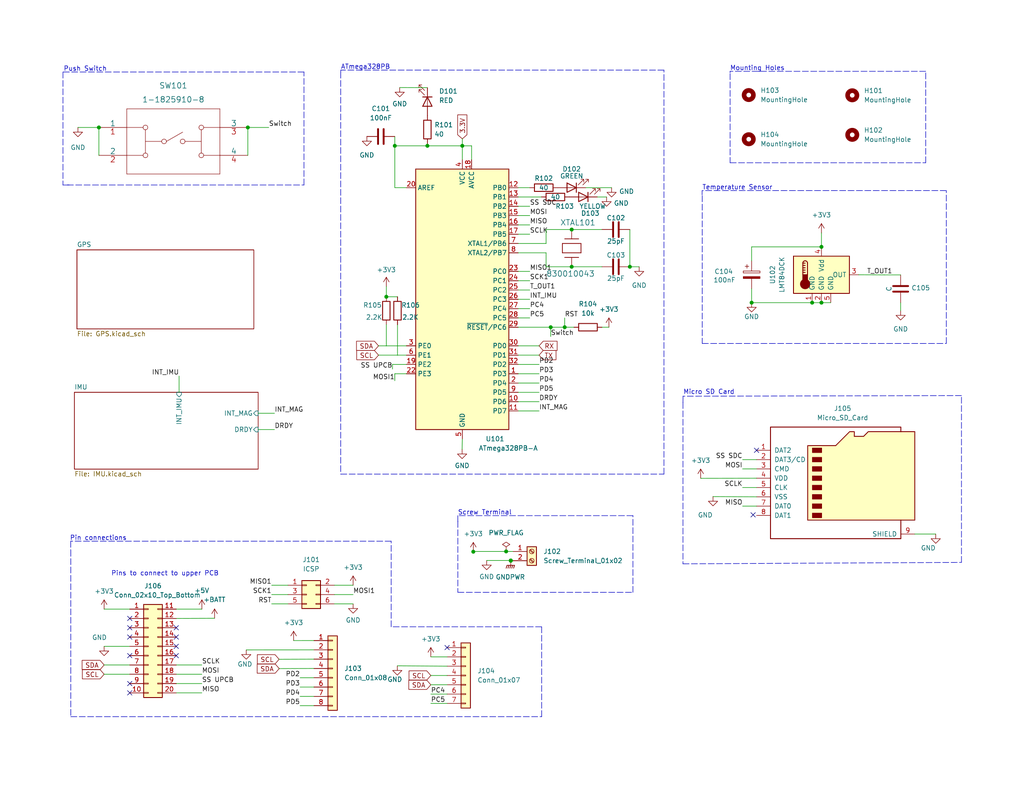
<source format=kicad_sch>
(kicad_sch (version 20211123) (generator eeschema)

  (uuid 108f0afb-c4cc-42b9-a1c0-0a6a97dd616b)

  (paper "USLetter")

  (lib_symbols
    (symbol "8 MHz crystal:830010043" (pin_numbers hide) (pin_names hide) (in_bom yes) (on_board yes)
      (property "Reference" "XTAL" (id 0) (at 5.08 4.445 0)
        (effects (font (size 1.524 1.524)))
      )
      (property "Value" "830010043" (id 1) (at 5.08 -7.62 0)
        (effects (font (size 1.524 1.524)))
      )
      (property "Footprint" "XTAL_010043_WRE" (id 2) (at 5.08 -9.144 0)
        (effects (font (size 1.524 1.524)) hide)
      )
      (property "Datasheet" "" (id 3) (at 0 0 0)
        (effects (font (size 1.524 1.524)))
      )
      (property "ki_locked" "" (id 4) (at 0 0 0)
        (effects (font (size 1.27 1.27)))
      )
      (property "ki_fp_filters" "XTAL_010043_WRE XTAL_010043_WRE-M XTAL_010043_WRE-L" (id 5) (at 0 0 0)
        (effects (font (size 1.27 1.27)) hide)
      )
      (symbol "830010043_1_1"
        (polyline
          (pts
            (xy 2.54 -1.905)
            (xy 2.54 1.905)
          )
          (stroke (width 0.2032) (type default) (color 0 0 0 0))
          (fill (type none))
        )
        (polyline
          (pts
            (xy 3.81 -2.54)
            (xy 3.81 2.54)
          )
          (stroke (width 0.2032) (type default) (color 0 0 0 0))
          (fill (type none))
        )
        (polyline
          (pts
            (xy 3.81 2.54)
            (xy 6.35 2.54)
          )
          (stroke (width 0.2032) (type default) (color 0 0 0 0))
          (fill (type none))
        )
        (polyline
          (pts
            (xy 6.35 -2.54)
            (xy 3.81 -2.54)
          )
          (stroke (width 0.2032) (type default) (color 0 0 0 0))
          (fill (type none))
        )
        (polyline
          (pts
            (xy 6.35 2.54)
            (xy 6.35 -2.54)
          )
          (stroke (width 0.2032) (type default) (color 0 0 0 0))
          (fill (type none))
        )
        (polyline
          (pts
            (xy 7.62 -1.905)
            (xy 7.62 1.905)
          )
          (stroke (width 0.2032) (type default) (color 0 0 0 0))
          (fill (type none))
        )
        (pin unspecified line (at 0 0 0) (length 2.54)
          (name "1" (effects (font (size 1.4986 1.4986))))
          (number "1" (effects (font (size 1.4986 1.4986))))
        )
        (pin unspecified line (at 10.16 0 180) (length 2.54)
          (name "2" (effects (font (size 1.4986 1.4986))))
          (number "2" (effects (font (size 1.4986 1.4986))))
        )
      )
    )
    (symbol "Connector:Micro_SD_Card" (pin_names (offset 1.016)) (in_bom yes) (on_board yes)
      (property "Reference" "J" (id 0) (at -16.51 15.24 0)
        (effects (font (size 1.27 1.27)))
      )
      (property "Value" "Micro_SD_Card" (id 1) (at 16.51 15.24 0)
        (effects (font (size 1.27 1.27)) (justify right))
      )
      (property "Footprint" "" (id 2) (at 29.21 7.62 0)
        (effects (font (size 1.27 1.27)) hide)
      )
      (property "Datasheet" "http://katalog.we-online.de/em/datasheet/693072010801.pdf" (id 3) (at 0 0 0)
        (effects (font (size 1.27 1.27)) hide)
      )
      (property "ki_keywords" "connector SD microsd" (id 4) (at 0 0 0)
        (effects (font (size 1.27 1.27)) hide)
      )
      (property "ki_description" "Micro SD Card Socket" (id 5) (at 0 0 0)
        (effects (font (size 1.27 1.27)) hide)
      )
      (property "ki_fp_filters" "microSD*" (id 6) (at 0 0 0)
        (effects (font (size 1.27 1.27)) hide)
      )
      (symbol "Micro_SD_Card_0_1"
        (rectangle (start -7.62 -9.525) (end -5.08 -10.795)
          (stroke (width 0) (type default) (color 0 0 0 0))
          (fill (type outline))
        )
        (rectangle (start -7.62 -6.985) (end -5.08 -8.255)
          (stroke (width 0) (type default) (color 0 0 0 0))
          (fill (type outline))
        )
        (rectangle (start -7.62 -4.445) (end -5.08 -5.715)
          (stroke (width 0) (type default) (color 0 0 0 0))
          (fill (type outline))
        )
        (rectangle (start -7.62 -1.905) (end -5.08 -3.175)
          (stroke (width 0) (type default) (color 0 0 0 0))
          (fill (type outline))
        )
        (rectangle (start -7.62 0.635) (end -5.08 -0.635)
          (stroke (width 0) (type default) (color 0 0 0 0))
          (fill (type outline))
        )
        (rectangle (start -7.62 3.175) (end -5.08 1.905)
          (stroke (width 0) (type default) (color 0 0 0 0))
          (fill (type outline))
        )
        (rectangle (start -7.62 5.715) (end -5.08 4.445)
          (stroke (width 0) (type default) (color 0 0 0 0))
          (fill (type outline))
        )
        (rectangle (start -7.62 8.255) (end -5.08 6.985)
          (stroke (width 0) (type default) (color 0 0 0 0))
          (fill (type outline))
        )
        (polyline
          (pts
            (xy 16.51 12.7)
            (xy 16.51 13.97)
            (xy -19.05 13.97)
            (xy -19.05 -16.51)
            (xy 16.51 -16.51)
            (xy 16.51 -11.43)
          )
          (stroke (width 0.254) (type default) (color 0 0 0 0))
          (fill (type none))
        )
        (polyline
          (pts
            (xy -8.89 -11.43)
            (xy -8.89 8.89)
            (xy -1.27 8.89)
            (xy 2.54 12.7)
            (xy 3.81 12.7)
            (xy 3.81 11.43)
            (xy 6.35 11.43)
            (xy 7.62 12.7)
            (xy 20.32 12.7)
            (xy 20.32 -11.43)
            (xy -8.89 -11.43)
          )
          (stroke (width 0.254) (type default) (color 0 0 0 0))
          (fill (type background))
        )
      )
      (symbol "Micro_SD_Card_1_1"
        (pin bidirectional line (at -22.86 7.62 0) (length 3.81)
          (name "DAT2" (effects (font (size 1.27 1.27))))
          (number "1" (effects (font (size 1.27 1.27))))
        )
        (pin bidirectional line (at -22.86 5.08 0) (length 3.81)
          (name "DAT3/CD" (effects (font (size 1.27 1.27))))
          (number "2" (effects (font (size 1.27 1.27))))
        )
        (pin input line (at -22.86 2.54 0) (length 3.81)
          (name "CMD" (effects (font (size 1.27 1.27))))
          (number "3" (effects (font (size 1.27 1.27))))
        )
        (pin power_in line (at -22.86 0 0) (length 3.81)
          (name "VDD" (effects (font (size 1.27 1.27))))
          (number "4" (effects (font (size 1.27 1.27))))
        )
        (pin input line (at -22.86 -2.54 0) (length 3.81)
          (name "CLK" (effects (font (size 1.27 1.27))))
          (number "5" (effects (font (size 1.27 1.27))))
        )
        (pin power_in line (at -22.86 -5.08 0) (length 3.81)
          (name "VSS" (effects (font (size 1.27 1.27))))
          (number "6" (effects (font (size 1.27 1.27))))
        )
        (pin bidirectional line (at -22.86 -7.62 0) (length 3.81)
          (name "DAT0" (effects (font (size 1.27 1.27))))
          (number "7" (effects (font (size 1.27 1.27))))
        )
        (pin bidirectional line (at -22.86 -10.16 0) (length 3.81)
          (name "DAT1" (effects (font (size 1.27 1.27))))
          (number "8" (effects (font (size 1.27 1.27))))
        )
        (pin passive line (at 20.32 -15.24 180) (length 3.81)
          (name "SHIELD" (effects (font (size 1.27 1.27))))
          (number "9" (effects (font (size 1.27 1.27))))
        )
      )
    )
    (symbol "Connector:Screw_Terminal_01x02" (pin_names (offset 1.016) hide) (in_bom yes) (on_board yes)
      (property "Reference" "J" (id 0) (at 0 2.54 0)
        (effects (font (size 1.27 1.27)))
      )
      (property "Value" "Screw_Terminal_01x02" (id 1) (at 0 -5.08 0)
        (effects (font (size 1.27 1.27)))
      )
      (property "Footprint" "" (id 2) (at 0 0 0)
        (effects (font (size 1.27 1.27)) hide)
      )
      (property "Datasheet" "~" (id 3) (at 0 0 0)
        (effects (font (size 1.27 1.27)) hide)
      )
      (property "ki_keywords" "screw terminal" (id 4) (at 0 0 0)
        (effects (font (size 1.27 1.27)) hide)
      )
      (property "ki_description" "Generic screw terminal, single row, 01x02, script generated (kicad-library-utils/schlib/autogen/connector/)" (id 5) (at 0 0 0)
        (effects (font (size 1.27 1.27)) hide)
      )
      (property "ki_fp_filters" "TerminalBlock*:*" (id 6) (at 0 0 0)
        (effects (font (size 1.27 1.27)) hide)
      )
      (symbol "Screw_Terminal_01x02_1_1"
        (rectangle (start -1.27 1.27) (end 1.27 -3.81)
          (stroke (width 0.254) (type default) (color 0 0 0 0))
          (fill (type background))
        )
        (circle (center 0 -2.54) (radius 0.635)
          (stroke (width 0.1524) (type default) (color 0 0 0 0))
          (fill (type none))
        )
        (polyline
          (pts
            (xy -0.5334 -2.2098)
            (xy 0.3302 -3.048)
          )
          (stroke (width 0.1524) (type default) (color 0 0 0 0))
          (fill (type none))
        )
        (polyline
          (pts
            (xy -0.5334 0.3302)
            (xy 0.3302 -0.508)
          )
          (stroke (width 0.1524) (type default) (color 0 0 0 0))
          (fill (type none))
        )
        (polyline
          (pts
            (xy -0.3556 -2.032)
            (xy 0.508 -2.8702)
          )
          (stroke (width 0.1524) (type default) (color 0 0 0 0))
          (fill (type none))
        )
        (polyline
          (pts
            (xy -0.3556 0.508)
            (xy 0.508 -0.3302)
          )
          (stroke (width 0.1524) (type default) (color 0 0 0 0))
          (fill (type none))
        )
        (circle (center 0 0) (radius 0.635)
          (stroke (width 0.1524) (type default) (color 0 0 0 0))
          (fill (type none))
        )
        (pin passive line (at -5.08 0 0) (length 3.81)
          (name "Pin_1" (effects (font (size 1.27 1.27))))
          (number "1" (effects (font (size 1.27 1.27))))
        )
        (pin passive line (at -5.08 -2.54 0) (length 3.81)
          (name "Pin_2" (effects (font (size 1.27 1.27))))
          (number "2" (effects (font (size 1.27 1.27))))
        )
      )
    )
    (symbol "Connector_Generic:Conn_01x07" (pin_names (offset 1.016) hide) (in_bom yes) (on_board yes)
      (property "Reference" "J" (id 0) (at 0 10.16 0)
        (effects (font (size 1.27 1.27)))
      )
      (property "Value" "Conn_01x07" (id 1) (at 0 -10.16 0)
        (effects (font (size 1.27 1.27)))
      )
      (property "Footprint" "" (id 2) (at 0 0 0)
        (effects (font (size 1.27 1.27)) hide)
      )
      (property "Datasheet" "~" (id 3) (at 0 0 0)
        (effects (font (size 1.27 1.27)) hide)
      )
      (property "ki_keywords" "connector" (id 4) (at 0 0 0)
        (effects (font (size 1.27 1.27)) hide)
      )
      (property "ki_description" "Generic connector, single row, 01x07, script generated (kicad-library-utils/schlib/autogen/connector/)" (id 5) (at 0 0 0)
        (effects (font (size 1.27 1.27)) hide)
      )
      (property "ki_fp_filters" "Connector*:*_1x??_*" (id 6) (at 0 0 0)
        (effects (font (size 1.27 1.27)) hide)
      )
      (symbol "Conn_01x07_1_1"
        (rectangle (start -1.27 -7.493) (end 0 -7.747)
          (stroke (width 0.1524) (type default) (color 0 0 0 0))
          (fill (type none))
        )
        (rectangle (start -1.27 -4.953) (end 0 -5.207)
          (stroke (width 0.1524) (type default) (color 0 0 0 0))
          (fill (type none))
        )
        (rectangle (start -1.27 -2.413) (end 0 -2.667)
          (stroke (width 0.1524) (type default) (color 0 0 0 0))
          (fill (type none))
        )
        (rectangle (start -1.27 0.127) (end 0 -0.127)
          (stroke (width 0.1524) (type default) (color 0 0 0 0))
          (fill (type none))
        )
        (rectangle (start -1.27 2.667) (end 0 2.413)
          (stroke (width 0.1524) (type default) (color 0 0 0 0))
          (fill (type none))
        )
        (rectangle (start -1.27 5.207) (end 0 4.953)
          (stroke (width 0.1524) (type default) (color 0 0 0 0))
          (fill (type none))
        )
        (rectangle (start -1.27 7.747) (end 0 7.493)
          (stroke (width 0.1524) (type default) (color 0 0 0 0))
          (fill (type none))
        )
        (rectangle (start -1.27 8.89) (end 1.27 -8.89)
          (stroke (width 0.254) (type default) (color 0 0 0 0))
          (fill (type background))
        )
        (pin passive line (at -5.08 7.62 0) (length 3.81)
          (name "Pin_1" (effects (font (size 1.27 1.27))))
          (number "1" (effects (font (size 1.27 1.27))))
        )
        (pin passive line (at -5.08 5.08 0) (length 3.81)
          (name "Pin_2" (effects (font (size 1.27 1.27))))
          (number "2" (effects (font (size 1.27 1.27))))
        )
        (pin passive line (at -5.08 2.54 0) (length 3.81)
          (name "Pin_3" (effects (font (size 1.27 1.27))))
          (number "3" (effects (font (size 1.27 1.27))))
        )
        (pin passive line (at -5.08 0 0) (length 3.81)
          (name "Pin_4" (effects (font (size 1.27 1.27))))
          (number "4" (effects (font (size 1.27 1.27))))
        )
        (pin passive line (at -5.08 -2.54 0) (length 3.81)
          (name "Pin_5" (effects (font (size 1.27 1.27))))
          (number "5" (effects (font (size 1.27 1.27))))
        )
        (pin passive line (at -5.08 -5.08 0) (length 3.81)
          (name "Pin_6" (effects (font (size 1.27 1.27))))
          (number "6" (effects (font (size 1.27 1.27))))
        )
        (pin passive line (at -5.08 -7.62 0) (length 3.81)
          (name "Pin_7" (effects (font (size 1.27 1.27))))
          (number "7" (effects (font (size 1.27 1.27))))
        )
      )
    )
    (symbol "Connector_Generic:Conn_01x08" (pin_names (offset 1.016) hide) (in_bom yes) (on_board yes)
      (property "Reference" "J" (id 0) (at 0 10.16 0)
        (effects (font (size 1.27 1.27)))
      )
      (property "Value" "Conn_01x08" (id 1) (at 0 -12.7 0)
        (effects (font (size 1.27 1.27)))
      )
      (property "Footprint" "" (id 2) (at 0 0 0)
        (effects (font (size 1.27 1.27)) hide)
      )
      (property "Datasheet" "~" (id 3) (at 0 0 0)
        (effects (font (size 1.27 1.27)) hide)
      )
      (property "ki_keywords" "connector" (id 4) (at 0 0 0)
        (effects (font (size 1.27 1.27)) hide)
      )
      (property "ki_description" "Generic connector, single row, 01x08, script generated (kicad-library-utils/schlib/autogen/connector/)" (id 5) (at 0 0 0)
        (effects (font (size 1.27 1.27)) hide)
      )
      (property "ki_fp_filters" "Connector*:*_1x??_*" (id 6) (at 0 0 0)
        (effects (font (size 1.27 1.27)) hide)
      )
      (symbol "Conn_01x08_1_1"
        (rectangle (start -1.27 -10.033) (end 0 -10.287)
          (stroke (width 0.1524) (type default) (color 0 0 0 0))
          (fill (type none))
        )
        (rectangle (start -1.27 -7.493) (end 0 -7.747)
          (stroke (width 0.1524) (type default) (color 0 0 0 0))
          (fill (type none))
        )
        (rectangle (start -1.27 -4.953) (end 0 -5.207)
          (stroke (width 0.1524) (type default) (color 0 0 0 0))
          (fill (type none))
        )
        (rectangle (start -1.27 -2.413) (end 0 -2.667)
          (stroke (width 0.1524) (type default) (color 0 0 0 0))
          (fill (type none))
        )
        (rectangle (start -1.27 0.127) (end 0 -0.127)
          (stroke (width 0.1524) (type default) (color 0 0 0 0))
          (fill (type none))
        )
        (rectangle (start -1.27 2.667) (end 0 2.413)
          (stroke (width 0.1524) (type default) (color 0 0 0 0))
          (fill (type none))
        )
        (rectangle (start -1.27 5.207) (end 0 4.953)
          (stroke (width 0.1524) (type default) (color 0 0 0 0))
          (fill (type none))
        )
        (rectangle (start -1.27 7.747) (end 0 7.493)
          (stroke (width 0.1524) (type default) (color 0 0 0 0))
          (fill (type none))
        )
        (rectangle (start -1.27 8.89) (end 1.27 -11.43)
          (stroke (width 0.254) (type default) (color 0 0 0 0))
          (fill (type background))
        )
        (pin passive line (at -5.08 7.62 0) (length 3.81)
          (name "Pin_1" (effects (font (size 1.27 1.27))))
          (number "1" (effects (font (size 1.27 1.27))))
        )
        (pin passive line (at -5.08 5.08 0) (length 3.81)
          (name "Pin_2" (effects (font (size 1.27 1.27))))
          (number "2" (effects (font (size 1.27 1.27))))
        )
        (pin passive line (at -5.08 2.54 0) (length 3.81)
          (name "Pin_3" (effects (font (size 1.27 1.27))))
          (number "3" (effects (font (size 1.27 1.27))))
        )
        (pin passive line (at -5.08 0 0) (length 3.81)
          (name "Pin_4" (effects (font (size 1.27 1.27))))
          (number "4" (effects (font (size 1.27 1.27))))
        )
        (pin passive line (at -5.08 -2.54 0) (length 3.81)
          (name "Pin_5" (effects (font (size 1.27 1.27))))
          (number "5" (effects (font (size 1.27 1.27))))
        )
        (pin passive line (at -5.08 -5.08 0) (length 3.81)
          (name "Pin_6" (effects (font (size 1.27 1.27))))
          (number "6" (effects (font (size 1.27 1.27))))
        )
        (pin passive line (at -5.08 -7.62 0) (length 3.81)
          (name "Pin_7" (effects (font (size 1.27 1.27))))
          (number "7" (effects (font (size 1.27 1.27))))
        )
        (pin passive line (at -5.08 -10.16 0) (length 3.81)
          (name "Pin_8" (effects (font (size 1.27 1.27))))
          (number "8" (effects (font (size 1.27 1.27))))
        )
      )
    )
    (symbol "Connector_Generic:Conn_02x03_Odd_Even" (pin_names (offset 1.016) hide) (in_bom yes) (on_board yes)
      (property "Reference" "J" (id 0) (at 1.27 5.08 0)
        (effects (font (size 1.27 1.27)))
      )
      (property "Value" "Conn_02x03_Odd_Even" (id 1) (at 1.27 -5.08 0)
        (effects (font (size 1.27 1.27)))
      )
      (property "Footprint" "" (id 2) (at 0 0 0)
        (effects (font (size 1.27 1.27)) hide)
      )
      (property "Datasheet" "~" (id 3) (at 0 0 0)
        (effects (font (size 1.27 1.27)) hide)
      )
      (property "ki_keywords" "connector" (id 4) (at 0 0 0)
        (effects (font (size 1.27 1.27)) hide)
      )
      (property "ki_description" "Generic connector, double row, 02x03, odd/even pin numbering scheme (row 1 odd numbers, row 2 even numbers), script generated (kicad-library-utils/schlib/autogen/connector/)" (id 5) (at 0 0 0)
        (effects (font (size 1.27 1.27)) hide)
      )
      (property "ki_fp_filters" "Connector*:*_2x??_*" (id 6) (at 0 0 0)
        (effects (font (size 1.27 1.27)) hide)
      )
      (symbol "Conn_02x03_Odd_Even_1_1"
        (rectangle (start -1.27 -2.413) (end 0 -2.667)
          (stroke (width 0.1524) (type default) (color 0 0 0 0))
          (fill (type none))
        )
        (rectangle (start -1.27 0.127) (end 0 -0.127)
          (stroke (width 0.1524) (type default) (color 0 0 0 0))
          (fill (type none))
        )
        (rectangle (start -1.27 2.667) (end 0 2.413)
          (stroke (width 0.1524) (type default) (color 0 0 0 0))
          (fill (type none))
        )
        (rectangle (start -1.27 3.81) (end 3.81 -3.81)
          (stroke (width 0.254) (type default) (color 0 0 0 0))
          (fill (type background))
        )
        (rectangle (start 3.81 -2.413) (end 2.54 -2.667)
          (stroke (width 0.1524) (type default) (color 0 0 0 0))
          (fill (type none))
        )
        (rectangle (start 3.81 0.127) (end 2.54 -0.127)
          (stroke (width 0.1524) (type default) (color 0 0 0 0))
          (fill (type none))
        )
        (rectangle (start 3.81 2.667) (end 2.54 2.413)
          (stroke (width 0.1524) (type default) (color 0 0 0 0))
          (fill (type none))
        )
        (pin passive line (at -5.08 2.54 0) (length 3.81)
          (name "Pin_1" (effects (font (size 1.27 1.27))))
          (number "1" (effects (font (size 1.27 1.27))))
        )
        (pin passive line (at 7.62 2.54 180) (length 3.81)
          (name "Pin_2" (effects (font (size 1.27 1.27))))
          (number "2" (effects (font (size 1.27 1.27))))
        )
        (pin passive line (at -5.08 0 0) (length 3.81)
          (name "Pin_3" (effects (font (size 1.27 1.27))))
          (number "3" (effects (font (size 1.27 1.27))))
        )
        (pin passive line (at 7.62 0 180) (length 3.81)
          (name "Pin_4" (effects (font (size 1.27 1.27))))
          (number "4" (effects (font (size 1.27 1.27))))
        )
        (pin passive line (at -5.08 -2.54 0) (length 3.81)
          (name "Pin_5" (effects (font (size 1.27 1.27))))
          (number "5" (effects (font (size 1.27 1.27))))
        )
        (pin passive line (at 7.62 -2.54 180) (length 3.81)
          (name "Pin_6" (effects (font (size 1.27 1.27))))
          (number "6" (effects (font (size 1.27 1.27))))
        )
      )
    )
    (symbol "Connector_Generic:Conn_02x10_Top_Bottom" (pin_names (offset 1.016) hide) (in_bom yes) (on_board yes)
      (property "Reference" "J" (id 0) (at 1.27 12.7 0)
        (effects (font (size 1.27 1.27)))
      )
      (property "Value" "Conn_02x10_Top_Bottom" (id 1) (at 1.27 -15.24 0)
        (effects (font (size 1.27 1.27)))
      )
      (property "Footprint" "" (id 2) (at 0 0 0)
        (effects (font (size 1.27 1.27)) hide)
      )
      (property "Datasheet" "~" (id 3) (at 0 0 0)
        (effects (font (size 1.27 1.27)) hide)
      )
      (property "ki_keywords" "connector" (id 4) (at 0 0 0)
        (effects (font (size 1.27 1.27)) hide)
      )
      (property "ki_description" "Generic connector, double row, 02x10, top/bottom pin numbering scheme (row 1: 1...pins_per_row, row2: pins_per_row+1 ... num_pins), script generated (kicad-library-utils/schlib/autogen/connector/)" (id 5) (at 0 0 0)
        (effects (font (size 1.27 1.27)) hide)
      )
      (property "ki_fp_filters" "Connector*:*_2x??_*" (id 6) (at 0 0 0)
        (effects (font (size 1.27 1.27)) hide)
      )
      (symbol "Conn_02x10_Top_Bottom_1_1"
        (rectangle (start -1.27 -12.573) (end 0 -12.827)
          (stroke (width 0.1524) (type default) (color 0 0 0 0))
          (fill (type none))
        )
        (rectangle (start -1.27 -10.033) (end 0 -10.287)
          (stroke (width 0.1524) (type default) (color 0 0 0 0))
          (fill (type none))
        )
        (rectangle (start -1.27 -7.493) (end 0 -7.747)
          (stroke (width 0.1524) (type default) (color 0 0 0 0))
          (fill (type none))
        )
        (rectangle (start -1.27 -4.953) (end 0 -5.207)
          (stroke (width 0.1524) (type default) (color 0 0 0 0))
          (fill (type none))
        )
        (rectangle (start -1.27 -2.413) (end 0 -2.667)
          (stroke (width 0.1524) (type default) (color 0 0 0 0))
          (fill (type none))
        )
        (rectangle (start -1.27 0.127) (end 0 -0.127)
          (stroke (width 0.1524) (type default) (color 0 0 0 0))
          (fill (type none))
        )
        (rectangle (start -1.27 2.667) (end 0 2.413)
          (stroke (width 0.1524) (type default) (color 0 0 0 0))
          (fill (type none))
        )
        (rectangle (start -1.27 5.207) (end 0 4.953)
          (stroke (width 0.1524) (type default) (color 0 0 0 0))
          (fill (type none))
        )
        (rectangle (start -1.27 7.747) (end 0 7.493)
          (stroke (width 0.1524) (type default) (color 0 0 0 0))
          (fill (type none))
        )
        (rectangle (start -1.27 10.287) (end 0 10.033)
          (stroke (width 0.1524) (type default) (color 0 0 0 0))
          (fill (type none))
        )
        (rectangle (start -1.27 11.43) (end 3.81 -13.97)
          (stroke (width 0.254) (type default) (color 0 0 0 0))
          (fill (type background))
        )
        (rectangle (start 3.81 -12.573) (end 2.54 -12.827)
          (stroke (width 0.1524) (type default) (color 0 0 0 0))
          (fill (type none))
        )
        (rectangle (start 3.81 -10.033) (end 2.54 -10.287)
          (stroke (width 0.1524) (type default) (color 0 0 0 0))
          (fill (type none))
        )
        (rectangle (start 3.81 -7.493) (end 2.54 -7.747)
          (stroke (width 0.1524) (type default) (color 0 0 0 0))
          (fill (type none))
        )
        (rectangle (start 3.81 -4.953) (end 2.54 -5.207)
          (stroke (width 0.1524) (type default) (color 0 0 0 0))
          (fill (type none))
        )
        (rectangle (start 3.81 -2.413) (end 2.54 -2.667)
          (stroke (width 0.1524) (type default) (color 0 0 0 0))
          (fill (type none))
        )
        (rectangle (start 3.81 0.127) (end 2.54 -0.127)
          (stroke (width 0.1524) (type default) (color 0 0 0 0))
          (fill (type none))
        )
        (rectangle (start 3.81 2.667) (end 2.54 2.413)
          (stroke (width 0.1524) (type default) (color 0 0 0 0))
          (fill (type none))
        )
        (rectangle (start 3.81 5.207) (end 2.54 4.953)
          (stroke (width 0.1524) (type default) (color 0 0 0 0))
          (fill (type none))
        )
        (rectangle (start 3.81 7.747) (end 2.54 7.493)
          (stroke (width 0.1524) (type default) (color 0 0 0 0))
          (fill (type none))
        )
        (rectangle (start 3.81 10.287) (end 2.54 10.033)
          (stroke (width 0.1524) (type default) (color 0 0 0 0))
          (fill (type none))
        )
        (pin passive line (at -5.08 10.16 0) (length 3.81)
          (name "Pin_1" (effects (font (size 1.27 1.27))))
          (number "1" (effects (font (size 1.27 1.27))))
        )
        (pin passive line (at -5.08 -12.7 0) (length 3.81)
          (name "Pin_10" (effects (font (size 1.27 1.27))))
          (number "10" (effects (font (size 1.27 1.27))))
        )
        (pin passive line (at 7.62 10.16 180) (length 3.81)
          (name "Pin_11" (effects (font (size 1.27 1.27))))
          (number "11" (effects (font (size 1.27 1.27))))
        )
        (pin passive line (at 7.62 7.62 180) (length 3.81)
          (name "Pin_12" (effects (font (size 1.27 1.27))))
          (number "12" (effects (font (size 1.27 1.27))))
        )
        (pin passive line (at 7.62 5.08 180) (length 3.81)
          (name "Pin_13" (effects (font (size 1.27 1.27))))
          (number "13" (effects (font (size 1.27 1.27))))
        )
        (pin passive line (at 7.62 2.54 180) (length 3.81)
          (name "Pin_14" (effects (font (size 1.27 1.27))))
          (number "14" (effects (font (size 1.27 1.27))))
        )
        (pin passive line (at 7.62 0 180) (length 3.81)
          (name "Pin_15" (effects (font (size 1.27 1.27))))
          (number "15" (effects (font (size 1.27 1.27))))
        )
        (pin passive line (at 7.62 -2.54 180) (length 3.81)
          (name "Pin_16" (effects (font (size 1.27 1.27))))
          (number "16" (effects (font (size 1.27 1.27))))
        )
        (pin passive line (at 7.62 -5.08 180) (length 3.81)
          (name "Pin_17" (effects (font (size 1.27 1.27))))
          (number "17" (effects (font (size 1.27 1.27))))
        )
        (pin passive line (at 7.62 -7.62 180) (length 3.81)
          (name "Pin_18" (effects (font (size 1.27 1.27))))
          (number "18" (effects (font (size 1.27 1.27))))
        )
        (pin passive line (at 7.62 -10.16 180) (length 3.81)
          (name "Pin_19" (effects (font (size 1.27 1.27))))
          (number "19" (effects (font (size 1.27 1.27))))
        )
        (pin passive line (at -5.08 7.62 0) (length 3.81)
          (name "Pin_2" (effects (font (size 1.27 1.27))))
          (number "2" (effects (font (size 1.27 1.27))))
        )
        (pin passive line (at 7.62 -12.7 180) (length 3.81)
          (name "Pin_20" (effects (font (size 1.27 1.27))))
          (number "20" (effects (font (size 1.27 1.27))))
        )
        (pin passive line (at -5.08 5.08 0) (length 3.81)
          (name "Pin_3" (effects (font (size 1.27 1.27))))
          (number "3" (effects (font (size 1.27 1.27))))
        )
        (pin passive line (at -5.08 2.54 0) (length 3.81)
          (name "Pin_4" (effects (font (size 1.27 1.27))))
          (number "4" (effects (font (size 1.27 1.27))))
        )
        (pin passive line (at -5.08 0 0) (length 3.81)
          (name "Pin_5" (effects (font (size 1.27 1.27))))
          (number "5" (effects (font (size 1.27 1.27))))
        )
        (pin passive line (at -5.08 -2.54 0) (length 3.81)
          (name "Pin_6" (effects (font (size 1.27 1.27))))
          (number "6" (effects (font (size 1.27 1.27))))
        )
        (pin passive line (at -5.08 -5.08 0) (length 3.81)
          (name "Pin_7" (effects (font (size 1.27 1.27))))
          (number "7" (effects (font (size 1.27 1.27))))
        )
        (pin passive line (at -5.08 -7.62 0) (length 3.81)
          (name "Pin_8" (effects (font (size 1.27 1.27))))
          (number "8" (effects (font (size 1.27 1.27))))
        )
        (pin passive line (at -5.08 -10.16 0) (length 3.81)
          (name "Pin_9" (effects (font (size 1.27 1.27))))
          (number "9" (effects (font (size 1.27 1.27))))
        )
      )
    )
    (symbol "Device:C" (pin_numbers hide) (pin_names (offset 0.254)) (in_bom yes) (on_board yes)
      (property "Reference" "C" (id 0) (at 0.635 2.54 0)
        (effects (font (size 1.27 1.27)) (justify left))
      )
      (property "Value" "C" (id 1) (at 0.635 -2.54 0)
        (effects (font (size 1.27 1.27)) (justify left))
      )
      (property "Footprint" "" (id 2) (at 0.9652 -3.81 0)
        (effects (font (size 1.27 1.27)) hide)
      )
      (property "Datasheet" "~" (id 3) (at 0 0 0)
        (effects (font (size 1.27 1.27)) hide)
      )
      (property "ki_keywords" "cap capacitor" (id 4) (at 0 0 0)
        (effects (font (size 1.27 1.27)) hide)
      )
      (property "ki_description" "Unpolarized capacitor" (id 5) (at 0 0 0)
        (effects (font (size 1.27 1.27)) hide)
      )
      (property "ki_fp_filters" "C_*" (id 6) (at 0 0 0)
        (effects (font (size 1.27 1.27)) hide)
      )
      (symbol "C_0_1"
        (polyline
          (pts
            (xy -2.032 -0.762)
            (xy 2.032 -0.762)
          )
          (stroke (width 0.508) (type default) (color 0 0 0 0))
          (fill (type none))
        )
        (polyline
          (pts
            (xy -2.032 0.762)
            (xy 2.032 0.762)
          )
          (stroke (width 0.508) (type default) (color 0 0 0 0))
          (fill (type none))
        )
      )
      (symbol "C_1_1"
        (pin passive line (at 0 3.81 270) (length 2.794)
          (name "~" (effects (font (size 1.27 1.27))))
          (number "1" (effects (font (size 1.27 1.27))))
        )
        (pin passive line (at 0 -3.81 90) (length 2.794)
          (name "~" (effects (font (size 1.27 1.27))))
          (number "2" (effects (font (size 1.27 1.27))))
        )
      )
    )
    (symbol "Device:C_Polarized" (pin_numbers hide) (pin_names (offset 0.254)) (in_bom yes) (on_board yes)
      (property "Reference" "C" (id 0) (at 0.635 2.54 0)
        (effects (font (size 1.27 1.27)) (justify left))
      )
      (property "Value" "C_Polarized" (id 1) (at 0.635 -2.54 0)
        (effects (font (size 1.27 1.27)) (justify left))
      )
      (property "Footprint" "" (id 2) (at 0.9652 -3.81 0)
        (effects (font (size 1.27 1.27)) hide)
      )
      (property "Datasheet" "~" (id 3) (at 0 0 0)
        (effects (font (size 1.27 1.27)) hide)
      )
      (property "ki_keywords" "cap capacitor" (id 4) (at 0 0 0)
        (effects (font (size 1.27 1.27)) hide)
      )
      (property "ki_description" "Polarized capacitor" (id 5) (at 0 0 0)
        (effects (font (size 1.27 1.27)) hide)
      )
      (property "ki_fp_filters" "CP_*" (id 6) (at 0 0 0)
        (effects (font (size 1.27 1.27)) hide)
      )
      (symbol "C_Polarized_0_1"
        (rectangle (start -2.286 0.508) (end 2.286 1.016)
          (stroke (width 0) (type default) (color 0 0 0 0))
          (fill (type none))
        )
        (polyline
          (pts
            (xy -1.778 2.286)
            (xy -0.762 2.286)
          )
          (stroke (width 0) (type default) (color 0 0 0 0))
          (fill (type none))
        )
        (polyline
          (pts
            (xy -1.27 2.794)
            (xy -1.27 1.778)
          )
          (stroke (width 0) (type default) (color 0 0 0 0))
          (fill (type none))
        )
        (rectangle (start 2.286 -0.508) (end -2.286 -1.016)
          (stroke (width 0) (type default) (color 0 0 0 0))
          (fill (type outline))
        )
      )
      (symbol "C_Polarized_1_1"
        (pin passive line (at 0 3.81 270) (length 2.794)
          (name "~" (effects (font (size 1.27 1.27))))
          (number "1" (effects (font (size 1.27 1.27))))
        )
        (pin passive line (at 0 -3.81 90) (length 2.794)
          (name "~" (effects (font (size 1.27 1.27))))
          (number "2" (effects (font (size 1.27 1.27))))
        )
      )
    )
    (symbol "Device:LED" (pin_numbers hide) (pin_names (offset 1.016) hide) (in_bom yes) (on_board yes)
      (property "Reference" "D" (id 0) (at 0 2.54 0)
        (effects (font (size 1.27 1.27)))
      )
      (property "Value" "LED" (id 1) (at 0 -2.54 0)
        (effects (font (size 1.27 1.27)))
      )
      (property "Footprint" "" (id 2) (at 0 0 0)
        (effects (font (size 1.27 1.27)) hide)
      )
      (property "Datasheet" "~" (id 3) (at 0 0 0)
        (effects (font (size 1.27 1.27)) hide)
      )
      (property "ki_keywords" "LED diode" (id 4) (at 0 0 0)
        (effects (font (size 1.27 1.27)) hide)
      )
      (property "ki_description" "Light emitting diode" (id 5) (at 0 0 0)
        (effects (font (size 1.27 1.27)) hide)
      )
      (property "ki_fp_filters" "LED* LED_SMD:* LED_THT:*" (id 6) (at 0 0 0)
        (effects (font (size 1.27 1.27)) hide)
      )
      (symbol "LED_0_1"
        (polyline
          (pts
            (xy -1.27 -1.27)
            (xy -1.27 1.27)
          )
          (stroke (width 0.254) (type default) (color 0 0 0 0))
          (fill (type none))
        )
        (polyline
          (pts
            (xy -1.27 0)
            (xy 1.27 0)
          )
          (stroke (width 0) (type default) (color 0 0 0 0))
          (fill (type none))
        )
        (polyline
          (pts
            (xy 1.27 -1.27)
            (xy 1.27 1.27)
            (xy -1.27 0)
            (xy 1.27 -1.27)
          )
          (stroke (width 0.254) (type default) (color 0 0 0 0))
          (fill (type none))
        )
        (polyline
          (pts
            (xy -3.048 -0.762)
            (xy -4.572 -2.286)
            (xy -3.81 -2.286)
            (xy -4.572 -2.286)
            (xy -4.572 -1.524)
          )
          (stroke (width 0) (type default) (color 0 0 0 0))
          (fill (type none))
        )
        (polyline
          (pts
            (xy -1.778 -0.762)
            (xy -3.302 -2.286)
            (xy -2.54 -2.286)
            (xy -3.302 -2.286)
            (xy -3.302 -1.524)
          )
          (stroke (width 0) (type default) (color 0 0 0 0))
          (fill (type none))
        )
      )
      (symbol "LED_1_1"
        (pin passive line (at -3.81 0 0) (length 2.54)
          (name "K" (effects (font (size 1.27 1.27))))
          (number "1" (effects (font (size 1.27 1.27))))
        )
        (pin passive line (at 3.81 0 180) (length 2.54)
          (name "A" (effects (font (size 1.27 1.27))))
          (number "2" (effects (font (size 1.27 1.27))))
        )
      )
    )
    (symbol "Device:R" (pin_numbers hide) (pin_names (offset 0)) (in_bom yes) (on_board yes)
      (property "Reference" "R" (id 0) (at 2.032 0 90)
        (effects (font (size 1.27 1.27)))
      )
      (property "Value" "R" (id 1) (at 0 0 90)
        (effects (font (size 1.27 1.27)))
      )
      (property "Footprint" "" (id 2) (at -1.778 0 90)
        (effects (font (size 1.27 1.27)) hide)
      )
      (property "Datasheet" "~" (id 3) (at 0 0 0)
        (effects (font (size 1.27 1.27)) hide)
      )
      (property "ki_keywords" "R res resistor" (id 4) (at 0 0 0)
        (effects (font (size 1.27 1.27)) hide)
      )
      (property "ki_description" "Resistor" (id 5) (at 0 0 0)
        (effects (font (size 1.27 1.27)) hide)
      )
      (property "ki_fp_filters" "R_*" (id 6) (at 0 0 0)
        (effects (font (size 1.27 1.27)) hide)
      )
      (symbol "R_0_1"
        (rectangle (start -1.016 -2.54) (end 1.016 2.54)
          (stroke (width 0.254) (type default) (color 0 0 0 0))
          (fill (type none))
        )
      )
      (symbol "R_1_1"
        (pin passive line (at 0 3.81 270) (length 1.27)
          (name "~" (effects (font (size 1.27 1.27))))
          (number "1" (effects (font (size 1.27 1.27))))
        )
        (pin passive line (at 0 -3.81 90) (length 1.27)
          (name "~" (effects (font (size 1.27 1.27))))
          (number "2" (effects (font (size 1.27 1.27))))
        )
      )
    )
    (symbol "MCU_Microchip_ATmega:ATmega328PB-A" (in_bom yes) (on_board yes)
      (property "Reference" "U" (id 0) (at -12.7 36.83 0)
        (effects (font (size 1.27 1.27)) (justify left bottom))
      )
      (property "Value" "ATmega328PB-A" (id 1) (at 2.54 -36.83 0)
        (effects (font (size 1.27 1.27)) (justify left top))
      )
      (property "Footprint" "Package_QFP:TQFP-32_7x7mm_P0.8mm" (id 2) (at 0 0 0)
        (effects (font (size 1.27 1.27) italic) hide)
      )
      (property "Datasheet" "http://ww1.microchip.com/downloads/en/DeviceDoc/40001906C.pdf" (id 3) (at 0 0 0)
        (effects (font (size 1.27 1.27)) hide)
      )
      (property "ki_keywords" "AVR 8bit Microcontroller MegaAVR" (id 4) (at 0 0 0)
        (effects (font (size 1.27 1.27)) hide)
      )
      (property "ki_description" "20MHz, 32kB Flash, 2kB SRAM, 1kB EEPROM, TQFP-32" (id 5) (at 0 0 0)
        (effects (font (size 1.27 1.27)) hide)
      )
      (property "ki_fp_filters" "TQFP*7x7mm*P0.8mm*" (id 6) (at 0 0 0)
        (effects (font (size 1.27 1.27)) hide)
      )
      (symbol "ATmega328PB-A_0_1"
        (rectangle (start -12.7 -35.56) (end 12.7 35.56)
          (stroke (width 0.254) (type default) (color 0 0 0 0))
          (fill (type background))
        )
      )
      (symbol "ATmega328PB-A_1_1"
        (pin bidirectional line (at 15.24 -20.32 180) (length 2.54)
          (name "PD3" (effects (font (size 1.27 1.27))))
          (number "1" (effects (font (size 1.27 1.27))))
        )
        (pin bidirectional line (at 15.24 -27.94 180) (length 2.54)
          (name "PD6" (effects (font (size 1.27 1.27))))
          (number "10" (effects (font (size 1.27 1.27))))
        )
        (pin bidirectional line (at 15.24 -30.48 180) (length 2.54)
          (name "PD7" (effects (font (size 1.27 1.27))))
          (number "11" (effects (font (size 1.27 1.27))))
        )
        (pin bidirectional line (at 15.24 30.48 180) (length 2.54)
          (name "PB0" (effects (font (size 1.27 1.27))))
          (number "12" (effects (font (size 1.27 1.27))))
        )
        (pin bidirectional line (at 15.24 27.94 180) (length 2.54)
          (name "PB1" (effects (font (size 1.27 1.27))))
          (number "13" (effects (font (size 1.27 1.27))))
        )
        (pin bidirectional line (at 15.24 25.4 180) (length 2.54)
          (name "PB2" (effects (font (size 1.27 1.27))))
          (number "14" (effects (font (size 1.27 1.27))))
        )
        (pin bidirectional line (at 15.24 22.86 180) (length 2.54)
          (name "PB3" (effects (font (size 1.27 1.27))))
          (number "15" (effects (font (size 1.27 1.27))))
        )
        (pin bidirectional line (at 15.24 20.32 180) (length 2.54)
          (name "PB4" (effects (font (size 1.27 1.27))))
          (number "16" (effects (font (size 1.27 1.27))))
        )
        (pin bidirectional line (at 15.24 17.78 180) (length 2.54)
          (name "PB5" (effects (font (size 1.27 1.27))))
          (number "17" (effects (font (size 1.27 1.27))))
        )
        (pin power_in line (at 2.54 38.1 270) (length 2.54)
          (name "AVCC" (effects (font (size 1.27 1.27))))
          (number "18" (effects (font (size 1.27 1.27))))
        )
        (pin bidirectional line (at -15.24 -17.78 0) (length 2.54)
          (name "PE2" (effects (font (size 1.27 1.27))))
          (number "19" (effects (font (size 1.27 1.27))))
        )
        (pin bidirectional line (at 15.24 -22.86 180) (length 2.54)
          (name "PD4" (effects (font (size 1.27 1.27))))
          (number "2" (effects (font (size 1.27 1.27))))
        )
        (pin passive line (at -15.24 30.48 0) (length 2.54)
          (name "AREF" (effects (font (size 1.27 1.27))))
          (number "20" (effects (font (size 1.27 1.27))))
        )
        (pin passive line (at 0 -38.1 90) (length 2.54) hide
          (name "GND" (effects (font (size 1.27 1.27))))
          (number "21" (effects (font (size 1.27 1.27))))
        )
        (pin bidirectional line (at -15.24 -20.32 0) (length 2.54)
          (name "PE3" (effects (font (size 1.27 1.27))))
          (number "22" (effects (font (size 1.27 1.27))))
        )
        (pin bidirectional line (at 15.24 7.62 180) (length 2.54)
          (name "PC0" (effects (font (size 1.27 1.27))))
          (number "23" (effects (font (size 1.27 1.27))))
        )
        (pin bidirectional line (at 15.24 5.08 180) (length 2.54)
          (name "PC1" (effects (font (size 1.27 1.27))))
          (number "24" (effects (font (size 1.27 1.27))))
        )
        (pin bidirectional line (at 15.24 2.54 180) (length 2.54)
          (name "PC2" (effects (font (size 1.27 1.27))))
          (number "25" (effects (font (size 1.27 1.27))))
        )
        (pin bidirectional line (at 15.24 0 180) (length 2.54)
          (name "PC3" (effects (font (size 1.27 1.27))))
          (number "26" (effects (font (size 1.27 1.27))))
        )
        (pin bidirectional line (at 15.24 -2.54 180) (length 2.54)
          (name "PC4" (effects (font (size 1.27 1.27))))
          (number "27" (effects (font (size 1.27 1.27))))
        )
        (pin bidirectional line (at 15.24 -5.08 180) (length 2.54)
          (name "PC5" (effects (font (size 1.27 1.27))))
          (number "28" (effects (font (size 1.27 1.27))))
        )
        (pin bidirectional line (at 15.24 -7.62 180) (length 2.54)
          (name "~{RESET}/PC6" (effects (font (size 1.27 1.27))))
          (number "29" (effects (font (size 1.27 1.27))))
        )
        (pin bidirectional line (at -15.24 -12.7 0) (length 2.54)
          (name "PE0" (effects (font (size 1.27 1.27))))
          (number "3" (effects (font (size 1.27 1.27))))
        )
        (pin bidirectional line (at 15.24 -12.7 180) (length 2.54)
          (name "PD0" (effects (font (size 1.27 1.27))))
          (number "30" (effects (font (size 1.27 1.27))))
        )
        (pin bidirectional line (at 15.24 -15.24 180) (length 2.54)
          (name "PD1" (effects (font (size 1.27 1.27))))
          (number "31" (effects (font (size 1.27 1.27))))
        )
        (pin bidirectional line (at 15.24 -17.78 180) (length 2.54)
          (name "PD2" (effects (font (size 1.27 1.27))))
          (number "32" (effects (font (size 1.27 1.27))))
        )
        (pin power_in line (at 0 38.1 270) (length 2.54)
          (name "VCC" (effects (font (size 1.27 1.27))))
          (number "4" (effects (font (size 1.27 1.27))))
        )
        (pin power_in line (at 0 -38.1 90) (length 2.54)
          (name "GND" (effects (font (size 1.27 1.27))))
          (number "5" (effects (font (size 1.27 1.27))))
        )
        (pin bidirectional line (at -15.24 -15.24 0) (length 2.54)
          (name "PE1" (effects (font (size 1.27 1.27))))
          (number "6" (effects (font (size 1.27 1.27))))
        )
        (pin bidirectional line (at 15.24 15.24 180) (length 2.54)
          (name "XTAL1/PB6" (effects (font (size 1.27 1.27))))
          (number "7" (effects (font (size 1.27 1.27))))
        )
        (pin bidirectional line (at 15.24 12.7 180) (length 2.54)
          (name "XTAL2/PB7" (effects (font (size 1.27 1.27))))
          (number "8" (effects (font (size 1.27 1.27))))
        )
        (pin bidirectional line (at 15.24 -25.4 180) (length 2.54)
          (name "PD5" (effects (font (size 1.27 1.27))))
          (number "9" (effects (font (size 1.27 1.27))))
        )
      )
    )
    (symbol "Mechanical:MountingHole" (pin_names (offset 1.016)) (in_bom yes) (on_board yes)
      (property "Reference" "H" (id 0) (at 0 5.08 0)
        (effects (font (size 1.27 1.27)))
      )
      (property "Value" "MountingHole" (id 1) (at 0 3.175 0)
        (effects (font (size 1.27 1.27)))
      )
      (property "Footprint" "" (id 2) (at 0 0 0)
        (effects (font (size 1.27 1.27)) hide)
      )
      (property "Datasheet" "~" (id 3) (at 0 0 0)
        (effects (font (size 1.27 1.27)) hide)
      )
      (property "ki_keywords" "mounting hole" (id 4) (at 0 0 0)
        (effects (font (size 1.27 1.27)) hide)
      )
      (property "ki_description" "Mounting Hole without connection" (id 5) (at 0 0 0)
        (effects (font (size 1.27 1.27)) hide)
      )
      (property "ki_fp_filters" "MountingHole*" (id 6) (at 0 0 0)
        (effects (font (size 1.27 1.27)) hide)
      )
      (symbol "MountingHole_0_1"
        (circle (center 0 0) (radius 1.27)
          (stroke (width 1.27) (type default) (color 0 0 0 0))
          (fill (type none))
        )
      )
    )
    (symbol "PushSwitch:1-1825910-8" (pin_names (offset 0)) (in_bom yes) (on_board yes)
      (property "Reference" "SW" (id 0) (at 20.32 10.16 0)
        (effects (font (size 1.524 1.524)))
      )
      (property "Value" "1-1825910-8" (id 1) (at 20.32 7.62 0)
        (effects (font (size 1.524 1.524)))
      )
      (property "Footprint" "SW4_1825910-E_TEC" (id 2) (at 20.32 6.096 0)
        (effects (font (size 1.524 1.524)) hide)
      )
      (property "Datasheet" "" (id 3) (at 0 0 0)
        (effects (font (size 1.524 1.524)))
      )
      (property "ki_locked" "" (id 4) (at 0 0 0)
        (effects (font (size 1.27 1.27)))
      )
      (property "ki_fp_filters" "SW4_1825910-E_TEC" (id 5) (at 0 0 0)
        (effects (font (size 1.27 1.27)) hide)
      )
      (symbol "1-1825910-8_1_1"
        (polyline
          (pts
            (xy 7.62 -12.7)
            (xy 33.02 -12.7)
          )
          (stroke (width 0.127) (type default) (color 0 0 0 0))
          (fill (type none))
        )
        (polyline
          (pts
            (xy 7.62 -7.62)
            (xy 12.065 -7.62)
          )
          (stroke (width 0.127) (type default) (color 0 0 0 0))
          (fill (type none))
        )
        (polyline
          (pts
            (xy 7.62 0)
            (xy 12.065 0)
          )
          (stroke (width 0.127) (type default) (color 0 0 0 0))
          (fill (type none))
        )
        (polyline
          (pts
            (xy 7.62 5.08)
            (xy 7.62 -12.7)
          )
          (stroke (width 0.127) (type default) (color 0 0 0 0))
          (fill (type none))
        )
        (polyline
          (pts
            (xy 12.7 -3.81)
            (xy 17.145 -3.81)
          )
          (stroke (width 0.127) (type default) (color 0 0 0 0))
          (fill (type none))
        )
        (polyline
          (pts
            (xy 12.7 -0.635)
            (xy 12.7 -6.985)
          )
          (stroke (width 0.127) (type default) (color 0 0 0 0))
          (fill (type none))
        )
        (polyline
          (pts
            (xy 18.415 -3.81)
            (xy 22.86 -1.27)
          )
          (stroke (width 0.127) (type default) (color 0 0 0 0))
          (fill (type none))
        )
        (polyline
          (pts
            (xy 27.94 -3.81)
            (xy 23.495 -3.81)
          )
          (stroke (width 0.127) (type default) (color 0 0 0 0))
          (fill (type none))
        )
        (polyline
          (pts
            (xy 27.94 -0.635)
            (xy 27.94 -6.985)
          )
          (stroke (width 0.127) (type default) (color 0 0 0 0))
          (fill (type none))
        )
        (polyline
          (pts
            (xy 33.02 -12.7)
            (xy 33.02 5.08)
          )
          (stroke (width 0.127) (type default) (color 0 0 0 0))
          (fill (type none))
        )
        (polyline
          (pts
            (xy 33.02 -7.62)
            (xy 28.575 -7.62)
          )
          (stroke (width 0.127) (type default) (color 0 0 0 0))
          (fill (type none))
        )
        (polyline
          (pts
            (xy 33.02 0)
            (xy 28.575 0)
          )
          (stroke (width 0.127) (type default) (color 0 0 0 0))
          (fill (type none))
        )
        (polyline
          (pts
            (xy 33.02 5.08)
            (xy 7.62 5.08)
          )
          (stroke (width 0.127) (type default) (color 0 0 0 0))
          (fill (type none))
        )
        (circle (center 12.7 -7.62) (radius 0.635)
          (stroke (width 0.127) (type default) (color 0 0 0 0))
          (fill (type none))
        )
        (circle (center 12.7 0) (radius 0.635)
          (stroke (width 0.127) (type default) (color 0 0 0 0))
          (fill (type none))
        )
        (arc (start 13.335 -7.62) (mid 12.065 -7.62) (end 13.335 -7.62)
          (stroke (width 0.127) (type default) (color 0 0 0 0))
          (fill (type none))
        )
        (arc (start 13.335 0) (mid 12.065 0) (end 13.335 0)
          (stroke (width 0.127) (type default) (color 0 0 0 0))
          (fill (type none))
        )
        (circle (center 17.78 -3.81) (radius 0.635)
          (stroke (width 0.127) (type default) (color 0 0 0 0))
          (fill (type none))
        )
        (arc (start 18.415 -3.81) (mid 17.145 -3.81) (end 18.415 -3.81)
          (stroke (width 0.127) (type default) (color 0 0 0 0))
          (fill (type none))
        )
        (arc (start 22.225 -3.81) (mid 23.495 -3.81) (end 22.225 -3.81)
          (stroke (width 0.127) (type default) (color 0 0 0 0))
          (fill (type none))
        )
        (circle (center 22.86 -3.81) (radius 0.635)
          (stroke (width 0.127) (type default) (color 0 0 0 0))
          (fill (type none))
        )
        (arc (start 27.305 -7.62) (mid 28.575 -7.62) (end 27.305 -7.62)
          (stroke (width 0.127) (type default) (color 0 0 0 0))
          (fill (type none))
        )
        (arc (start 27.305 0) (mid 28.575 0) (end 27.305 0)
          (stroke (width 0.127) (type default) (color 0 0 0 0))
          (fill (type none))
        )
        (circle (center 27.94 -7.62) (radius 0.635)
          (stroke (width 0.127) (type default) (color 0 0 0 0))
          (fill (type none))
        )
        (circle (center 27.94 0) (radius 0.635)
          (stroke (width 0.127) (type default) (color 0 0 0 0))
          (fill (type none))
        )
        (pin unspecified line (at 0 0 0) (length 7.62)
          (name "1" (effects (font (size 1.4986 1.4986))))
          (number "1" (effects (font (size 1.4986 1.4986))))
        )
        (pin unspecified line (at 0 -7.62 0) (length 7.62)
          (name "2" (effects (font (size 1.4986 1.4986))))
          (number "2" (effects (font (size 1.4986 1.4986))))
        )
        (pin unspecified line (at 40.64 0 180) (length 7.62)
          (name "3" (effects (font (size 1.4986 1.4986))))
          (number "3" (effects (font (size 1.4986 1.4986))))
        )
        (pin unspecified line (at 40.64 -7.62 180) (length 7.62)
          (name "4" (effects (font (size 1.4986 1.4986))))
          (number "4" (effects (font (size 1.4986 1.4986))))
        )
      )
    )
    (symbol "Sensor_Temperature:LMT84DCK" (pin_names (offset 0.762)) (in_bom yes) (on_board yes)
      (property "Reference" "U" (id 0) (at -6.35 6.35 0)
        (effects (font (size 1.27 1.27)))
      )
      (property "Value" "LMT84DCK" (id 1) (at 5.08 6.35 0)
        (effects (font (size 1.27 1.27)) (justify left))
      )
      (property "Footprint" "Package_TO_SOT_SMD:SOT-353_SC-70-5" (id 2) (at 0 -10.16 0)
        (effects (font (size 1.27 1.27)) hide)
      )
      (property "Datasheet" "http://www.ti.com/lit/ds/symlink/lmt84.pdf" (id 3) (at 0 0 0)
        (effects (font (size 1.27 1.27)) hide)
      )
      (property "ki_keywords" "temperature sensor thermistor ntc" (id 4) (at 0 0 0)
        (effects (font (size 1.27 1.27)) hide)
      )
      (property "ki_description" "Analog temperature sensor, NTC, 0.4C accuracy, -5.5mV/C, -50C to +150C, 1.5 to 5.5V, SC-70-5" (id 5) (at 0 0 0)
        (effects (font (size 1.27 1.27)) hide)
      )
      (property "ki_fp_filters" "SC-70-*" (id 6) (at 0 0 0)
        (effects (font (size 1.27 1.27)) hide)
      )
      (symbol "LMT84DCK_0_1"
        (rectangle (start -7.62 5.08) (end 7.62 -5.08)
          (stroke (width 0.254) (type default) (color 0 0 0 0))
          (fill (type background))
        )
        (circle (center -4.445 -2.54) (radius 1.27)
          (stroke (width 0.254) (type default) (color 0 0 0 0))
          (fill (type outline))
        )
        (rectangle (start -3.81 -1.905) (end -5.08 0)
          (stroke (width 0.254) (type default) (color 0 0 0 0))
          (fill (type outline))
        )
        (arc (start -3.81 3.175) (mid -4.445 3.81) (end -5.08 3.175)
          (stroke (width 0.254) (type default) (color 0 0 0 0))
          (fill (type none))
        )
        (polyline
          (pts
            (xy -5.08 0.635)
            (xy -4.445 0.635)
          )
          (stroke (width 0.254) (type default) (color 0 0 0 0))
          (fill (type none))
        )
        (polyline
          (pts
            (xy -5.08 1.27)
            (xy -4.445 1.27)
          )
          (stroke (width 0.254) (type default) (color 0 0 0 0))
          (fill (type none))
        )
        (polyline
          (pts
            (xy -5.08 1.905)
            (xy -4.445 1.905)
          )
          (stroke (width 0.254) (type default) (color 0 0 0 0))
          (fill (type none))
        )
        (polyline
          (pts
            (xy -5.08 2.54)
            (xy -4.445 2.54)
          )
          (stroke (width 0.254) (type default) (color 0 0 0 0))
          (fill (type none))
        )
        (polyline
          (pts
            (xy -5.08 3.175)
            (xy -5.08 0)
          )
          (stroke (width 0.254) (type default) (color 0 0 0 0))
          (fill (type none))
        )
        (polyline
          (pts
            (xy -5.08 3.175)
            (xy -4.445 3.175)
          )
          (stroke (width 0.254) (type default) (color 0 0 0 0))
          (fill (type none))
        )
        (polyline
          (pts
            (xy -3.81 3.175)
            (xy -3.81 0)
          )
          (stroke (width 0.254) (type default) (color 0 0 0 0))
          (fill (type none))
        )
      )
      (symbol "LMT84DCK_1_1"
        (pin power_in line (at -2.54 -7.62 90) (length 2.54)
          (name "GND" (effects (font (size 1.27 1.27))))
          (number "1" (effects (font (size 1.27 1.27))))
        )
        (pin power_in line (at 0 -7.62 90) (length 2.54)
          (name "GND" (effects (font (size 1.27 1.27))))
          (number "2" (effects (font (size 1.27 1.27))))
        )
        (pin output line (at 10.16 0 180) (length 2.54)
          (name "OUT" (effects (font (size 1.27 1.27))))
          (number "3" (effects (font (size 1.27 1.27))))
        )
        (pin power_in line (at 0 7.62 270) (length 2.54)
          (name "Vdd" (effects (font (size 1.27 1.27))))
          (number "4" (effects (font (size 1.27 1.27))))
        )
        (pin power_in line (at 2.54 -7.62 90) (length 2.54)
          (name "GND" (effects (font (size 1.27 1.27))))
          (number "5" (effects (font (size 1.27 1.27))))
        )
      )
    )
    (symbol "power:+3.3V" (power) (pin_names (offset 0)) (in_bom yes) (on_board yes)
      (property "Reference" "#PWR" (id 0) (at 0 -3.81 0)
        (effects (font (size 1.27 1.27)) hide)
      )
      (property "Value" "+3.3V" (id 1) (at 0 3.556 0)
        (effects (font (size 1.27 1.27)))
      )
      (property "Footprint" "" (id 2) (at 0 0 0)
        (effects (font (size 1.27 1.27)) hide)
      )
      (property "Datasheet" "" (id 3) (at 0 0 0)
        (effects (font (size 1.27 1.27)) hide)
      )
      (property "ki_keywords" "power-flag" (id 4) (at 0 0 0)
        (effects (font (size 1.27 1.27)) hide)
      )
      (property "ki_description" "Power symbol creates a global label with name \"+3.3V\"" (id 5) (at 0 0 0)
        (effects (font (size 1.27 1.27)) hide)
      )
      (symbol "+3.3V_0_1"
        (polyline
          (pts
            (xy -0.762 1.27)
            (xy 0 2.54)
          )
          (stroke (width 0) (type default) (color 0 0 0 0))
          (fill (type none))
        )
        (polyline
          (pts
            (xy 0 0)
            (xy 0 2.54)
          )
          (stroke (width 0) (type default) (color 0 0 0 0))
          (fill (type none))
        )
        (polyline
          (pts
            (xy 0 2.54)
            (xy 0.762 1.27)
          )
          (stroke (width 0) (type default) (color 0 0 0 0))
          (fill (type none))
        )
      )
      (symbol "+3.3V_1_1"
        (pin power_in line (at 0 0 90) (length 0) hide
          (name "+3V3" (effects (font (size 1.27 1.27))))
          (number "1" (effects (font (size 1.27 1.27))))
        )
      )
    )
    (symbol "power:+5V" (power) (pin_names (offset 0)) (in_bom yes) (on_board yes)
      (property "Reference" "#PWR" (id 0) (at 0 -3.81 0)
        (effects (font (size 1.27 1.27)) hide)
      )
      (property "Value" "+5V" (id 1) (at 0 3.556 0)
        (effects (font (size 1.27 1.27)))
      )
      (property "Footprint" "" (id 2) (at 0 0 0)
        (effects (font (size 1.27 1.27)) hide)
      )
      (property "Datasheet" "" (id 3) (at 0 0 0)
        (effects (font (size 1.27 1.27)) hide)
      )
      (property "ki_keywords" "power-flag" (id 4) (at 0 0 0)
        (effects (font (size 1.27 1.27)) hide)
      )
      (property "ki_description" "Power symbol creates a global label with name \"+5V\"" (id 5) (at 0 0 0)
        (effects (font (size 1.27 1.27)) hide)
      )
      (symbol "+5V_0_1"
        (polyline
          (pts
            (xy -0.762 1.27)
            (xy 0 2.54)
          )
          (stroke (width 0) (type default) (color 0 0 0 0))
          (fill (type none))
        )
        (polyline
          (pts
            (xy 0 0)
            (xy 0 2.54)
          )
          (stroke (width 0) (type default) (color 0 0 0 0))
          (fill (type none))
        )
        (polyline
          (pts
            (xy 0 2.54)
            (xy 0.762 1.27)
          )
          (stroke (width 0) (type default) (color 0 0 0 0))
          (fill (type none))
        )
      )
      (symbol "+5V_1_1"
        (pin power_in line (at 0 0 90) (length 0) hide
          (name "+5V" (effects (font (size 1.27 1.27))))
          (number "1" (effects (font (size 1.27 1.27))))
        )
      )
    )
    (symbol "power:+BATT" (power) (pin_names (offset 0)) (in_bom yes) (on_board yes)
      (property "Reference" "#PWR" (id 0) (at 0 -3.81 0)
        (effects (font (size 1.27 1.27)) hide)
      )
      (property "Value" "+BATT" (id 1) (at 0 3.556 0)
        (effects (font (size 1.27 1.27)))
      )
      (property "Footprint" "" (id 2) (at 0 0 0)
        (effects (font (size 1.27 1.27)) hide)
      )
      (property "Datasheet" "" (id 3) (at 0 0 0)
        (effects (font (size 1.27 1.27)) hide)
      )
      (property "ki_keywords" "power-flag battery" (id 4) (at 0 0 0)
        (effects (font (size 1.27 1.27)) hide)
      )
      (property "ki_description" "Power symbol creates a global label with name \"+BATT\"" (id 5) (at 0 0 0)
        (effects (font (size 1.27 1.27)) hide)
      )
      (symbol "+BATT_0_1"
        (polyline
          (pts
            (xy -0.762 1.27)
            (xy 0 2.54)
          )
          (stroke (width 0) (type default) (color 0 0 0 0))
          (fill (type none))
        )
        (polyline
          (pts
            (xy 0 0)
            (xy 0 2.54)
          )
          (stroke (width 0) (type default) (color 0 0 0 0))
          (fill (type none))
        )
        (polyline
          (pts
            (xy 0 2.54)
            (xy 0.762 1.27)
          )
          (stroke (width 0) (type default) (color 0 0 0 0))
          (fill (type none))
        )
      )
      (symbol "+BATT_1_1"
        (pin power_in line (at 0 0 90) (length 0) hide
          (name "+BATT" (effects (font (size 1.27 1.27))))
          (number "1" (effects (font (size 1.27 1.27))))
        )
      )
    )
    (symbol "power:GND" (power) (pin_names (offset 0)) (in_bom yes) (on_board yes)
      (property "Reference" "#PWR" (id 0) (at 0 -6.35 0)
        (effects (font (size 1.27 1.27)) hide)
      )
      (property "Value" "GND" (id 1) (at 0 -3.81 0)
        (effects (font (size 1.27 1.27)))
      )
      (property "Footprint" "" (id 2) (at 0 0 0)
        (effects (font (size 1.27 1.27)) hide)
      )
      (property "Datasheet" "" (id 3) (at 0 0 0)
        (effects (font (size 1.27 1.27)) hide)
      )
      (property "ki_keywords" "power-flag" (id 4) (at 0 0 0)
        (effects (font (size 1.27 1.27)) hide)
      )
      (property "ki_description" "Power symbol creates a global label with name \"GND\" , ground" (id 5) (at 0 0 0)
        (effects (font (size 1.27 1.27)) hide)
      )
      (symbol "GND_0_1"
        (polyline
          (pts
            (xy 0 0)
            (xy 0 -1.27)
            (xy 1.27 -1.27)
            (xy 0 -2.54)
            (xy -1.27 -1.27)
            (xy 0 -1.27)
          )
          (stroke (width 0) (type default) (color 0 0 0 0))
          (fill (type none))
        )
      )
      (symbol "GND_1_1"
        (pin power_in line (at 0 0 270) (length 0) hide
          (name "GND" (effects (font (size 1.27 1.27))))
          (number "1" (effects (font (size 1.27 1.27))))
        )
      )
    )
    (symbol "power:GNDPWR" (power) (pin_names (offset 0)) (in_bom yes) (on_board yes)
      (property "Reference" "#PWR" (id 0) (at 0 -5.08 0)
        (effects (font (size 1.27 1.27)) hide)
      )
      (property "Value" "GNDPWR" (id 1) (at 0 -3.302 0)
        (effects (font (size 1.27 1.27)))
      )
      (property "Footprint" "" (id 2) (at 0 -1.27 0)
        (effects (font (size 1.27 1.27)) hide)
      )
      (property "Datasheet" "" (id 3) (at 0 -1.27 0)
        (effects (font (size 1.27 1.27)) hide)
      )
      (property "ki_keywords" "power-flag" (id 4) (at 0 0 0)
        (effects (font (size 1.27 1.27)) hide)
      )
      (property "ki_description" "Power symbol creates a global label with name \"GNDPWR\" , power ground" (id 5) (at 0 0 0)
        (effects (font (size 1.27 1.27)) hide)
      )
      (symbol "GNDPWR_0_1"
        (polyline
          (pts
            (xy 0 -1.27)
            (xy 0 0)
          )
          (stroke (width 0) (type default) (color 0 0 0 0))
          (fill (type none))
        )
        (polyline
          (pts
            (xy -1.016 -1.27)
            (xy -1.27 -2.032)
            (xy -1.27 -2.032)
          )
          (stroke (width 0.2032) (type default) (color 0 0 0 0))
          (fill (type none))
        )
        (polyline
          (pts
            (xy -0.508 -1.27)
            (xy -0.762 -2.032)
            (xy -0.762 -2.032)
          )
          (stroke (width 0.2032) (type default) (color 0 0 0 0))
          (fill (type none))
        )
        (polyline
          (pts
            (xy 0 -1.27)
            (xy -0.254 -2.032)
            (xy -0.254 -2.032)
          )
          (stroke (width 0.2032) (type default) (color 0 0 0 0))
          (fill (type none))
        )
        (polyline
          (pts
            (xy 0.508 -1.27)
            (xy 0.254 -2.032)
            (xy 0.254 -2.032)
          )
          (stroke (width 0.2032) (type default) (color 0 0 0 0))
          (fill (type none))
        )
        (polyline
          (pts
            (xy 1.016 -1.27)
            (xy -1.016 -1.27)
            (xy -1.016 -1.27)
          )
          (stroke (width 0.2032) (type default) (color 0 0 0 0))
          (fill (type none))
        )
        (polyline
          (pts
            (xy 1.016 -1.27)
            (xy 0.762 -2.032)
            (xy 0.762 -2.032)
            (xy 0.762 -2.032)
          )
          (stroke (width 0.2032) (type default) (color 0 0 0 0))
          (fill (type none))
        )
      )
      (symbol "GNDPWR_1_1"
        (pin power_in line (at 0 0 270) (length 0) hide
          (name "GNDPWR" (effects (font (size 1.27 1.27))))
          (number "1" (effects (font (size 1.27 1.27))))
        )
      )
    )
    (symbol "power:PWR_FLAG" (power) (pin_numbers hide) (pin_names (offset 0) hide) (in_bom yes) (on_board yes)
      (property "Reference" "#FLG" (id 0) (at 0 1.905 0)
        (effects (font (size 1.27 1.27)) hide)
      )
      (property "Value" "PWR_FLAG" (id 1) (at 0 3.81 0)
        (effects (font (size 1.27 1.27)))
      )
      (property "Footprint" "" (id 2) (at 0 0 0)
        (effects (font (size 1.27 1.27)) hide)
      )
      (property "Datasheet" "~" (id 3) (at 0 0 0)
        (effects (font (size 1.27 1.27)) hide)
      )
      (property "ki_keywords" "power-flag" (id 4) (at 0 0 0)
        (effects (font (size 1.27 1.27)) hide)
      )
      (property "ki_description" "Special symbol for telling ERC where power comes from" (id 5) (at 0 0 0)
        (effects (font (size 1.27 1.27)) hide)
      )
      (symbol "PWR_FLAG_0_0"
        (pin power_out line (at 0 0 90) (length 0)
          (name "pwr" (effects (font (size 1.27 1.27))))
          (number "1" (effects (font (size 1.27 1.27))))
        )
      )
      (symbol "PWR_FLAG_0_1"
        (polyline
          (pts
            (xy 0 0)
            (xy 0 1.27)
            (xy -1.016 1.905)
            (xy 0 2.54)
            (xy 1.016 1.905)
            (xy 0 1.27)
          )
          (stroke (width 0) (type default) (color 0 0 0 0))
          (fill (type none))
        )
      )
    )
  )

  (junction (at 138.1012 150.5538) (diameter 0) (color 0 0 0 0)
    (uuid 033c5f6d-fb7d-40f9-b41d-204065338550)
  )
  (junction (at 129.141 150.6305) (diameter 0) (color 0 0 0 0)
    (uuid 09254930-88c1-4030-ae2c-caa0660cb5ea)
  )
  (junction (at 107.7237 39.812) (diameter 0) (color 0 0 0 0)
    (uuid 16fb3388-67ee-4709-9e98-80a62d03f890)
  )
  (junction (at 155.9837 62.672) (diameter 0) (color 0 0 0 0)
    (uuid 21d07a48-c5a9-42ad-8bf8-ac1028c489b7)
  )
  (junction (at 171.8587 72.832) (diameter 0) (color 0 0 0 0)
    (uuid 252f9a2d-e880-4ae0-a12e-14a9d2c22de3)
  )
  (junction (at 155.9837 72.832) (diameter 0) (color 0 0 0 0)
    (uuid 431a74b3-7092-41bd-b2a8-3f33241526fe)
  )
  (junction (at 116.6137 39.812) (diameter 0) (color 0 0 0 0)
    (uuid 549e15f0-cc93-485f-8536-67f5bd072de7)
  )
  (junction (at 139.3712 153.0179) (diameter 0) (color 0 0 0 0)
    (uuid 5d6b3d53-d2e4-4016-8cde-13eaed829ce2)
  )
  (junction (at 150.2687 89.342) (diameter 0) (color 0 0 0 0)
    (uuid 674515a2-4333-47b9-b191-b3c46fe85134)
  )
  (junction (at 154.0787 89.342) (diameter 0) (color 0 0 0 0)
    (uuid 6a7ef1f3-aecb-49ec-9f34-1b284cdfc3c0)
  )
  (junction (at 26.9804 34.8) (diameter 0) (color 0 0 0 0)
    (uuid 6f4c0428-5ccd-4960-9d5b-22ff04d19a5e)
  )
  (junction (at 139.3712 153.0938) (diameter 0) (color 0 0 0 0)
    (uuid 7f65f478-089e-4cd4-a853-ba11b7c720c1)
  )
  (junction (at 105.41 81.026) (diameter 0) (color 0 0 0 0)
    (uuid 961b00a7-ab5b-43ad-86ff-660105e24945)
  )
  (junction (at 126.1387 39.812) (diameter 0) (color 0 0 0 0)
    (uuid a501714f-39e5-4ea2-8551-a4cbd40f0748)
  )
  (junction (at 221.5935 82.6368) (diameter 0) (color 0 0 0 0)
    (uuid cd2a932a-9ccf-4c66-add2-a96c3cd5a14c)
  )
  (junction (at 205.0835 82.6368) (diameter 0) (color 0 0 0 0)
    (uuid ce8fe90b-5a8b-49fc-b3ca-b3e3ee0e0694)
  )
  (junction (at 224.1335 82.6368) (diameter 0) (color 0 0 0 0)
    (uuid e9225b4d-4200-46b6-9c2f-0bfd63360af9)
  )
  (junction (at 224.1335 67.3968) (diameter 0) (color 0 0 0 0)
    (uuid ec9d6257-b3a9-4c6e-aed3-a751151a1b19)
  )
  (junction (at 67.6204 34.8) (diameter 0) (color 0 0 0 0)
    (uuid ef8132a5-17f2-413a-9e10-ab8ca09b13fc)
  )

  (no_connect (at 121.9931 176.8035) (uuid 20f38655-0700-4024-a28f-ae682d962a1d))
  (no_connect (at 35.3962 173.9274) (uuid 28d92b9b-f89f-4981-ae11-50126d82293e))
  (no_connect (at 206.4222 122.946) (uuid 4069dd32-f328-4f37-9efd-ff13a1f8a743))
  (no_connect (at 35.3962 179.0074) (uuid 431e345b-c73a-4b71-b828-8363608029ad))
  (no_connect (at 35.3962 168.8474) (uuid 48cab2a0-cb12-443e-9b78-1f0d6250ead6))
  (no_connect (at 48.0962 171.3874) (uuid 4b294525-550f-4d44-b744-1dd7710d8c29))
  (no_connect (at 48.0962 176.4674) (uuid 52a6a7c6-4534-4378-960a-ac81b94d38a1))
  (no_connect (at 35.3962 189.1674) (uuid 62abc594-d6f8-4476-9586-48f7db31cb31))
  (no_connect (at 35.3962 186.6274) (uuid 7b4c6fb9-50ab-4060-923e-da07cfad3425))
  (no_connect (at 35.3962 171.3874) (uuid 808563c4-e22d-41c3-bff3-1d922d6ef1c8))
  (no_connect (at 48.0962 179.0074) (uuid c405e53c-2a1c-482e-bcc7-3a08426d7136))
  (no_connect (at 205.4852 140.5668) (uuid e13f7c47-4e03-4996-9570-a8d7f9944e3a))
  (no_connect (at 48.0962 173.9274) (uuid f95042ef-fb50-426b-8edc-fd74a1181cf8))

  (wire (pts (xy 48.0962 186.6274) (xy 55.0812 186.6274))
    (stroke (width 0) (type default) (color 0 0 0 0))
    (uuid 00235db1-73b7-4a67-b963-4ef54fd08239)
  )
  (wire (pts (xy 155.9837 62.672) (xy 164.2387 62.672))
    (stroke (width 0) (type default) (color 0 0 0 0))
    (uuid 01d1c503-d509-47ff-a23b-9a3a95eb1f7d)
  )
  (wire (pts (xy 67.6204 34.8) (xy 67.6204 42.42))
    (stroke (width 0) (type default) (color 0 0 0 0))
    (uuid 04437cd5-6f02-4d49-a616-44104026de54)
  )
  (wire (pts (xy 141.3787 69.022) (xy 148.9987 69.022))
    (stroke (width 0) (type default) (color 0 0 0 0))
    (uuid 046ac787-2d68-4aaf-9608-1c8bfbb2483a)
  )
  (wire (pts (xy 159.7937 51.242) (xy 166.8725 51.242))
    (stroke (width 0) (type default) (color 0 0 0 0))
    (uuid 05f24e56-c2a2-4f02-9cbc-8e4deeebb4fc)
  )
  (polyline (pts (xy 186.3699 108.178) (xy 186.3497 109.8727))
    (stroke (width 0) (type default) (color 0 0 0 0))
    (uuid 0c73cc0c-d0c6-4d7a-a778-d692a25971eb)
  )

  (wire (pts (xy 150.2687 89.342) (xy 150.2687 91.882))
    (stroke (width 0) (type default) (color 0 0 0 0))
    (uuid 0dbb9bb7-7963-4316-a97d-6c58f26ceeb8)
  )
  (polyline (pts (xy 147.7972 171.1325) (xy 106.7342 171.1325))
    (stroke (width 0) (type default) (color 0 0 0 0))
    (uuid 0ef482b2-6de8-440b-a8d8-00448f08c95e)
  )

  (wire (pts (xy 110.8987 51.242) (xy 107.7237 51.242))
    (stroke (width 0) (type default) (color 0 0 0 0))
    (uuid 0fd54183-583e-4664-9711-9c9f7f01ae39)
  )
  (wire (pts (xy 155.9837 72.832) (xy 164.2387 72.832))
    (stroke (width 0) (type default) (color 0 0 0 0))
    (uuid 107f69ec-38d9-4511-9e3a-ec7e10cd31a9)
  )
  (wire (pts (xy 205.0835 71.2068) (xy 205.0835 67.3968))
    (stroke (width 0) (type default) (color 0 0 0 0))
    (uuid 128337cb-0e7e-4abc-8a02-2b854f990cd1)
  )
  (polyline (pts (xy 92.9818 19.1393) (xy 92.9818 19.7486))
    (stroke (width 0) (type default) (color 0 0 0 0))
    (uuid 15549549-0bd0-480a-acae-73c605ec08c6)
  )

  (wire (pts (xy 132.792 153.0179) (xy 139.3712 153.0179))
    (stroke (width 0) (type default) (color 0 0 0 0))
    (uuid 169e179a-3302-4ee3-b901-5c936f3b0219)
  )
  (wire (pts (xy 76.1541 180.0041) (xy 85.6783 179.9643))
    (stroke (width 0) (type default) (color 0 0 0 0))
    (uuid 16c1ff42-c69c-4460-b4f8-2ad672ad4bac)
  )
  (polyline (pts (xy 258.1973 93.7823) (xy 258.1973 52.0402))
    (stroke (width 0) (type default) (color 0 0 0 0))
    (uuid 194d1f8e-f670-4d51-ac40-51e42d2cf4aa)
  )

  (wire (pts (xy 141.3787 74.102) (xy 144.5537 74.102))
    (stroke (width 0) (type default) (color 0 0 0 0))
    (uuid 1a47403c-e66c-4d10-b6e4-ebd695ccd24f)
  )
  (wire (pts (xy 81.8683 185.0443) (xy 85.6783 185.0443))
    (stroke (width 0) (type default) (color 0 0 0 0))
    (uuid 1a7a1931-f534-4453-bb94-b7e733ebcf39)
  )
  (wire (pts (xy 80.1109 174.8897) (xy 85.6783 174.8843))
    (stroke (width 0) (type default) (color 0 0 0 0))
    (uuid 1ab039ca-8272-4529-8363-d0fcc35c5916)
  )
  (wire (pts (xy 74.1202 162.3294) (xy 78.5652 162.3294))
    (stroke (width 0) (type default) (color 0 0 0 0))
    (uuid 1ca3cbe6-8473-4af0-96db-6dbe1c266e34)
  )
  (wire (pts (xy 74.1202 164.8694) (xy 78.5652 164.8694))
    (stroke (width 0) (type default) (color 0 0 0 0))
    (uuid 1e148b2e-54ca-487e-bcae-a14746b9c8ad)
  )
  (wire (pts (xy 28.4112 166.3074) (xy 35.3962 166.3074))
    (stroke (width 0) (type default) (color 0 0 0 0))
    (uuid 1ea871cd-bc3c-4663-a8ff-c634be100d30)
  )
  (polyline (pts (xy 191.6054 53.4363) (xy 191.6054 93.7823))
    (stroke (width 0) (type default) (color 0 0 0 0))
    (uuid 20350799-66cc-4e8d-8859-c123f5112ccb)
  )

  (wire (pts (xy 67.6204 34.8) (xy 73.3354 34.8))
    (stroke (width 0) (type default) (color 0 0 0 0))
    (uuid 2470d48f-c185-4f99-9325-1ef656caea1a)
  )
  (polyline (pts (xy 186.3497 109.8727) (xy 186.3497 153.9394))
    (stroke (width 0) (type default) (color 0 0 0 0))
    (uuid 268076d3-ade7-4f7b-90d5-528f72bcf8c0)
  )

  (wire (pts (xy 105.41 78.232) (xy 105.41 81.026))
    (stroke (width 0) (type default) (color 0 0 0 0))
    (uuid 27a0e56d-2c73-4dac-a3d8-0c85921782ba)
  )
  (wire (pts (xy 154.0787 86.802) (xy 154.0787 89.342))
    (stroke (width 0) (type default) (color 0 0 0 0))
    (uuid 2a7a8281-9a7a-4b02-a240-17f2cfabecab)
  )
  (wire (pts (xy 148.9987 62.672) (xy 155.9837 62.672))
    (stroke (width 0) (type default) (color 0 0 0 0))
    (uuid 2b804668-c81d-40d1-bf1b-160f29d03a5f)
  )
  (wire (pts (xy 74.8988 117.2797) (xy 70.4538 117.2797))
    (stroke (width 0) (type default) (color 0 0 0 0))
    (uuid 2cdfe574-c7e9-42d0-beb0-9e7fddbb5e55)
  )
  (polyline (pts (xy 124.9169 140.7821) (xy 124.9169 142.3938))
    (stroke (width 0) (type default) (color 0 0 0 0))
    (uuid 2e9084e1-7655-49d2-9d3b-8ebbca3ac5b2)
  )

  (wire (pts (xy 141.3787 79.182) (xy 144.5537 79.182))
    (stroke (width 0) (type default) (color 0 0 0 0))
    (uuid 315b31c4-8573-4005-a0e5-87be9faef99c)
  )
  (polyline (pts (xy 17.1809 50.5131) (xy 19.3013 50.5131))
    (stroke (width 0) (type default) (color 0 0 0 0))
    (uuid 34b1c726-26d9-44ae-9bd4-cb7e8b494493)
  )

  (wire (pts (xy 171.8587 72.832) (xy 174.3987 72.832))
    (stroke (width 0) (type default) (color 0 0 0 0))
    (uuid 36456e33-6e22-4f77-b3ae-d9f6ac7a7a56)
  )
  (polyline (pts (xy 199.2113 20.087) (xy 199.2113 44.439))
    (stroke (width 0) (type default) (color 0 0 0 0))
    (uuid 383aad48-35cd-4c83-a7d7-b4a7d6670e77)
  )

  (wire (pts (xy 117.5481 186.9635) (xy 121.9931 186.9635))
    (stroke (width 0) (type default) (color 0 0 0 0))
    (uuid 3aae06c0-50c6-42b5-bed8-c5cd60170924)
  )
  (wire (pts (xy 26.9804 34.8) (xy 26.9804 42.42))
    (stroke (width 0) (type default) (color 0 0 0 0))
    (uuid 3afe646a-8136-4859-bc74-db44e0138d50)
  )
  (wire (pts (xy 126.1387 39.812) (xy 128.6787 39.812))
    (stroke (width 0) (type default) (color 0 0 0 0))
    (uuid 3bdd648c-2e18-4479-85fd-3201cfebeed5)
  )
  (wire (pts (xy 194.546 135.5783) (xy 206.4222 135.646))
    (stroke (width 0) (type default) (color 0 0 0 0))
    (uuid 3daae0eb-3839-4220-ac37-669c72cf4c81)
  )
  (wire (pts (xy 107.7237 102.042) (xy 110.8987 102.042))
    (stroke (width 0) (type default) (color 0 0 0 0))
    (uuid 3e14cd2f-41cb-48c0-ae16-eb6c9ebd4007)
  )
  (wire (pts (xy 116.6137 39.812) (xy 126.1387 39.812))
    (stroke (width 0) (type default) (color 0 0 0 0))
    (uuid 4389ea9c-9c55-4c4e-a328-768ca7f536d2)
  )
  (wire (pts (xy 105.41 88.646) (xy 105.41 94.488))
    (stroke (width 0) (type default) (color 0 0 0 0))
    (uuid 48209558-b0d8-446b-93a5-af3ba27eeb28)
  )
  (wire (pts (xy 128.6787 39.812) (xy 128.6787 43.622))
    (stroke (width 0) (type default) (color 0 0 0 0))
    (uuid 4bd509d7-f9df-44c2-84cb-d33bd10c2be8)
  )
  (wire (pts (xy 141.3787 112.202) (xy 147.0937 112.202))
    (stroke (width 0) (type default) (color 0 0 0 0))
    (uuid 4d75a856-b099-4da1-b286-fb218812691f)
  )
  (wire (pts (xy 107.0887 99.502) (xy 110.8987 99.502))
    (stroke (width 0) (type default) (color 0 0 0 0))
    (uuid 4de85f98-b8b5-49cc-8196-8a577e02bd50)
  )
  (wire (pts (xy 103.2787 96.962) (xy 110.8987 96.962))
    (stroke (width 0) (type default) (color 0 0 0 0))
    (uuid 4f2377d8-c5ab-47db-b6bd-6a3418981234)
  )
  (polyline (pts (xy 19.3141 150.2137) (xy 19.3141 195.667))
    (stroke (width 0) (type default) (color 0 0 0 0))
    (uuid 50c0a107-348e-428b-ac74-97a82d594f63)
  )
  (polyline (pts (xy 258.1973 52.0402) (xy 191.5751 52.0402))
    (stroke (width 0) (type default) (color 0 0 0 0))
    (uuid 51bd0a58-41a1-46eb-b5f8-bf42ec7eb574)
  )

  (wire (pts (xy 107.7237 37.272) (xy 107.7237 39.812))
    (stroke (width 0) (type default) (color 0 0 0 0))
    (uuid 51df2990-bfe0-46ce-a96a-5d835a9aba2f)
  )
  (wire (pts (xy 108.403 181.7814) (xy 121.9931 181.8835))
    (stroke (width 0) (type default) (color 0 0 0 0))
    (uuid 538ef304-6a2b-4f7c-a25a-bf784c3e2d6f)
  )
  (wire (pts (xy 105.41 81.026) (xy 108.458 81.026))
    (stroke (width 0) (type default) (color 0 0 0 0))
    (uuid 574c1549-c892-4dfb-8813-94418048d35a)
  )
  (wire (pts (xy 205.0835 82.6368) (xy 205.0835 78.8268))
    (stroke (width 0) (type default) (color 0 0 0 0))
    (uuid 5a75f314-cf5c-4dad-b888-63d7357d07de)
  )
  (polyline (pts (xy 181.1591 19.1393) (xy 92.9818 19.1393))
    (stroke (width 0) (type default) (color 0 0 0 0))
    (uuid 5ac34265-7da5-4bd8-9e6f-1254eda78e34)
  )

  (wire (pts (xy 154.0787 89.342) (xy 156.6187 89.342))
    (stroke (width 0) (type default) (color 0 0 0 0))
    (uuid 5ad7ea43-9853-45d5-bb64-56d54465dc04)
  )
  (polyline (pts (xy 262.3383 153.5436) (xy 262.3383 107.999))
    (stroke (width 0) (type default) (color 0 0 0 0))
    (uuid 5b46914c-11eb-4838-8a39-9f60c88e892e)
  )
  (polyline (pts (xy 186.3497 153.9394) (xy 262.3383 153.5436))
    (stroke (width 0) (type default) (color 0 0 0 0))
    (uuid 5cf1e326-80ea-450d-b4de-d203e15327d4)
  )

  (wire (pts (xy 241.297 75.0521) (xy 245.742 75.0521))
    (stroke (width 0) (type default) (color 0 0 0 0))
    (uuid 5faeb661-d718-4b6d-a506-7e772c22b6b8)
  )
  (wire (pts (xy 141.3787 89.342) (xy 150.2687 89.342))
    (stroke (width 0) (type default) (color 0 0 0 0))
    (uuid 620f0d82-3e0e-44c4-8215-0ec9d005c519)
  )
  (polyline (pts (xy 172.6951 140.7821) (xy 124.9169 140.7821))
    (stroke (width 0) (type default) (color 0 0 0 0))
    (uuid 64e1b2e3-73f5-4447-b4d6-ffb84ab1d8a5)
  )

  (wire (pts (xy 117.5481 189.5035) (xy 121.9931 189.5035))
    (stroke (width 0) (type default) (color 0 0 0 0))
    (uuid 69f465a4-9b93-4256-84a2-194a4b377af1)
  )
  (wire (pts (xy 48.0962 168.8474) (xy 58.5471 168.8042))
    (stroke (width 0) (type default) (color 0 0 0 0))
    (uuid 6ace25f8-0743-485f-accf-296f447f0dc7)
  )
  (wire (pts (xy 148.9987 69.022) (xy 148.9987 72.832))
    (stroke (width 0) (type default) (color 0 0 0 0))
    (uuid 6bf50d32-c44c-41ef-a575-9fa8ca8df647)
  )
  (polyline (pts (xy 252.589 44.439) (xy 252.589 19.472))
    (stroke (width 0) (type default) (color 0 0 0 0))
    (uuid 6cb8c32b-490e-409f-b418-8e7cac93f9f1)
  )

  (wire (pts (xy 48.0962 184.0874) (xy 55.0812 184.0874))
    (stroke (width 0) (type default) (color 0 0 0 0))
    (uuid 6d06a844-d716-4193-83fa-8e69ce8db371)
  )
  (wire (pts (xy 141.3787 81.722) (xy 144.5537 81.722))
    (stroke (width 0) (type default) (color 0 0 0 0))
    (uuid 6d3e7e99-2c5d-4812-83cb-8f25c4c7524b)
  )
  (polyline (pts (xy 262.3383 107.999) (xy 186.3699 108.178))
    (stroke (width 0) (type default) (color 0 0 0 0))
    (uuid 729d9f81-5bbf-4b7e-a45d-bbf27395dacc)
  )
  (polyline (pts (xy 82.9394 19.6598) (xy 17.1809 19.6598))
    (stroke (width 0) (type default) (color 0 0 0 0))
    (uuid 72a131ca-21a0-4143-a978-9990c5271e45)
  )
  (polyline (pts (xy 106.7342 147.7602) (xy 19.3007 147.7602))
    (stroke (width 0) (type default) (color 0 0 0 0))
    (uuid 72de492d-7aa1-4e45-9424-cdc3a5da66e1)
  )

  (wire (pts (xy 202.6122 125.486) (xy 206.4222 125.486))
    (stroke (width 0) (type default) (color 0 0 0 0))
    (uuid 73d19769-9ac8-48ed-b35e-4a7e59398d05)
  )
  (wire (pts (xy 109.059 23.9008) (xy 116.6137 23.937))
    (stroke (width 0) (type default) (color 0 0 0 0))
    (uuid 7646f08a-1865-4637-b2fb-e132e1ed698a)
  )
  (wire (pts (xy 48.8638 102.6747) (xy 48.8638 107.1197))
    (stroke (width 0) (type default) (color 0 0 0 0))
    (uuid 789921ff-37eb-4f68-8d47-f35c5170ce81)
  )
  (wire (pts (xy 21.2654 34.8) (xy 26.9804 34.8))
    (stroke (width 0) (type default) (color 0 0 0 0))
    (uuid 78bb1294-4516-4787-895e-08d638b8ecf3)
  )
  (wire (pts (xy 202.6122 128.026) (xy 206.4222 128.026))
    (stroke (width 0) (type default) (color 0 0 0 0))
    (uuid 7940eb47-b2c9-4cf5-a8f0-5f2bca7819f8)
  )
  (polyline (pts (xy 191.6054 93.7823) (xy 258.1973 93.7823))
    (stroke (width 0) (type default) (color 0 0 0 0))
    (uuid 794374a5-9b92-4da8-aba9-223dc4132b57)
  )

  (wire (pts (xy 67.1869 177.4376) (xy 85.6783 177.4243))
    (stroke (width 0) (type default) (color 0 0 0 0))
    (uuid 7a3510e0-35fd-407a-8b4b-6d54443a6a38)
  )
  (wire (pts (xy 141.3787 61.402) (xy 144.5537 61.402))
    (stroke (width 0) (type default) (color 0 0 0 0))
    (uuid 7aa37806-3e2c-4fc9-9bb8-3dfedb0b1f50)
  )
  (wire (pts (xy 205.0835 82.6368) (xy 221.5935 82.6368))
    (stroke (width 0) (type default) (color 0 0 0 0))
    (uuid 7aeacfcf-e3de-4c50-a43a-a5e09c97f146)
  )
  (wire (pts (xy 150.2687 89.342) (xy 154.0787 89.342))
    (stroke (width 0) (type default) (color 0 0 0 0))
    (uuid 7cdc1155-df40-4904-8d44-5a2816ded9f7)
  )
  (wire (pts (xy 241.297 75.0521) (xy 234.2935 75.0168))
    (stroke (width 0) (type default) (color 0 0 0 0))
    (uuid 7d54b8a7-71b8-4ae2-820c-fd97804e2aa3)
  )
  (polyline (pts (xy 19.3007 147.7602) (xy 19.3007 150.1326))
    (stroke (width 0) (type default) (color 0 0 0 0))
    (uuid 7e47093c-6ee1-438c-88a6-859b13cbb230)
  )

  (wire (pts (xy 107.7237 39.812) (xy 116.6137 39.812))
    (stroke (width 0) (type default) (color 0 0 0 0))
    (uuid 7e5f289d-5b3d-40b6-8690-053e64af0427)
  )
  (wire (pts (xy 141.3787 107.122) (xy 147.0937 107.122))
    (stroke (width 0) (type default) (color 0 0 0 0))
    (uuid 7ed47afa-a341-4d68-8948-4203f41a1109)
  )
  (wire (pts (xy 141.3787 99.502) (xy 147.0937 99.502))
    (stroke (width 0) (type default) (color 0 0 0 0))
    (uuid 7f746e47-2719-4bf9-a675-11b9fb4ef909)
  )
  (wire (pts (xy 141.3787 86.802) (xy 144.5537 86.802))
    (stroke (width 0) (type default) (color 0 0 0 0))
    (uuid 8103bdb3-c090-4659-95d4-c8c6f92dc302)
  )
  (wire (pts (xy 126.1387 39.812) (xy 126.1387 43.622))
    (stroke (width 0) (type default) (color 0 0 0 0))
    (uuid 8103e0ab-ebd0-4c12-afd6-e6f43c4301d8)
  )
  (wire (pts (xy 107.0887 99.502) (xy 107.0887 100.772))
    (stroke (width 0) (type default) (color 0 0 0 0))
    (uuid 82546c2f-87d8-42fa-9c7d-e4503a681ff7)
  )
  (wire (pts (xy 117.5481 179.3435) (xy 121.9931 179.3435))
    (stroke (width 0) (type default) (color 0 0 0 0))
    (uuid 85ad376e-29a3-4db2-a09a-b6b08aa591f1)
  )
  (wire (pts (xy 141.3787 102.042) (xy 147.0937 102.042))
    (stroke (width 0) (type default) (color 0 0 0 0))
    (uuid 85cd37d5-2f4e-4d3e-a56e-5ffa574e6da5)
  )
  (polyline (pts (xy 106.7342 171.1325) (xy 106.7342 147.7602))
    (stroke (width 0) (type default) (color 0 0 0 0))
    (uuid 872f7884-0c31-45e6-bd1c-5b82fd6aa43a)
  )

  (wire (pts (xy 141.3787 56.322) (xy 144.5537 56.322))
    (stroke (width 0) (type default) (color 0 0 0 0))
    (uuid 87cb0c44-b633-4f9f-867b-e1cdd2f74613)
  )
  (wire (pts (xy 141.3787 58.862) (xy 144.5537 58.862))
    (stroke (width 0) (type default) (color 0 0 0 0))
    (uuid 891d0a9a-f0ec-4a7d-9149-e10d65efaf38)
  )
  (wire (pts (xy 129.141 150.5538) (xy 138.1012 150.5538))
    (stroke (width 0) (type default) (color 0 0 0 0))
    (uuid 8c3f2162-c564-4d7b-b3ea-87fda8145520)
  )
  (wire (pts (xy 141.3787 96.962) (xy 147.0937 96.962))
    (stroke (width 0) (type default) (color 0 0 0 0))
    (uuid 8c6793e9-a41c-46b9-ad6e-2f509ee6ac16)
  )
  (polyline (pts (xy 172.6951 161.7214) (xy 172.6951 140.7821))
    (stroke (width 0) (type default) (color 0 0 0 0))
    (uuid 8e9d6d0f-c4c1-4e9f-8400-c9f15c2f59d5)
  )

  (wire (pts (xy 81.8683 190.1243) (xy 85.6783 190.1243))
    (stroke (width 0) (type default) (color 0 0 0 0))
    (uuid 9042c86c-0b8f-4a40-8eeb-105097ff7588)
  )
  (wire (pts (xy 171.8587 62.672) (xy 171.8587 72.832))
    (stroke (width 0) (type default) (color 0 0 0 0))
    (uuid 938248d8-bfb7-4dd9-abd0-fbaf3daf300e)
  )
  (wire (pts (xy 48.0962 189.1674) (xy 55.0812 189.1674))
    (stroke (width 0) (type default) (color 0 0 0 0))
    (uuid 9659d264-caec-430b-93a3-85c721b5c760)
  )
  (wire (pts (xy 141.3787 63.942) (xy 144.5537 63.942))
    (stroke (width 0) (type default) (color 0 0 0 0))
    (uuid 97c138c0-8322-4b3f-a9fb-fd7d6e25667f)
  )
  (polyline (pts (xy 124.9225 142.3332) (xy 124.9225 161.7214))
    (stroke (width 0) (type default) (color 0 0 0 0))
    (uuid 9ab23afc-b960-4dcc-abca-4b98bdb1f8fe)
  )
  (polyline (pts (xy 92.9685 129.4433) (xy 181.1591 129.4433))
    (stroke (width 0) (type default) (color 0 0 0 0))
    (uuid 9bc06223-879d-48a8-9f11-63de8e7782e8)
  )

  (wire (pts (xy 148.9987 66.482) (xy 148.9987 62.672))
    (stroke (width 0) (type default) (color 0 0 0 0))
    (uuid 9dbad080-7d0a-43a0-933d-915e36b9206c)
  )
  (wire (pts (xy 148.9987 72.832) (xy 155.9837 72.832))
    (stroke (width 0) (type default) (color 0 0 0 0))
    (uuid 9f96de3b-8319-47b8-b47f-e5dad65e713f)
  )
  (wire (pts (xy 91.2652 164.8694) (xy 96.3452 164.8694))
    (stroke (width 0) (type default) (color 0 0 0 0))
    (uuid a0254880-f4e3-4b43-bbed-e510759061cf)
  )
  (wire (pts (xy 103.2787 94.422) (xy 110.8987 94.422))
    (stroke (width 0) (type default) (color 0 0 0 0))
    (uuid a07bfc83-3882-42aa-aab1-51357f31b4bb)
  )
  (wire (pts (xy 126.1387 37.907) (xy 126.1387 39.812))
    (stroke (width 0) (type default) (color 0 0 0 0))
    (uuid a2d38ec7-2a3e-41bc-b7cb-687c0c07dc81)
  )
  (wire (pts (xy 126.1387 119.822) (xy 126.0899 122.6766))
    (stroke (width 0) (type default) (color 0 0 0 0))
    (uuid a33ad211-311f-4921-99a7-96f4245f813c)
  )
  (wire (pts (xy 162.9687 53.782) (xy 165.5087 53.782))
    (stroke (width 0) (type default) (color 0 0 0 0))
    (uuid a4773945-5841-4026-97e1-fbe2e6be0715)
  )
  (wire (pts (xy 249.6022 145.806) (xy 255.3172 145.806))
    (stroke (width 0) (type default) (color 0 0 0 0))
    (uuid a4986280-f703-4c4d-85db-2ce74eb3691f)
  )
  (wire (pts (xy 138.1012 150.5538) (xy 140.0062 150.5538))
    (stroke (width 0) (type default) (color 0 0 0 0))
    (uuid aa7d5dd9-1eb9-4a7e-b4c9-8deeb8efe69f)
  )
  (wire (pts (xy 108.458 88.646) (xy 108.458 97.028))
    (stroke (width 0) (type default) (color 0 0 0 0))
    (uuid ab030557-5e4d-4beb-8fca-40f0f6f48838)
  )
  (wire (pts (xy 81.8683 192.6643) (xy 85.6783 192.6643))
    (stroke (width 0) (type default) (color 0 0 0 0))
    (uuid b5a6b692-6fd8-44e0-b0e0-c5fc93d6fcca)
  )
  (wire (pts (xy 107.7237 102.042) (xy 107.7237 103.947))
    (stroke (width 0) (type default) (color 0 0 0 0))
    (uuid b7227263-ed09-4b18-9262-4037c0044b8a)
  )
  (wire (pts (xy 117.5481 184.4235) (xy 121.9931 184.4235))
    (stroke (width 0) (type default) (color 0 0 0 0))
    (uuid b9ac3ed3-1592-43ab-a710-21f2cb92f3bf)
  )
  (wire (pts (xy 141.3787 94.422) (xy 147.0937 94.422))
    (stroke (width 0) (type default) (color 0 0 0 0))
    (uuid ba732f9f-1cf6-41f9-be05-37cbd9bf4c43)
  )
  (wire (pts (xy 141.3787 76.642) (xy 144.5537 76.642))
    (stroke (width 0) (type default) (color 0 0 0 0))
    (uuid bb4ffeb4-1ee4-4baa-a605-46f59a6c16cf)
  )
  (polyline (pts (xy 18.359 50.5042) (xy 82.9394 50.5042))
    (stroke (width 0) (type default) (color 0 0 0 0))
    (uuid bbedd215-b656-4e41-9cc3-d101768e662b)
  )
  (polyline (pts (xy 124.8893 142.3938) (xy 124.9169 142.3938))
    (stroke (width 0) (type default) (color 0 0 0 0))
    (uuid bc29b57c-50e6-4254-a10a-51b9b3479e37)
  )

  (wire (pts (xy 141.3787 109.662) (xy 147.0937 109.662))
    (stroke (width 0) (type default) (color 0 0 0 0))
    (uuid bedc3720-6ea1-4359-a2b4-6d3a54f0523b)
  )
  (wire (pts (xy 129.141 150.5538) (xy 129.141 150.6305))
    (stroke (width 0) (type default) (color 0 0 0 0))
    (uuid c6dfc989-b881-4bb6-8e60-137701561ec3)
  )
  (polyline (pts (xy 199.2113 44.439) (xy 252.589 44.439))
    (stroke (width 0) (type default) (color 0 0 0 0))
    (uuid c771f936-1c33-420e-9e6d-293d1267f0bf)
  )
  (polyline (pts (xy 82.9394 50.5042) (xy 82.9394 19.6598))
    (stroke (width 0) (type default) (color 0 0 0 0))
    (uuid c80c2be8-df12-4a97-9b88-5f74165c461e)
  )

  (wire (pts (xy 224.1335 82.6368) (xy 226.6735 82.6368))
    (stroke (width 0) (type default) (color 0 0 0 0))
    (uuid c9fe2762-d0c6-46e2-82d5-c2d43a16708e)
  )
  (polyline (pts (xy 19.3141 195.667) (xy 147.7972 195.667))
    (stroke (width 0) (type default) (color 0 0 0 0))
    (uuid ca34b862-d4c2-44a2-ba36-e2891bcfd331)
  )

  (wire (pts (xy 91.2652 162.3294) (xy 96.3452 162.3294))
    (stroke (width 0) (type default) (color 0 0 0 0))
    (uuid ccb30a6a-4b29-4283-be55-b6999cb6d118)
  )
  (wire (pts (xy 28.4112 176.4674) (xy 35.3962 176.4674))
    (stroke (width 0) (type default) (color 0 0 0 0))
    (uuid ccd2d690-50de-4b46-ae00-8a8ebb0d80ad)
  )
  (wire (pts (xy 81.8683 187.5843) (xy 85.6783 187.5843))
    (stroke (width 0) (type default) (color 0 0 0 0))
    (uuid cf5f1ef6-4a38-4bbd-83d4-7249491bfba2)
  )
  (wire (pts (xy 48.0962 166.3074) (xy 55.0812 166.3074))
    (stroke (width 0) (type default) (color 0 0 0 0))
    (uuid d12de2e7-e08c-4e7f-913a-9d02725ded28)
  )
  (wire (pts (xy 202.6122 138.186) (xy 206.4222 138.186))
    (stroke (width 0) (type default) (color 0 0 0 0))
    (uuid d18e3ac2-59c9-42f6-b0a7-6ade2844cf6c)
  )
  (wire (pts (xy 76.185 182.5396) (xy 85.6783 182.5043))
    (stroke (width 0) (type default) (color 0 0 0 0))
    (uuid d1dd63f2-9d3c-4c34-bb09-9edfd3fc3059)
  )
  (polyline (pts (xy 17.1809 19.6598) (xy 17.1809 50.5131))
    (stroke (width 0) (type default) (color 0 0 0 0))
    (uuid d2af2ed3-2b55-443b-b624-e0086eea4251)
  )
  (polyline (pts (xy 181.1591 129.4433) (xy 181.1591 19.1393))
    (stroke (width 0) (type default) (color 0 0 0 0))
    (uuid d444717c-76da-40bd-80db-b8d09a46004e)
  )
  (polyline (pts (xy 147.7972 195.667) (xy 147.7972 171.1325))
    (stroke (width 0) (type default) (color 0 0 0 0))
    (uuid d6b00f3b-739e-41f5-b3aa-a542b5111e79)
  )

  (wire (pts (xy 141.3787 51.242) (xy 144.5537 51.242))
    (stroke (width 0) (type default) (color 0 0 0 0))
    (uuid d930c83a-f10e-4d56-aaee-5e345596f794)
  )
  (wire (pts (xy 28.4112 184.0874) (xy 35.3962 184.0874))
    (stroke (width 0) (type default) (color 0 0 0 0))
    (uuid dada2c48-255b-4c3a-97ca-4a90337da512)
  )
  (wire (pts (xy 28.4112 181.5474) (xy 35.3962 181.5474))
    (stroke (width 0) (type default) (color 0 0 0 0))
    (uuid dbf5dbc9-db5a-4ddf-9fdc-d59d789f2af9)
  )
  (wire (pts (xy 139.3712 153.0179) (xy 139.3712 153.0938))
    (stroke (width 0) (type default) (color 0 0 0 0))
    (uuid dcd41f0c-2872-4216-b7bc-c36dd6e112f4)
  )
  (wire (pts (xy 74.1202 159.7894) (xy 78.5652 159.7894))
    (stroke (width 0) (type default) (color 0 0 0 0))
    (uuid dead7e27-e970-4fc8-bd17-54c828d4f3e1)
  )
  (wire (pts (xy 221.5935 82.6368) (xy 224.1335 82.6368))
    (stroke (width 0) (type default) (color 0 0 0 0))
    (uuid e0111608-09fb-47c5-98e8-ea83a4295382)
  )
  (polyline (pts (xy 92.9685 19.6658) (xy 92.9685 129.4433))
    (stroke (width 0) (type default) (color 0 0 0 0))
    (uuid e0121fde-102f-4007-a54a-4b16f5f08fa7)
  )
  (polyline (pts (xy 191.5751 52.0402) (xy 191.5671 53.2148))
    (stroke (width 0) (type default) (color 0 0 0 0))
    (uuid e029e75d-6ab8-4d2b-af08-b154a6e581b5)
  )
  (polyline (pts (xy 252.589 19.472) (xy 199.2074 19.472))
    (stroke (width 0) (type default) (color 0 0 0 0))
    (uuid e1e9d06b-e5c1-4c5b-8966-0859d60d2825)
  )

  (wire (pts (xy 224.1335 67.3968) (xy 224.1335 63.5868))
    (stroke (width 0) (type default) (color 0 0 0 0))
    (uuid e2e49461-7621-46b2-b994-224eea101646)
  )
  (wire (pts (xy 141.3787 84.262) (xy 144.5537 84.262))
    (stroke (width 0) (type default) (color 0 0 0 0))
    (uuid e366b101-1df5-4568-8d31-80470b3ea2eb)
  )
  (wire (pts (xy 116.6137 39.177) (xy 116.6137 39.812))
    (stroke (width 0) (type default) (color 0 0 0 0))
    (uuid e55f0744-d621-4093-ae98-2462686f4dc1)
  )
  (wire (pts (xy 48.0962 181.5474) (xy 55.0812 181.5474))
    (stroke (width 0) (type default) (color 0 0 0 0))
    (uuid ea0d4b1b-e94c-4d7d-9308-8675a2298bb2)
  )
  (wire (pts (xy 107.7237 39.812) (xy 107.7237 51.242))
    (stroke (width 0) (type default) (color 0 0 0 0))
    (uuid eb6c7e07-82df-4147-acf1-393e387a1c4b)
  )
  (wire (pts (xy 205.0835 67.3968) (xy 224.1335 67.3968))
    (stroke (width 0) (type default) (color 0 0 0 0))
    (uuid eb703c85-fac8-470d-ae20-7283a4899762)
  )
  (wire (pts (xy 141.3787 66.482) (xy 148.9987 66.482))
    (stroke (width 0) (type default) (color 0 0 0 0))
    (uuid ef1f6bf6-c1fe-4340-a4ff-815cc4be7a6d)
  )
  (wire (pts (xy 74.8988 112.8347) (xy 70.4538 112.8347))
    (stroke (width 0) (type default) (color 0 0 0 0))
    (uuid f13c9f32-87e7-4a0f-9670-2514f61adf5a)
  )
  (wire (pts (xy 164.2387 89.342) (xy 166.1437 89.342))
    (stroke (width 0) (type default) (color 0 0 0 0))
    (uuid f1ae168d-2bdf-4191-99a9-c4481a466637)
  )
  (wire (pts (xy 91.2652 159.7894) (xy 96.3452 159.7894))
    (stroke (width 0) (type default) (color 0 0 0 0))
    (uuid f1e41cb9-267b-4998-8499-b80a31c43bbe)
  )
  (wire (pts (xy 141.3787 104.582) (xy 147.0937 104.582))
    (stroke (width 0) (type default) (color 0 0 0 0))
    (uuid f2f93bc2-1893-49ce-bc8f-fce966fd89e9)
  )
  (wire (pts (xy 202.6122 133.106) (xy 206.4222 133.106))
    (stroke (width 0) (type default) (color 0 0 0 0))
    (uuid f5db2111-5e79-4479-8762-ea8329d83f35)
  )
  (polyline (pts (xy 199.2074 19.472) (xy 199.2074 19.8458))
    (stroke (width 0) (type default) (color 0 0 0 0))
    (uuid f6e19329-48b1-413a-805c-b4ded5969c1e)
  )

  (wire (pts (xy 139.3712 153.0938) (xy 140.0062 153.0938))
    (stroke (width 0) (type default) (color 0 0 0 0))
    (uuid f880cdfa-9ac5-4b94-acbd-0a5e78888b1d)
  )
  (wire (pts (xy 191.181 130.598) (xy 206.4222 130.566))
    (stroke (width 0) (type default) (color 0 0 0 0))
    (uuid f8b8dd75-3afc-462c-a58b-f95b342a7405)
  )
  (wire (pts (xy 245.742 82.6721) (xy 245.742 84.8339))
    (stroke (width 0) (type default) (color 0 0 0 0))
    (uuid f8d3e4b4-d9b5-4b67-9fa9-46af6555c493)
  )
  (wire (pts (xy 141.3787 53.782) (xy 147.7287 53.782))
    (stroke (width 0) (type default) (color 0 0 0 0))
    (uuid fba170e7-addf-46d7-909e-e9b9a3b2fb3e)
  )
  (polyline (pts (xy 124.9225 161.7214) (xy 172.6951 161.7214))
    (stroke (width 0) (type default) (color 0 0 0 0))
    (uuid fc745998-93f7-4eac-acfc-f527c5a1fc58)
  )

  (wire (pts (xy 117.5481 192.0435) (xy 121.9931 192.0435))
    (stroke (width 0) (type default) (color 0 0 0 0))
    (uuid fe6543a1-1dd9-4ea6-8494-f64a8d38fe4c)
  )

  (text "Pin connections\n" (at 19.0439 147.7602 0)
    (effects (font (size 1.27 1.27)) (justify left bottom))
    (uuid 053abe98-91fb-4372-bcbe-08ec38d961b2)
  )
  (text "ATmega328PB\n" (at 92.9818 19.1393 0)
    (effects (font (size 1.27 1.27)) (justify left bottom))
    (uuid 4ce40a4e-32fc-4e27-9040-714ed3cdf146)
  )
  (text "Mounting Holes\n" (at 199.1785 19.472 0)
    (effects (font (size 1.27 1.27)) (justify left bottom))
    (uuid 51ed1c11-3b07-4b88-baf3-25cf3d8c9b94)
  )
  (text "Push Switch\n" (at 17.3311 19.6598 0)
    (effects (font (size 1.27 1.27)) (justify left bottom))
    (uuid 71506f89-57fb-4130-9f82-bb0fa63dd250)
  )
  (text "Temperature Sensor" (at 191.5751 52.0402 0)
    (effects (font (size 1.27 1.27)) (justify left bottom))
    (uuid 8916e020-bed8-48c0-a54a-e9089baa2c29)
  )
  (text "Screw Terminal\n" (at 124.9169 140.7821 0)
    (effects (font (size 1.27 1.27)) (justify left bottom))
    (uuid bc302530-39d7-4117-b15b-da1beca964f6)
  )
  (text "Micro SD Card" (at 186.4097 107.8894 0)
    (effects (font (size 1.27 1.27)) (justify left bottom))
    (uuid f2548dc3-51dd-45e4-b875-7f1cca98650e)
  )
  (text "Pins to connect to upper PCB" (at 30.3162 157.4174 0)
    (effects (font (size 1.27 1.27)) (justify left bottom))
    (uuid f4b6cb0e-7b95-49a5-a3b8-af645e28cbfa)
  )

  (label "INT_MAG" (at 74.8988 112.8347 0)
    (effects (font (size 1.27 1.27)) (justify left bottom))
    (uuid 0c1e78ca-ad66-4e9f-9a04-55c8650d781b)
  )
  (label "MISO1" (at 144.5537 74.102 0)
    (effects (font (size 1.27 1.27)) (justify left bottom))
    (uuid 11f86a29-4ca5-4f50-92d4-9e61df61bd71)
  )
  (label "PC4" (at 117.5481 189.5035 0)
    (effects (font (size 1.27 1.27)) (justify left bottom))
    (uuid 1d1a7736-cdea-42a4-a0d7-9288481f1d10)
  )
  (label "PD2" (at 147.0937 99.502 0)
    (effects (font (size 1.27 1.27)) (justify left bottom))
    (uuid 1f07300d-7f3f-4fe5-bd61-7b65108d6765)
  )
  (label "DRDY" (at 147.0937 109.662 0)
    (effects (font (size 1.27 1.27)) (justify left bottom))
    (uuid 23c33901-c5a4-4122-9f05-841ba6a9cbeb)
  )
  (label "INT_IMU" (at 48.8638 102.6747 180)
    (effects (font (size 1.27 1.27)) (justify right bottom))
    (uuid 27a10d4f-24eb-4cf7-9674-c0ab6260dec2)
  )
  (label "PD4" (at 147.0937 104.582 0)
    (effects (font (size 1.27 1.27)) (justify left bottom))
    (uuid 2e6dca15-1775-4926-bf99-d942cc911382)
  )
  (label "PD5" (at 147.0937 107.122 0)
    (effects (font (size 1.27 1.27)) (justify left bottom))
    (uuid 335f7d14-e49c-4268-a7f1-fc22a31dcb16)
  )
  (label "MISO" (at 55.0812 189.1674 0)
    (effects (font (size 1.27 1.27)) (justify left bottom))
    (uuid 3fdbe688-5796-4206-9c61-8e3d33d6ab91)
  )
  (label "MISO" (at 202.6122 138.186 180)
    (effects (font (size 1.27 1.27)) (justify right bottom))
    (uuid 4bf701d7-f7ff-4096-b681-2d28b05d9c88)
  )
  (label "Switch" (at 73.3354 34.8 0)
    (effects (font (size 1.27 1.27)) (justify left bottom))
    (uuid 4e60cb57-2912-4205-8afb-417c1cbccc8c)
  )
  (label "PC4" (at 144.5537 84.262 0)
    (effects (font (size 1.27 1.27)) (justify left bottom))
    (uuid 505a1b6d-399b-4d3c-b7cd-ed9e5ff8a5ed)
  )
  (label "PD5" (at 81.8683 192.6643 180)
    (effects (font (size 1.27 1.27)) (justify right bottom))
    (uuid 5411387a-84c4-4c7c-9645-2ac83c5ff84a)
  )
  (label "MOSI1" (at 96.3452 162.3294 0)
    (effects (font (size 1.27 1.27)) (justify left bottom))
    (uuid 599c77d7-3f78-41bd-8b87-7fa766beace0)
  )
  (label "SCK1" (at 74.1202 162.3294 180)
    (effects (font (size 1.27 1.27)) (justify right bottom))
    (uuid 5d55ca15-817f-4bf0-8e56-43fdff67b784)
  )
  (label "SCLK" (at 144.5537 63.942 0)
    (effects (font (size 1.27 1.27)) (justify left bottom))
    (uuid 600725a5-bf2d-4388-9af3-1f025c533abd)
  )
  (label "PD4" (at 81.8683 190.1243 180)
    (effects (font (size 1.27 1.27)) (justify right bottom))
    (uuid 6181b21b-0a6c-4f7e-98d9-d3b3587a9dc6)
  )
  (label "MOSI" (at 55.0812 184.0874 0)
    (effects (font (size 1.27 1.27)) (justify left bottom))
    (uuid 654c5190-e1fb-4326-9d59-7269253695c4)
  )
  (label "RST" (at 74.1202 164.8694 180)
    (effects (font (size 1.27 1.27)) (justify right bottom))
    (uuid 6992ad41-c5a8-4cf9-9186-ed34a19214e6)
  )
  (label "PD2" (at 81.8683 185.0443 180)
    (effects (font (size 1.27 1.27)) (justify right bottom))
    (uuid 750ef037-2864-4639-8b55-aeac766e0696)
  )
  (label "SS UPCB" (at 107.0887 100.772 180)
    (effects (font (size 1.27 1.27)) (justify right bottom))
    (uuid 7b43adc1-b015-436f-b856-6a972e23dfb1)
  )
  (label "PC5" (at 117.5481 192.0435 0)
    (effects (font (size 1.27 1.27)) (justify left bottom))
    (uuid 90349c84-7cf9-483a-8f98-344c7c9c3f40)
  )
  (label "MOSI" (at 144.5537 58.862 0)
    (effects (font (size 1.27 1.27)) (justify left bottom))
    (uuid 934333cf-a04c-4cce-9c86-e74e97d966f5)
  )
  (label "T_OUT1" (at 236.5312 75.0521 0)
    (effects (font (size 1.27 1.27)) (justify left bottom))
    (uuid 93dfe1ea-c7fa-473b-b832-68ff1480195e)
  )
  (label "PD3" (at 81.8683 187.5843 180)
    (effects (font (size 1.27 1.27)) (justify right bottom))
    (uuid 966bb0f9-9e92-42df-8a6b-7b2ba91aaad4)
  )
  (label "DRDY" (at 74.8988 117.2797 0)
    (effects (font (size 1.27 1.27)) (justify left bottom))
    (uuid 976a8eeb-bdbd-4a87-839c-73c983cc6311)
  )
  (label "SS UPCB" (at 55.0812 186.6274 0)
    (effects (font (size 1.27 1.27)) (justify left bottom))
    (uuid 9bcd3e69-581e-4a9e-a6eb-e20fabbc6807)
  )
  (label "SCLK" (at 55.0812 181.5474 0)
    (effects (font (size 1.27 1.27)) (justify left bottom))
    (uuid 9e766b2b-0c4a-46fb-9291-ded17d4409f9)
  )
  (label "RST" (at 154.0787 86.802 0)
    (effects (font (size 1.27 1.27)) (justify left bottom))
    (uuid a7a02b40-3768-4386-a9ea-553eaaacfa58)
  )
  (label "T_OUT1" (at 144.5537 79.182 0)
    (effects (font (size 1.27 1.27)) (justify left bottom))
    (uuid a8bfdca6-c29e-414a-a6b5-02bd076e03f4)
  )
  (label "PC5" (at 144.5537 86.802 0)
    (effects (font (size 1.27 1.27)) (justify left bottom))
    (uuid b2c9da2b-3063-4da8-a33c-d97d6dbb46fc)
  )
  (label "MISO" (at 144.5537 61.402 0)
    (effects (font (size 1.27 1.27)) (justify left bottom))
    (uuid b5b3c2ae-a8ec-4eaf-919c-3a8723bf73d9)
  )
  (label "MISO1" (at 74.1202 159.7894 180)
    (effects (font (size 1.27 1.27)) (justify right bottom))
    (uuid bac83a5a-758e-4845-9194-e9ba4f3bd267)
  )
  (label "SCK1" (at 144.5537 76.642 0)
    (effects (font (size 1.27 1.27)) (justify left bottom))
    (uuid c9762538-1a1e-4d00-ab75-5d8d2d70ae20)
  )
  (label "MOSI1" (at 107.7237 103.947 180)
    (effects (font (size 1.27 1.27)) (justify right bottom))
    (uuid c9f74f85-d852-4596-8b54-cf33fc37635a)
  )
  (label "SS SDC" (at 202.6122 125.486 180)
    (effects (font (size 1.27 1.27)) (justify right bottom))
    (uuid d1855533-979e-48fb-8ddb-2ca07851f8d6)
  )
  (label "MOSI" (at 202.6122 128.026 180)
    (effects (font (size 1.27 1.27)) (justify right bottom))
    (uuid d9100975-aa68-4129-b0ab-1c84ebd48d59)
  )
  (label "Switch" (at 150.2687 91.882 0)
    (effects (font (size 1.27 1.27)) (justify left bottom))
    (uuid de9916cb-1dd1-4454-a523-c604ae3f53be)
  )
  (label "INT_IMU" (at 144.5537 81.722 0)
    (effects (font (size 1.27 1.27)) (justify left bottom))
    (uuid e5039d18-2cd8-48be-b7da-a199aeff3a57)
  )
  (label "PD3" (at 147.0937 102.042 0)
    (effects (font (size 1.27 1.27)) (justify left bottom))
    (uuid eb67019f-8336-4818-b733-20c5eeec46d1)
  )
  (label "SCLK" (at 202.6122 133.106 180)
    (effects (font (size 1.27 1.27)) (justify right bottom))
    (uuid ee6f4763-ebe9-405c-8bc3-a4ab126c4daa)
  )
  (label "INT_MAG" (at 147.0937 112.202 0)
    (effects (font (size 1.27 1.27)) (justify left bottom))
    (uuid f21311e9-218b-4984-a473-8a1433f3afec)
  )
  (label "SS SDC" (at 144.5537 56.322 0)
    (effects (font (size 1.27 1.27)) (justify left bottom))
    (uuid fcd395b0-dde9-4dcd-aa8b-331a0af4cf67)
  )

  (global_label "SDA" (shape input) (at 76.185 182.5396 180) (fields_autoplaced)
    (effects (font (size 1.27 1.27)) (justify right))
    (uuid 062732de-0685-47d6-b74c-9c72e11d7737)
    (property "Intersheet References" "${INTERSHEET_REFS}" (id 0) (at 70.2038 182.4602 0)
      (effects (font (size 1.27 1.27)) (justify right) hide)
    )
  )
  (global_label "RX" (shape input) (at 147.0937 94.422 0) (fields_autoplaced)
    (effects (font (size 1.27 1.27)) (justify left))
    (uuid 58de6b9b-5801-4be8-8b1c-a8eccbc8b190)
    (property "Intersheet References" "${INTERSHEET_REFS}" (id 0) (at 151.9863 94.3426 0)
      (effects (font (size 1.27 1.27)) (justify left) hide)
    )
  )
  (global_label "SCL" (shape input) (at 28.4112 184.0874 180) (fields_autoplaced)
    (effects (font (size 1.27 1.27)) (justify right))
    (uuid 79558296-083b-4339-ba37-4c63525d86dc)
    (property "Intersheet References" "${INTERSHEET_REFS}" (id 0) (at 22.4905 184.1668 0)
      (effects (font (size 1.27 1.27)) (justify right) hide)
    )
  )
  (global_label "SCL" (shape input) (at 117.5481 184.4235 180) (fields_autoplaced)
    (effects (font (size 1.27 1.27)) (justify right))
    (uuid 96d317b9-9d49-47f0-9351-24741a00d7f2)
    (property "Intersheet References" "${INTERSHEET_REFS}" (id 0) (at 111.6274 184.3441 0)
      (effects (font (size 1.27 1.27)) (justify right) hide)
    )
  )
  (global_label "SCL" (shape input) (at 76.1541 180.0041 180) (fields_autoplaced)
    (effects (font (size 1.27 1.27)) (justify right))
    (uuid b7f0aed6-75fa-4332-9488-e58b82218a02)
    (property "Intersheet References" "${INTERSHEET_REFS}" (id 0) (at 70.2334 179.9247 0)
      (effects (font (size 1.27 1.27)) (justify right) hide)
    )
  )
  (global_label "SCL" (shape input) (at 103.2787 96.962 180) (fields_autoplaced)
    (effects (font (size 1.27 1.27)) (justify right))
    (uuid bb235039-657e-42a5-8f16-682d03ad986d)
    (property "Intersheet References" "${INTERSHEET_REFS}" (id 0) (at 97.358 96.8826 0)
      (effects (font (size 1.27 1.27)) (justify right) hide)
    )
  )
  (global_label "SDA" (shape input) (at 28.4112 181.5474 180) (fields_autoplaced)
    (effects (font (size 1.27 1.27)) (justify right))
    (uuid c15eaac3-a8ca-4c4e-900a-f5e639f2ba6c)
    (property "Intersheet References" "${INTERSHEET_REFS}" (id 0) (at 22.43 181.468 0)
      (effects (font (size 1.27 1.27)) (justify right) hide)
    )
  )
  (global_label "SDA" (shape input) (at 103.2787 94.422 180) (fields_autoplaced)
    (effects (font (size 1.27 1.27)) (justify right))
    (uuid cc28a937-d21a-4d10-96bd-f11c54a48bdd)
    (property "Intersheet References" "${INTERSHEET_REFS}" (id 0) (at 97.2975 94.3426 0)
      (effects (font (size 1.27 1.27)) (justify right) hide)
    )
  )
  (global_label "SDA" (shape input) (at 117.5481 186.9635 180) (fields_autoplaced)
    (effects (font (size 1.27 1.27)) (justify right))
    (uuid ebfbe0c1-d121-42eb-a920-f07844f9bdcc)
    (property "Intersheet References" "${INTERSHEET_REFS}" (id 0) (at 111.5669 186.8841 0)
      (effects (font (size 1.27 1.27)) (justify right) hide)
    )
  )
  (global_label "TX" (shape input) (at 147.0937 96.962 0) (fields_autoplaced)
    (effects (font (size 1.27 1.27)) (justify left))
    (uuid ec4230f3-6e11-4fda-8d89-82cdb53e7f83)
    (property "Intersheet References" "${INTERSHEET_REFS}" (id 0) (at 151.6839 96.8826 0)
      (effects (font (size 1.27 1.27)) (justify left) hide)
    )
  )
  (global_label "3.3V" (shape input) (at 126.1387 37.907 90) (fields_autoplaced)
    (effects (font (size 1.27 1.27)) (justify left))
    (uuid f2a7d414-1959-4167-a8f4-17b695aa45e8)
    (property "Intersheet References" "${INTERSHEET_REFS}" (id 0) (at 126.2181 31.3815 90)
      (effects (font (size 1.27 1.27)) (justify left) hide)
    )
  )

  (symbol (lib_id "Device:R") (at 151.5387 53.782 90) (unit 1)
    (in_bom yes) (on_board yes)
    (uuid 005e020f-dc1d-4240-b98d-149260ec5707)
    (property "Reference" "R103" (id 0) (at 154.0787 56.322 90))
    (property "Value" "40" (id 1) (at 151.5387 53.782 90))
    (property "Footprint" "Resistor_SMD:R_0603_1608Metric_Pad0.98x0.95mm_HandSolder" (id 2) (at 151.5387 55.56 90)
      (effects (font (size 1.27 1.27)) hide)
    )
    (property "Datasheet" "~" (id 3) (at 151.5387 53.782 0)
      (effects (font (size 1.27 1.27)) hide)
    )
    (pin "1" (uuid c722c34e-117a-47ea-85ec-8dd0023876be))
    (pin "2" (uuid 9c322fc8-3052-4756-88d1-7c40b1836a7d))
  )

  (symbol (lib_id "power:GND") (at 109.059 23.9008 0) (unit 1)
    (in_bom yes) (on_board yes) (fields_autoplaced)
    (uuid 03c6e2c2-47de-483c-9aa2-ea0ca2fa61fe)
    (property "Reference" "#PWR0128" (id 0) (at 109.059 30.2508 0)
      (effects (font (size 1.27 1.27)) hide)
    )
    (property "Value" "GND" (id 1) (at 109.059 28.3458 0))
    (property "Footprint" "" (id 2) (at 109.059 23.9008 0)
      (effects (font (size 1.27 1.27)) hide)
    )
    (property "Datasheet" "" (id 3) (at 109.059 23.9008 0)
      (effects (font (size 1.27 1.27)) hide)
    )
    (pin "1" (uuid 5df03e03-b660-461c-b6ec-96ddccd86e80))
  )

  (symbol (lib_id "Device:C") (at 245.742 78.8621 0) (unit 1)
    (in_bom yes) (on_board yes)
    (uuid 09638913-aff9-4a2e-a8e0-ee7ff56bee3e)
    (property "Reference" "C105" (id 0) (at 251.2304 78.6105 0))
    (property "Value" "C" (id 1) (at 242.567 78.8621 90))
    (property "Footprint" "Resistor_SMD:R_0603_1608Metric_Pad0.98x0.95mm_HandSolder" (id 2) (at 246.7072 82.6721 0)
      (effects (font (size 1.27 1.27)) hide)
    )
    (property "Datasheet" "~" (id 3) (at 245.742 78.8621 0)
      (effects (font (size 1.27 1.27)) hide)
    )
    (pin "1" (uuid c8e1a678-8cfc-4675-9366-c040524a04f4))
    (pin "2" (uuid a6ec152a-bb11-4ec3-8f04-d9c3f86302a1))
  )

  (symbol (lib_id "power:+3.3V") (at 105.41 78.232 0) (unit 1)
    (in_bom yes) (on_board yes) (fields_autoplaced)
    (uuid 0a3ff7f8-3b73-4de9-a321-372bbda0ff3f)
    (property "Reference" "#PWR0133" (id 0) (at 105.41 82.042 0)
      (effects (font (size 1.27 1.27)) hide)
    )
    (property "Value" "+3.3V" (id 1) (at 105.41 73.66 0))
    (property "Footprint" "" (id 2) (at 105.41 78.232 0)
      (effects (font (size 1.27 1.27)) hide)
    )
    (property "Datasheet" "" (id 3) (at 105.41 78.232 0)
      (effects (font (size 1.27 1.27)) hide)
    )
    (pin "1" (uuid 37a603d8-e60c-47db-a9cf-0486ffe89547))
  )

  (symbol (lib_id "Mechanical:MountingHole") (at 204.2967 25.9501 0) (unit 1)
    (in_bom yes) (on_board yes) (fields_autoplaced)
    (uuid 14849d11-2ac6-405a-9e81-9ee1a0fe4c50)
    (property "Reference" "H103" (id 0) (at 207.4717 24.68 0)
      (effects (font (size 1.27 1.27)) (justify left))
    )
    (property "Value" "MountingHole" (id 1) (at 207.4717 27.22 0)
      (effects (font (size 1.27 1.27)) (justify left))
    )
    (property "Footprint" "MountingHole:MountingHole_3.2mm_M3_ISO7380" (id 2) (at 204.2967 25.9501 0)
      (effects (font (size 1.27 1.27)) hide)
    )
    (property "Datasheet" "~" (id 3) (at 204.2967 25.9501 0)
      (effects (font (size 1.27 1.27)) hide)
    )
  )

  (symbol (lib_id "power:GND") (at 67.1869 177.4376 0) (unit 1)
    (in_bom yes) (on_board yes)
    (uuid 194006df-4e21-4be2-8189-8d63a43c68c8)
    (property "Reference" "#PWR0104" (id 0) (at 67.1869 183.7876 0)
      (effects (font (size 1.27 1.27)) hide)
    )
    (property "Value" "GND" (id 1) (at 66.8242 181.3369 0))
    (property "Footprint" "" (id 2) (at 67.1869 177.4376 0)
      (effects (font (size 1.27 1.27)) hide)
    )
    (property "Datasheet" "" (id 3) (at 67.1869 177.4376 0)
      (effects (font (size 1.27 1.27)) hide)
    )
    (pin "1" (uuid 5e2aa23a-b94d-487c-bc8c-4742429e8e79))
  )

  (symbol (lib_id "Device:C") (at 103.9137 37.272 90) (unit 1)
    (in_bom yes) (on_board yes) (fields_autoplaced)
    (uuid 27051b29-b4a9-438d-afa9-759b83b3b36b)
    (property "Reference" "C101" (id 0) (at 103.9137 29.652 90))
    (property "Value" "100nF" (id 1) (at 103.9137 32.192 90))
    (property "Footprint" "Capacitor_SMD:C_0603_1608Metric_Pad1.08x0.95mm_HandSolder" (id 2) (at 107.7237 36.3068 0)
      (effects (font (size 1.27 1.27)) hide)
    )
    (property "Datasheet" "~" (id 3) (at 103.9137 37.272 0)
      (effects (font (size 1.27 1.27)) hide)
    )
    (pin "1" (uuid 9388af87-3fc6-4209-84d5-34488279ee7a))
    (pin "2" (uuid 5e81f63a-e481-401b-bebe-bd27439640b0))
  )

  (symbol (lib_id "power:+3.3V") (at 129.141 150.6305 0) (unit 1)
    (in_bom yes) (on_board yes) (fields_autoplaced)
    (uuid 2984335b-2b04-4797-b03c-9a6f54026e21)
    (property "Reference" "#PWR0131" (id 0) (at 129.141 154.4405 0)
      (effects (font (size 1.27 1.27)) hide)
    )
    (property "Value" "+3.3V" (id 1) (at 129.141 145.7432 0))
    (property "Footprint" "" (id 2) (at 129.141 150.6305 0)
      (effects (font (size 1.27 1.27)) hide)
    )
    (property "Datasheet" "" (id 3) (at 129.141 150.6305 0)
      (effects (font (size 1.27 1.27)) hide)
    )
    (pin "1" (uuid 35df8c34-241a-432e-b293-1a85b8f5e082))
  )

  (symbol (lib_id "power:+3.3V") (at 166.1437 89.342 0) (unit 1)
    (in_bom yes) (on_board yes) (fields_autoplaced)
    (uuid 2aa363a8-7d10-449e-8301-68c39a872063)
    (property "Reference" "#PWR0135" (id 0) (at 166.1437 93.152 0)
      (effects (font (size 1.27 1.27)) hide)
    )
    (property "Value" "+3.3V" (id 1) (at 166.1437 84.4547 0))
    (property "Footprint" "" (id 2) (at 166.1437 89.342 0)
      (effects (font (size 1.27 1.27)) hide)
    )
    (property "Datasheet" "" (id 3) (at 166.1437 89.342 0)
      (effects (font (size 1.27 1.27)) hide)
    )
    (pin "1" (uuid 2e4aafd0-f510-44c8-a96a-e1d6256beec4))
  )

  (symbol (lib_id "Mechanical:MountingHole") (at 232.5416 26.0186 0) (unit 1)
    (in_bom yes) (on_board yes) (fields_autoplaced)
    (uuid 2ce2fb87-a71a-4d08-9bb8-61bb31bdfd4f)
    (property "Reference" "H101" (id 0) (at 235.7166 24.7485 0)
      (effects (font (size 1.27 1.27)) (justify left))
    )
    (property "Value" "MountingHole" (id 1) (at 235.7166 27.2885 0)
      (effects (font (size 1.27 1.27)) (justify left))
    )
    (property "Footprint" "MountingHole:MountingHole_3.2mm_M3_ISO7380" (id 2) (at 232.5416 26.0186 0)
      (effects (font (size 1.27 1.27)) hide)
    )
    (property "Datasheet" "~" (id 3) (at 232.5416 26.0186 0)
      (effects (font (size 1.27 1.27)) hide)
    )
  )

  (symbol (lib_id "power:GND") (at 108.403 181.7814 0) (unit 1)
    (in_bom yes) (on_board yes)
    (uuid 305381df-6786-4468-b0af-e953cd4151ed)
    (property "Reference" "#PWR0107" (id 0) (at 108.403 188.1314 0)
      (effects (font (size 1.27 1.27)) hide)
    )
    (property "Value" "GND" (id 1) (at 109.7632 185.4993 0)
      (effects (font (size 1.27 1.27)) (justify right))
    )
    (property "Footprint" "" (id 2) (at 108.403 181.7814 0)
      (effects (font (size 1.27 1.27)) hide)
    )
    (property "Datasheet" "" (id 3) (at 108.403 181.7814 0)
      (effects (font (size 1.27 1.27)) hide)
    )
    (pin "1" (uuid 6678c68c-4f18-48a3-98d3-4616e68eefdd))
  )

  (symbol (lib_id "power:GND") (at 174.3987 72.832 0) (unit 1)
    (in_bom yes) (on_board yes) (fields_autoplaced)
    (uuid 332bb2cd-9b11-4a78-bf07-4d73f4cdb8d7)
    (property "Reference" "#PWR0106" (id 0) (at 174.3987 79.182 0)
      (effects (font (size 1.27 1.27)) hide)
    )
    (property "Value" "GND" (id 1) (at 174.3987 77.912 0))
    (property "Footprint" "" (id 2) (at 174.3987 72.832 0)
      (effects (font (size 1.27 1.27)) hide)
    )
    (property "Datasheet" "" (id 3) (at 174.3987 72.832 0)
      (effects (font (size 1.27 1.27)) hide)
    )
    (pin "1" (uuid e6892c69-c94d-423f-a94c-5387d24973f2))
  )

  (symbol (lib_id "power:GND") (at 205.0835 82.6368 0) (unit 1)
    (in_bom yes) (on_board yes)
    (uuid 37246d4f-374f-4905-920a-cfd365db5d08)
    (property "Reference" "#PWR0105" (id 0) (at 205.0835 88.9868 0)
      (effects (font (size 1.27 1.27)) hide)
    )
    (property "Value" "GND" (id 1) (at 205.0835 86.4468 0))
    (property "Footprint" "" (id 2) (at 205.0835 82.6368 0)
      (effects (font (size 1.27 1.27)) hide)
    )
    (property "Datasheet" "" (id 3) (at 205.0835 82.6368 0)
      (effects (font (size 1.27 1.27)) hide)
    )
    (pin "1" (uuid f626c1c3-8b99-456c-818e-5749e61e17e7))
  )

  (symbol (lib_id "power:PWR_FLAG") (at 138.1012 150.5538 0) (unit 1)
    (in_bom yes) (on_board yes) (fields_autoplaced)
    (uuid 393bc191-82d6-4197-8534-0e417cc5f3fc)
    (property "Reference" "#FLG0101" (id 0) (at 138.1012 148.6488 0)
      (effects (font (size 1.27 1.27)) hide)
    )
    (property "Value" "PWR_FLAG" (id 1) (at 138.1012 145.4738 0))
    (property "Footprint" "" (id 2) (at 138.1012 150.5538 0)
      (effects (font (size 1.27 1.27)) hide)
    )
    (property "Datasheet" "~" (id 3) (at 138.1012 150.5538 0)
      (effects (font (size 1.27 1.27)) hide)
    )
    (pin "1" (uuid da5512cf-f661-4ed6-a45a-b97655542438))
  )

  (symbol (lib_id "Device:C_Polarized") (at 205.0835 75.0168 0) (unit 1)
    (in_bom yes) (on_board yes)
    (uuid 39e3038f-1ec1-47a6-b247-4047343308f5)
    (property "Reference" "C104" (id 0) (at 197.4635 74.1278 0))
    (property "Value" "100nF" (id 1) (at 197.668 76.4513 0))
    (property "Footprint" "0.1uF P_Cap:UWP1H0R1MCL1GB" (id 2) (at 206.0487 78.8268 0)
      (effects (font (size 1.27 1.27)) hide)
    )
    (property "Datasheet" "~" (id 3) (at 205.0835 75.0168 0)
      (effects (font (size 1.27 1.27)) hide)
    )
    (pin "1" (uuid ae99bf24-d57b-4a99-a57a-6fb9cac827d3))
    (pin "2" (uuid fb2769c9-5aa5-40a9-940c-ee883767227a))
  )

  (symbol (lib_id "Connector_Generic:Conn_02x03_Odd_Even") (at 83.6452 162.3294 0) (unit 1)
    (in_bom yes) (on_board yes) (fields_autoplaced)
    (uuid 3da6cb4f-6178-4a61-ad17-a91b7a893727)
    (property "Reference" "J101" (id 0) (at 84.9152 152.8044 0))
    (property "Value" "ICSP" (id 1) (at 84.9152 155.3444 0))
    (property "Footprint" "Connector_PinHeader_2.54mm:PinHeader_2x03_P2.54mm_Vertical" (id 2) (at 83.6452 162.3294 0)
      (effects (font (size 1.27 1.27)) hide)
    )
    (property "Datasheet" "~" (id 3) (at 83.6452 162.3294 0)
      (effects (font (size 1.27 1.27)) hide)
    )
    (pin "1" (uuid 17220e15-69b0-496b-9476-f6d9856a6236))
    (pin "2" (uuid ac3fb5ef-147b-441e-8827-302b30ddc8ac))
    (pin "3" (uuid 4e1bf780-1283-4614-8053-6298955672f5))
    (pin "4" (uuid 4bde352f-0f61-4729-911c-14f5340b7e4a))
    (pin "5" (uuid edc44dc1-075f-48ba-9809-3329f2ea8bd9))
    (pin "6" (uuid 6d26840c-8273-4c89-91c3-756ab1ac3c1e))
  )

  (symbol (lib_id "8 MHz crystal:830010043") (at 155.9837 72.832 90) (unit 1)
    (in_bom yes) (on_board yes)
    (uuid 3ed7280d-326e-4ae8-bcdc-d2540603ee07)
    (property "Reference" "XTAL101" (id 0) (at 152.8087 60.767 90)
      (effects (font (size 1.524 1.524)) (justify right))
    )
    (property "Value" "830010043" (id 1) (at 148.9987 74.737 90)
      (effects (font (size 1.524 1.524)) (justify right))
    )
    (property "Footprint" "8 Mhz crystal:830010043" (id 2) (at 165.1277 67.752 0)
      (effects (font (size 1.524 1.524)) hide)
    )
    (property "Datasheet" "" (id 3) (at 155.9837 72.832 0)
      (effects (font (size 1.524 1.524)))
    )
    (pin "1" (uuid e38bcba2-347e-4853-b5f3-ca3a290fb655))
    (pin "2" (uuid 7d4a2ac2-8513-43c0-aa9b-4e015b8b376e))
  )

  (symbol (lib_id "power:+3.3V") (at 96.3452 159.7894 0) (unit 1)
    (in_bom yes) (on_board yes) (fields_autoplaced)
    (uuid 469e6559-95f9-4324-8d37-ab108b77cdd0)
    (property "Reference" "#PWR0122" (id 0) (at 96.3452 163.5994 0)
      (effects (font (size 1.27 1.27)) hide)
    )
    (property "Value" "+3.3V" (id 1) (at 96.3452 154.9021 0))
    (property "Footprint" "" (id 2) (at 96.3452 159.7894 0)
      (effects (font (size 1.27 1.27)) hide)
    )
    (property "Datasheet" "" (id 3) (at 96.3452 159.7894 0)
      (effects (font (size 1.27 1.27)) hide)
    )
    (pin "1" (uuid 20a3343f-be6b-4d07-b3bc-244f5f237e75))
  )

  (symbol (lib_id "Connector:Screw_Terminal_01x02") (at 145.0862 150.5538 0) (unit 1)
    (in_bom yes) (on_board yes) (fields_autoplaced)
    (uuid 4d36b4f0-d0e5-47e4-9f78-93a775fb8e60)
    (property "Reference" "J102" (id 0) (at 148.2612 150.5537 0)
      (effects (font (size 1.27 1.27)) (justify left))
    )
    (property "Value" "Screw_Terminal_01x02" (id 1) (at 148.2612 153.0937 0)
      (effects (font (size 1.27 1.27)) (justify left))
    )
    (property "Footprint" "TerminalBlock_Altech:Altech_AK300_1x02_P5.00mm_45-Degree" (id 2) (at 145.0862 150.5538 0)
      (effects (font (size 1.27 1.27)) hide)
    )
    (property "Datasheet" "~" (id 3) (at 145.0862 150.5538 0)
      (effects (font (size 1.27 1.27)) hide)
    )
    (pin "1" (uuid 2fd4f711-1ef6-4e78-bc1b-380328a2de2c))
    (pin "2" (uuid 21c978a3-9fbe-40bf-9675-65fe7b436314))
  )

  (symbol (lib_id "power:+3.3V") (at 191.181 130.598 0) (unit 1)
    (in_bom yes) (on_board yes) (fields_autoplaced)
    (uuid 5b0dc941-22ac-4d19-95df-619d2db3ad3e)
    (property "Reference" "#PWR0134" (id 0) (at 191.181 134.408 0)
      (effects (font (size 1.27 1.27)) hide)
    )
    (property "Value" "+3.3V" (id 1) (at 191.181 125.7107 0))
    (property "Footprint" "" (id 2) (at 191.181 130.598 0)
      (effects (font (size 1.27 1.27)) hide)
    )
    (property "Datasheet" "" (id 3) (at 191.181 130.598 0)
      (effects (font (size 1.27 1.27)) hide)
    )
    (pin "1" (uuid cf0ec398-a53e-486a-be55-9b36cf2a3e54))
  )

  (symbol (lib_id "power:+3.3V") (at 28.4112 166.3074 0) (unit 1)
    (in_bom yes) (on_board yes) (fields_autoplaced)
    (uuid 5fc307a0-9a43-415e-9c03-1bb11d3e8942)
    (property "Reference" "#PWR0137" (id 0) (at 28.4112 170.1174 0)
      (effects (font (size 1.27 1.27)) hide)
    )
    (property "Value" "+3.3V" (id 1) (at 28.4112 161.4201 0))
    (property "Footprint" "" (id 2) (at 28.4112 166.3074 0)
      (effects (font (size 1.27 1.27)) hide)
    )
    (property "Datasheet" "" (id 3) (at 28.4112 166.3074 0)
      (effects (font (size 1.27 1.27)) hide)
    )
    (pin "1" (uuid 5a2a94d0-385c-4e26-83aa-3b8e9d9d2cd2))
  )

  (symbol (lib_id "Device:C") (at 168.0487 72.832 90) (unit 1)
    (in_bom yes) (on_board yes)
    (uuid 61169959-b810-41e4-8dae-cd8682801446)
    (property "Reference" "C103" (id 0) (at 168.0487 69.657 90))
    (property "Value" "25pF" (id 1) (at 168.0487 76.007 90))
    (property "Footprint" "Capacitor_SMD:C_0603_1608Metric_Pad1.08x0.95mm_HandSolder" (id 2) (at 171.8587 71.8668 0)
      (effects (font (size 1.27 1.27)) hide)
    )
    (property "Datasheet" "~" (id 3) (at 168.0487 72.832 0)
      (effects (font (size 1.27 1.27)) hide)
    )
    (pin "1" (uuid 1a999357-74e1-410c-be0f-29eb9ca68aa9))
    (pin "2" (uuid f6f243b7-9e22-4fe2-a059-bde10fe29392))
  )

  (symbol (lib_id "power:GND") (at 21.2654 34.8 0) (unit 1)
    (in_bom yes) (on_board yes) (fields_autoplaced)
    (uuid 61a93634-8362-46f0-a512-3dfa3e8b8658)
    (property "Reference" "#PWR0124" (id 0) (at 21.2654 41.15 0)
      (effects (font (size 1.27 1.27)) hide)
    )
    (property "Value" "GND" (id 1) (at 21.2654 40.2756 0))
    (property "Footprint" "" (id 2) (at 21.2654 34.8 0)
      (effects (font (size 1.27 1.27)) hide)
    )
    (property "Datasheet" "" (id 3) (at 21.2654 34.8 0)
      (effects (font (size 1.27 1.27)) hide)
    )
    (pin "1" (uuid 8591c231-7f31-47cd-9f64-3af093882838))
  )

  (symbol (lib_id "power:GND") (at 100.1037 37.272 0) (unit 1)
    (in_bom yes) (on_board yes) (fields_autoplaced)
    (uuid 65c5310b-ff8c-43b5-9fef-4979c606b674)
    (property "Reference" "#PWR0101" (id 0) (at 100.1037 43.622 0)
      (effects (font (size 1.27 1.27)) hide)
    )
    (property "Value" "GND" (id 1) (at 100.1037 42.352 0))
    (property "Footprint" "" (id 2) (at 100.1037 37.272 0)
      (effects (font (size 1.27 1.27)) hide)
    )
    (property "Datasheet" "" (id 3) (at 100.1037 37.272 0)
      (effects (font (size 1.27 1.27)) hide)
    )
    (pin "1" (uuid ff5d59e6-aa77-4b7e-8b11-adeeef4d86dd))
  )

  (symbol (lib_id "Device:LED") (at 116.6137 27.747 270) (unit 1)
    (in_bom yes) (on_board yes) (fields_autoplaced)
    (uuid 6c7e0b1a-d548-4d67-8e9e-114c299fcf09)
    (property "Reference" "D101" (id 0) (at 119.7887 24.8894 90)
      (effects (font (size 1.27 1.27)) (justify left))
    )
    (property "Value" "RED" (id 1) (at 119.7887 27.4294 90)
      (effects (font (size 1.27 1.27)) (justify left))
    )
    (property "Footprint" "LED_SMD:LED_1206_3216Metric_Pad1.42x1.75mm_HandSolder" (id 2) (at 116.6137 27.747 0)
      (effects (font (size 1.27 1.27)) hide)
    )
    (property "Datasheet" "https://www.digikey.com/en/products/detail/sunled/XZVG55W-1/4745973" (id 3) (at 116.6137 27.747 0)
      (effects (font (size 1.27 1.27)) hide)
    )
    (pin "1" (uuid 22ba82d3-3171-4f64-8f41-f3e8a30bb122))
    (pin "2" (uuid 44b5e266-8b3e-4700-bf3c-e8920d307262))
  )

  (symbol (lib_id "power:GND") (at 96.3452 164.8694 0) (unit 1)
    (in_bom yes) (on_board yes)
    (uuid 6e0beb18-b49d-4f03-9ec5-1438892d8742)
    (property "Reference" "#PWR0109" (id 0) (at 96.3452 171.2194 0)
      (effects (font (size 1.27 1.27)) hide)
    )
    (property "Value" "GND" (id 1) (at 96.3452 169.3144 0))
    (property "Footprint" "" (id 2) (at 96.3452 164.8694 0)
      (effects (font (size 1.27 1.27)) hide)
    )
    (property "Datasheet" "" (id 3) (at 96.3452 164.8694 0)
      (effects (font (size 1.27 1.27)) hide)
    )
    (pin "1" (uuid a35c849d-4556-4e6f-9940-4c4b76582454))
  )

  (symbol (lib_id "power:+3.3V") (at 80.1109 174.8897 0) (unit 1)
    (in_bom yes) (on_board yes) (fields_autoplaced)
    (uuid 6ea4c136-47a5-4568-aa3d-07887a01fd8c)
    (property "Reference" "#PWR0138" (id 0) (at 80.1109 178.6997 0)
      (effects (font (size 1.27 1.27)) hide)
    )
    (property "Value" "+3.3V" (id 1) (at 80.1109 170.0024 0))
    (property "Footprint" "" (id 2) (at 80.1109 174.8897 0)
      (effects (font (size 1.27 1.27)) hide)
    )
    (property "Datasheet" "" (id 3) (at 80.1109 174.8897 0)
      (effects (font (size 1.27 1.27)) hide)
    )
    (pin "1" (uuid c0bff5c8-b653-4580-a9c0-c6dd8addcc60))
  )

  (symbol (lib_id "Sensor_Temperature:LMT84DCK") (at 224.1335 75.0168 0) (unit 1)
    (in_bom yes) (on_board yes) (fields_autoplaced)
    (uuid 72d1a7a4-fe46-4c62-b515-7b1e061005fe)
    (property "Reference" "U102" (id 0) (at 210.7985 75.0168 90))
    (property "Value" "LMT84DCK" (id 1) (at 213.3385 75.0168 90))
    (property "Footprint" "Package_TO_SOT_SMD:SOT-353_SC-70-5" (id 2) (at 224.1335 85.1768 0)
      (effects (font (size 1.27 1.27)) hide)
    )
    (property "Datasheet" "http://www.ti.com/lit/ds/symlink/lmt84.pdf" (id 3) (at 224.1335 75.0168 0)
      (effects (font (size 1.27 1.27)) hide)
    )
    (pin "1" (uuid bee02261-4d4e-4911-a443-62b9707e231a))
    (pin "2" (uuid d86cc43e-37e3-4671-b063-7120d61de4c1))
    (pin "3" (uuid a86b9511-93d6-46be-9974-58547251f12b))
    (pin "4" (uuid b7cab3e1-d6c8-44bf-b5ee-00a1bad86df4))
    (pin "5" (uuid 095a9d83-e46a-484f-a128-7afe00a89ad9))
  )

  (symbol (lib_id "power:GND") (at 255.3172 145.806 0) (unit 1)
    (in_bom yes) (on_board yes)
    (uuid 78c77ccb-a8dd-4d02-a4a7-db250cdcfad6)
    (property "Reference" "#PWR0120" (id 0) (at 255.3172 152.156 0)
      (effects (font (size 1.27 1.27)) hide)
    )
    (property "Value" "GND" (id 1) (at 255.3173 149.616 0)
      (effects (font (size 1.27 1.27)) (justify right))
    )
    (property "Footprint" "" (id 2) (at 255.3172 145.806 0)
      (effects (font (size 1.27 1.27)) hide)
    )
    (property "Datasheet" "" (id 3) (at 255.3172 145.806 0)
      (effects (font (size 1.27 1.27)) hide)
    )
    (pin "1" (uuid fff05ab8-c2da-4475-a2cc-d0cec5c862be))
  )

  (symbol (lib_id "power:GNDPWR") (at 139.3712 153.0938 0) (unit 1)
    (in_bom yes) (on_board yes) (fields_autoplaced)
    (uuid 7d689d50-5218-4efc-a2cd-6bddeb283815)
    (property "Reference" "#PWR0121" (id 0) (at 139.3712 158.1738 0)
      (effects (font (size 1.27 1.27)) hide)
    )
    (property "Value" "GNDPWR" (id 1) (at 139.2442 157.5388 0))
    (property "Footprint" "" (id 2) (at 139.3712 154.3638 0)
      (effects (font (size 1.27 1.27)) hide)
    )
    (property "Datasheet" "" (id 3) (at 139.3712 154.3638 0)
      (effects (font (size 1.27 1.27)) hide)
    )
    (pin "1" (uuid b98369ee-d20c-4530-815a-fefc16076619))
  )

  (symbol (lib_id "Device:C") (at 168.0487 62.672 90) (unit 1)
    (in_bom yes) (on_board yes)
    (uuid 7dd413bb-b0c4-4f7f-9ed9-e8eff5f9a032)
    (property "Reference" "C102" (id 0) (at 168.0487 59.497 90))
    (property "Value" "25pF" (id 1) (at 168.0487 65.847 90))
    (property "Footprint" "Capacitor_SMD:C_0603_1608Metric_Pad1.08x0.95mm_HandSolder" (id 2) (at 171.8587 61.7068 0)
      (effects (font (size 1.27 1.27)) hide)
    )
    (property "Datasheet" "~" (id 3) (at 168.0487 62.672 0)
      (effects (font (size 1.27 1.27)) hide)
    )
    (pin "1" (uuid 0a9cd0e1-72be-44e9-9119-eb206a109dc3))
    (pin "2" (uuid 7bb756b0-b910-450c-ab25-a2c32f57a2ae))
  )

  (symbol (lib_id "Connector_Generic:Conn_01x08") (at 90.7583 182.5043 0) (unit 1)
    (in_bom yes) (on_board yes) (fields_autoplaced)
    (uuid 7f0c938c-68cf-449c-bdb2-fe9aba7e9131)
    (property "Reference" "J103" (id 0) (at 93.9333 182.5042 0)
      (effects (font (size 1.27 1.27)) (justify left))
    )
    (property "Value" "Conn_01x08" (id 1) (at 93.9333 185.0442 0)
      (effects (font (size 1.27 1.27)) (justify left))
    )
    (property "Footprint" "Connector_PinHeader_2.54mm:PinHeader_1x08_P2.54mm_Vertical" (id 2) (at 90.7583 182.5043 0)
      (effects (font (size 1.27 1.27)) hide)
    )
    (property "Datasheet" "~" (id 3) (at 90.7583 182.5043 0)
      (effects (font (size 1.27 1.27)) hide)
    )
    (pin "1" (uuid f23b1599-e436-478f-ac80-4781f5c9185c))
    (pin "2" (uuid 9b9bfa88-2f86-4795-a0b1-c73d75b0c760))
    (pin "3" (uuid ed26ab5c-9b4f-430a-9050-63a5adb464c8))
    (pin "4" (uuid e15beb9d-d92d-4185-8b29-b2ed22c37cb9))
    (pin "5" (uuid a0cc2062-b489-4635-81ca-9e99d4ef27dc))
    (pin "6" (uuid 1bad74ab-47be-46ad-86c5-b49dc4904148))
    (pin "7" (uuid 410c8a2f-d1d2-4f70-8b6e-f10711663061))
    (pin "8" (uuid e47fa161-36a9-4195-acf5-479321a9e5b2))
  )

  (symbol (lib_id "power:+3.3V") (at 117.5481 179.3435 0) (unit 1)
    (in_bom yes) (on_board yes) (fields_autoplaced)
    (uuid 7f6b80fd-4028-4d73-9ad1-803cda67826f)
    (property "Reference" "#PWR0136" (id 0) (at 117.5481 183.1535 0)
      (effects (font (size 1.27 1.27)) hide)
    )
    (property "Value" "+3.3V" (id 1) (at 117.5481 174.4562 0))
    (property "Footprint" "" (id 2) (at 117.5481 179.3435 0)
      (effects (font (size 1.27 1.27)) hide)
    )
    (property "Datasheet" "" (id 3) (at 117.5481 179.3435 0)
      (effects (font (size 1.27 1.27)) hide)
    )
    (pin "1" (uuid e7437e34-fa5f-492e-aa5b-0f71ccfa78fc))
  )

  (symbol (lib_id "power:GND") (at 126.0899 122.6766 0) (unit 1)
    (in_bom yes) (on_board yes)
    (uuid 89006f4f-2afb-44b5-bfc2-207f149b9e23)
    (property "Reference" "#PWR0110" (id 0) (at 126.0899 129.0266 0)
      (effects (font (size 1.27 1.27)) hide)
    )
    (property "Value" "GND" (id 1) (at 126.0899 127.1216 0))
    (property "Footprint" "" (id 2) (at 126.0899 122.6766 0)
      (effects (font (size 1.27 1.27)) hide)
    )
    (property "Datasheet" "" (id 3) (at 126.0899 122.6766 0)
      (effects (font (size 1.27 1.27)) hide)
    )
    (pin "1" (uuid 5d37ab62-812d-4ce3-84ff-532de07d7cb8))
  )

  (symbol (lib_id "power:GND") (at 194.546 135.5783 0) (unit 1)
    (in_bom yes) (on_board yes)
    (uuid 976d3061-43f3-49e2-94b3-9b5e4063982a)
    (property "Reference" "#PWR0102" (id 0) (at 194.546 141.9283 0)
      (effects (font (size 1.27 1.27)) hide)
    )
    (property "Value" "GND" (id 1) (at 194.4783 140.6139 0)
      (effects (font (size 1.27 1.27)) (justify right))
    )
    (property "Footprint" "" (id 2) (at 194.546 135.5783 0)
      (effects (font (size 1.27 1.27)) hide)
    )
    (property "Datasheet" "" (id 3) (at 194.546 135.5783 0)
      (effects (font (size 1.27 1.27)) hide)
    )
    (pin "1" (uuid d648a591-b0e5-4656-ab76-d67f4dbf98a4))
  )

  (symbol (lib_id "power:GND") (at 245.742 84.8339 0) (unit 1)
    (in_bom yes) (on_board yes) (fields_autoplaced)
    (uuid 984168f3-1fd8-4ab5-a3c7-cfed81f26945)
    (property "Reference" "#PWR0108" (id 0) (at 245.742 91.1839 0)
      (effects (font (size 1.27 1.27)) hide)
    )
    (property "Value" "GND" (id 1) (at 245.742 89.8437 0))
    (property "Footprint" "" (id 2) (at 245.742 84.8339 0)
      (effects (font (size 1.27 1.27)) hide)
    )
    (property "Datasheet" "" (id 3) (at 245.742 84.8339 0)
      (effects (font (size 1.27 1.27)) hide)
    )
    (pin "1" (uuid f06bd373-fd58-4430-81f2-e4d29aa0b8a9))
  )

  (symbol (lib_id "Device:LED") (at 159.1587 53.782 180) (unit 1)
    (in_bom yes) (on_board yes)
    (uuid 9f514f44-30cd-49ca-bd21-24117b88204d)
    (property "Reference" "D103" (id 0) (at 161.0637 58.227 0))
    (property "Value" "YELLOW" (id 1) (at 161.6987 56.322 0))
    (property "Footprint" "LED_SMD:LED_1206_3216Metric_Pad1.42x1.75mm_HandSolder" (id 2) (at 159.1587 53.782 0)
      (effects (font (size 1.27 1.27)) hide)
    )
    (property "Datasheet" "https://www.digikey.com/en/products/detail/sunled/XZVG55W-1/4745973" (id 3) (at 159.1587 53.782 0)
      (effects (font (size 1.27 1.27)) hide)
    )
    (pin "1" (uuid d3ae1af1-65d4-4bf3-8d92-141f9ae11ccc))
    (pin "2" (uuid a8c1eb90-b03d-44c7-b037-b81de2f80356))
  )

  (symbol (lib_id "Connector:Micro_SD_Card") (at 229.2822 130.566 0) (unit 1)
    (in_bom yes) (on_board yes) (fields_autoplaced)
    (uuid 9f59165a-76d4-4d60-9528-ee286c677a43)
    (property "Reference" "J105" (id 0) (at 229.9172 111.516 0))
    (property "Value" "Micro_SD_Card" (id 1) (at 229.9172 114.056 0))
    (property "Footprint" "Connector_Card:microSD_HC_Molex_104031-0811" (id 2) (at 258.4922 122.946 0)
      (effects (font (size 1.27 1.27)) hide)
    )
    (property "Datasheet" "http://katalog.we-online.de/em/datasheet/693072010801.pdf" (id 3) (at 229.2822 130.566 0)
      (effects (font (size 1.27 1.27)) hide)
    )
    (pin "1" (uuid d031542b-2c21-4404-9144-a7e71e758804))
    (pin "2" (uuid 033c6c2b-52dd-4ad4-b3b8-fd66feed3b22))
    (pin "3" (uuid ac627618-9b9c-457c-85b8-d10b5be0ba9b))
    (pin "4" (uuid 41103e33-7378-4f84-97c0-93831f4d58e0))
    (pin "5" (uuid 08043835-81b3-434f-b36a-396d38f89e4c))
    (pin "6" (uuid 274bacac-0232-461b-a051-31e483d65e12))
    (pin "7" (uuid 6ec24d48-23f4-42dc-8066-70d8b6422c7f))
    (pin "8" (uuid 2f982ef8-82ab-4425-8867-6997fd5481be))
    (pin "9" (uuid 8dd9c84e-90d2-4cd7-bfa5-24ea6c98175b))
  )

  (symbol (lib_id "Device:R") (at 108.458 84.836 0) (unit 1)
    (in_bom yes) (on_board yes)
    (uuid a1c644c3-775a-41cf-b28f-8e09183648b5)
    (property "Reference" "R106" (id 0) (at 109.474 83.312 0)
      (effects (font (size 1.27 1.27)) (justify left))
    )
    (property "Value" "2.2K" (id 1) (at 109.728 86.614 0)
      (effects (font (size 1.27 1.27)) (justify left))
    )
    (property "Footprint" "Resistor_SMD:R_0603_1608Metric_Pad0.98x0.95mm_HandSolder" (id 2) (at 106.68 84.836 90)
      (effects (font (size 1.27 1.27)) hide)
    )
    (property "Datasheet" "~" (id 3) (at 108.458 84.836 0)
      (effects (font (size 1.27 1.27)) hide)
    )
    (pin "1" (uuid 96d1b57b-12ea-49d2-8110-240569191d35))
    (pin "2" (uuid b86aebd1-a75e-4173-be44-d6153b9f2602))
  )

  (symbol (lib_id "Device:R") (at 160.4287 89.342 90) (unit 1)
    (in_bom yes) (on_board yes) (fields_autoplaced)
    (uuid a4474bfb-0bed-42b5-8d1b-86aeeac6d6c7)
    (property "Reference" "R104" (id 0) (at 160.4287 82.992 90))
    (property "Value" "10k" (id 1) (at 160.4287 85.532 90))
    (property "Footprint" "Resistor_SMD:R_0603_1608Metric_Pad0.98x0.95mm_HandSolder" (id 2) (at 160.4287 91.12 90)
      (effects (font (size 1.27 1.27)) hide)
    )
    (property "Datasheet" "~" (id 3) (at 160.4287 89.342 0)
      (effects (font (size 1.27 1.27)) hide)
    )
    (pin "1" (uuid a456ab26-bed6-4d9f-868c-f01db46d6d99))
    (pin "2" (uuid 84592738-fdc2-4bd0-b038-37f08d54a573))
  )

  (symbol (lib_id "power:+3.3V") (at 224.1335 63.5868 0) (unit 1)
    (in_bom yes) (on_board yes) (fields_autoplaced)
    (uuid a4bfe6fd-acc1-4039-99c0-cbcad3993e42)
    (property "Reference" "#PWR0132" (id 0) (at 224.1335 67.3968 0)
      (effects (font (size 1.27 1.27)) hide)
    )
    (property "Value" "+3.3V" (id 1) (at 224.1335 58.6995 0))
    (property "Footprint" "" (id 2) (at 224.1335 63.5868 0)
      (effects (font (size 1.27 1.27)) hide)
    )
    (property "Datasheet" "" (id 3) (at 224.1335 63.5868 0)
      (effects (font (size 1.27 1.27)) hide)
    )
    (pin "1" (uuid 628b9e3e-0f7a-4767-acc7-7c524ae40b75))
  )

  (symbol (lib_id "Device:LED") (at 155.9837 51.242 180) (unit 1)
    (in_bom yes) (on_board yes)
    (uuid ab28145d-4afe-4895-b581-9e0c706b6187)
    (property "Reference" "D102" (id 0) (at 155.9837 46.162 0))
    (property "Value" "GREEN" (id 1) (at 155.9837 48.067 0))
    (property "Footprint" "LED_SMD:LED_1206_3216Metric_Pad1.42x1.75mm_HandSolder" (id 2) (at 155.9837 51.242 0)
      (effects (font (size 1.27 1.27)) hide)
    )
    (property "Datasheet" "https://www.digikey.com/en/products/detail/sunled/XZVG55W-1/4745973" (id 3) (at 155.9837 51.242 0)
      (effects (font (size 1.27 1.27)) hide)
    )
    (pin "1" (uuid 479a1cd3-e104-470a-b402-9bf86dd79803))
    (pin "2" (uuid 3bd566bf-2736-4ace-945b-ca89f2df2614))
  )

  (symbol (lib_id "PushSwitch:1-1825910-8") (at 26.9804 34.8 0) (unit 1)
    (in_bom yes) (on_board yes) (fields_autoplaced)
    (uuid adfa3d90-c58c-4aef-bda7-bc6239b73083)
    (property "Reference" "SW101" (id 0) (at 47.3004 23.37 0)
      (effects (font (size 1.524 1.524)))
    )
    (property "Value" "1-1825910-8" (id 1) (at 47.3004 27.18 0)
      (effects (font (size 1.524 1.524)))
    )
    (property "Footprint" "PushSwitch:1-1825910-8" (id 2) (at 47.3004 28.704 0)
      (effects (font (size 1.524 1.524)) hide)
    )
    (property "Datasheet" "" (id 3) (at 26.9804 34.8 0)
      (effects (font (size 1.524 1.524)))
    )
    (pin "1" (uuid 7e59bc5a-c108-42fe-807c-70791c121376))
    (pin "2" (uuid 7f1de623-d2d8-41dc-8ec1-ddd6728b8acd))
    (pin "3" (uuid ecb754f6-815c-424e-bae6-1b4ea57c159d))
    (pin "4" (uuid 1750cb42-5383-42be-94f6-e352ab424b24))
  )

  (symbol (lib_id "power:GND") (at 165.5087 53.782 0) (unit 1)
    (in_bom yes) (on_board yes)
    (uuid b4c0071f-970b-44b8-86fc-f7b43c4eb4fb)
    (property "Reference" "#PWR0130" (id 0) (at 165.5087 60.132 0)
      (effects (font (size 1.27 1.27)) hide)
    )
    (property "Value" "GND" (id 1) (at 169.523 55.4764 0))
    (property "Footprint" "" (id 2) (at 165.5087 53.782 0)
      (effects (font (size 1.27 1.27)) hide)
    )
    (property "Datasheet" "" (id 3) (at 165.5087 53.782 0)
      (effects (font (size 1.27 1.27)) hide)
    )
    (pin "1" (uuid c0266723-e119-43a4-94d3-3fbe3e305753))
  )

  (symbol (lib_id "Device:R") (at 105.41 84.836 0) (unit 1)
    (in_bom yes) (on_board yes)
    (uuid b7551fc0-be5a-4aa2-87d4-7dd773a6ee8c)
    (property "Reference" "R105" (id 0) (at 99.06 83.312 0)
      (effects (font (size 1.27 1.27)) (justify left))
    )
    (property "Value" "2.2K" (id 1) (at 99.822 86.614 0)
      (effects (font (size 1.27 1.27)) (justify left))
    )
    (property "Footprint" "Resistor_SMD:R_0603_1608Metric_Pad0.98x0.95mm_HandSolder" (id 2) (at 103.632 84.836 90)
      (effects (font (size 1.27 1.27)) hide)
    )
    (property "Datasheet" "~" (id 3) (at 105.41 84.836 0)
      (effects (font (size 1.27 1.27)) hide)
    )
    (pin "1" (uuid 7513b712-ed5e-4648-ad14-2197ce1b2c83))
    (pin "2" (uuid 50edf150-e08a-4952-8a0b-296265e1dc31))
  )

  (symbol (lib_id "Mechanical:MountingHole") (at 204.2967 38.0151 0) (unit 1)
    (in_bom yes) (on_board yes) (fields_autoplaced)
    (uuid b90693f8-aac8-4936-b555-d6d3ea3d0c75)
    (property "Reference" "H104" (id 0) (at 207.4717 36.745 0)
      (effects (font (size 1.27 1.27)) (justify left))
    )
    (property "Value" "MountingHole" (id 1) (at 207.4717 39.285 0)
      (effects (font (size 1.27 1.27)) (justify left))
    )
    (property "Footprint" "MountingHole:MountingHole_3.2mm_M3_ISO7380" (id 2) (at 204.2967 38.0151 0)
      (effects (font (size 1.27 1.27)) hide)
    )
    (property "Datasheet" "~" (id 3) (at 204.2967 38.0151 0)
      (effects (font (size 1.27 1.27)) hide)
    )
  )

  (symbol (lib_id "power:GND") (at 132.792 153.0179 0) (unit 1)
    (in_bom yes) (on_board yes) (fields_autoplaced)
    (uuid bfe022c9-8d92-46f3-b71c-d5330f0200e5)
    (property "Reference" "#PWR0103" (id 0) (at 132.792 159.3679 0)
      (effects (font (size 1.27 1.27)) hide)
    )
    (property "Value" "GND" (id 1) (at 132.792 157.4629 0))
    (property "Footprint" "" (id 2) (at 132.792 153.0179 0)
      (effects (font (size 1.27 1.27)) hide)
    )
    (property "Datasheet" "" (id 3) (at 132.792 153.0179 0)
      (effects (font (size 1.27 1.27)) hide)
    )
    (pin "1" (uuid fb872e1e-a434-4709-a4e0-cb3885fd6bf9))
  )

  (symbol (lib_id "Mechanical:MountingHole") (at 232.5416 36.8136 0) (unit 1)
    (in_bom yes) (on_board yes) (fields_autoplaced)
    (uuid c237026d-8575-489a-9f4d-79aa01d38109)
    (property "Reference" "H102" (id 0) (at 235.7166 35.5435 0)
      (effects (font (size 1.27 1.27)) (justify left))
    )
    (property "Value" "MountingHole" (id 1) (at 235.7166 38.0835 0)
      (effects (font (size 1.27 1.27)) (justify left))
    )
    (property "Footprint" "MountingHole:MountingHole_3.2mm_M3_ISO7380" (id 2) (at 232.5416 36.8136 0)
      (effects (font (size 1.27 1.27)) hide)
    )
    (property "Datasheet" "~" (id 3) (at 232.5416 36.8136 0)
      (effects (font (size 1.27 1.27)) hide)
    )
  )

  (symbol (lib_id "power:+5V") (at 55.0812 166.3074 0) (unit 1)
    (in_bom yes) (on_board yes) (fields_autoplaced)
    (uuid c9cc88f2-8ca7-413b-b5ab-f1f8be1f644e)
    (property "Reference" "#PWR0126" (id 0) (at 55.0812 170.1174 0)
      (effects (font (size 1.27 1.27)) hide)
    )
    (property "Value" "+5V" (id 1) (at 55.0812 161.2274 0))
    (property "Footprint" "" (id 2) (at 55.0812 166.3074 0)
      (effects (font (size 1.27 1.27)) hide)
    )
    (property "Datasheet" "" (id 3) (at 55.0812 166.3074 0)
      (effects (font (size 1.27 1.27)) hide)
    )
    (pin "1" (uuid 08bfee4e-c35f-4842-a0c2-dd196bd34e94))
  )

  (symbol (lib_id "Device:R") (at 148.3637 51.242 270) (unit 1)
    (in_bom yes) (on_board yes)
    (uuid ca3736c4-1ceb-4552-a90c-576f1e0866f1)
    (property "Reference" "R102" (id 0) (at 148.3637 48.702 90))
    (property "Value" "40" (id 1) (at 148.3637 51.242 90))
    (property "Footprint" "Resistor_SMD:R_0603_1608Metric_Pad0.98x0.95mm_HandSolder" (id 2) (at 148.3637 49.464 90)
      (effects (font (size 1.27 1.27)) hide)
    )
    (property "Datasheet" "~" (id 3) (at 148.3637 51.242 0)
      (effects (font (size 1.27 1.27)) hide)
    )
    (pin "1" (uuid c69f3cfd-3ed9-4941-801e-b18d59244d29))
    (pin "2" (uuid 4db2a717-6c83-4082-bebc-2431755c2699))
  )

  (symbol (lib_id "MCU_Microchip_ATmega:ATmega328PB-A") (at 126.1387 81.722 0) (unit 1)
    (in_bom yes) (on_board yes)
    (uuid ce7c1e51-770d-405f-82be-c20326a32ac7)
    (property "Reference" "U101" (id 0) (at 132.4887 119.822 0)
      (effects (font (size 1.27 1.27)) (justify left))
    )
    (property "Value" "ATmega328PB-A" (id 1) (at 130.5837 122.362 0)
      (effects (font (size 1.27 1.27)) (justify left))
    )
    (property "Footprint" "Package_QFP:TQFP-32_7x7mm_P0.8mm" (id 2) (at 126.1387 81.722 0)
      (effects (font (size 1.27 1.27) italic) hide)
    )
    (property "Datasheet" "http://ww1.microchip.com/downloads/en/DeviceDoc/40001906C.pdf" (id 3) (at 126.1387 81.722 0)
      (effects (font (size 1.27 1.27)) hide)
    )
    (pin "1" (uuid d73eeb0f-d101-42ac-b664-46d5e47635c0))
    (pin "10" (uuid e3d74e90-a0b5-4d14-a78b-c37dbfca4d3d))
    (pin "11" (uuid 7c1c805b-b414-4226-9106-7549b132a6ca))
    (pin "12" (uuid 46d808b1-c32c-4d11-b522-f0ce88130196))
    (pin "13" (uuid fe09ff5d-5d52-48fe-a796-dc5a187c8ede))
    (pin "14" (uuid e751d61e-4e1d-427e-a53f-63e8976667b6))
    (pin "15" (uuid e121c882-8505-4c4a-b55e-d5c3e2df9ae3))
    (pin "16" (uuid e1d869ce-58fe-4727-a8c1-420c1f35b7cc))
    (pin "17" (uuid ec094d61-ba2d-4255-b35e-e54a91af4957))
    (pin "18" (uuid 9582df6e-858a-4cd3-b9b6-8d333fbba4a6))
    (pin "19" (uuid 57251649-7e63-4b82-a69a-dddc3075294e))
    (pin "2" (uuid 14cb5087-a9fc-4003-b4c3-5a1561b58b5e))
    (pin "20" (uuid 774061a9-1b63-4f6d-ad69-7db15c3e8b42))
    (pin "21" (uuid ea6c8cc4-297a-4d8c-a388-c43ecb4f2f4d))
    (pin "22" (uuid 3c40944e-dc43-4ba3-832c-24945f95f79e))
    (pin "23" (uuid 017b6cab-6630-459a-b09b-50d595a8456a))
    (pin "24" (uuid ba548fed-dfe5-4e31-abd4-766fd5d508d5))
    (pin "25" (uuid a73f2fd0-d54a-4548-a4ba-3b32be22cce4))
    (pin "26" (uuid 97b51871-36c0-4aea-9f19-ef97c8e9f2dd))
    (pin "27" (uuid 94761a54-a1e2-4aeb-92ed-b13526829647))
    (pin "28" (uuid 4fb1ee5f-f4ce-4951-946e-5f35a31289d8))
    (pin "29" (uuid bded61b9-cf42-4030-9dd3-f70fdd894dcb))
    (pin "3" (uuid 9461ceb2-6907-402e-bba1-49c960679709))
    (pin "30" (uuid a62c6e2b-cafe-4a48-ae63-391dce3b27f5))
    (pin "31" (uuid 9017d1d0-76e1-4f73-ab99-ddb92f879aab))
    (pin "32" (uuid 23350331-e171-4bdc-bda4-1a6beeb5f8a0))
    (pin "4" (uuid 17bfb15f-56a3-43a2-8f21-cc4e2d96fab2))
    (pin "5" (uuid c4bc568f-8f73-4375-8336-df565927189d))
    (pin "6" (uuid 1f9e7046-2adc-46f6-817b-4f7e635e2170))
    (pin "7" (uuid 04ce6cb1-f191-4b2e-af32-9064bc2bf980))
    (pin "8" (uuid 37293f30-5926-4a4f-be10-10f6d1bcf14f))
    (pin "9" (uuid 9d9ef756-e028-42b5-8eff-1a27ec0adcfb))
  )

  (symbol (lib_id "power:+BATT") (at 58.5471 168.8042 0) (unit 1)
    (in_bom yes) (on_board yes) (fields_autoplaced)
    (uuid de5487aa-5da0-449e-94cd-e5b333ac2b8b)
    (property "Reference" "#PWR0127" (id 0) (at 58.5471 172.6142 0)
      (effects (font (size 1.27 1.27)) hide)
    )
    (property "Value" "+BATT" (id 1) (at 58.5471 163.7242 0))
    (property "Footprint" "" (id 2) (at 58.5471 168.8042 0)
      (effects (font (size 1.27 1.27)) hide)
    )
    (property "Datasheet" "" (id 3) (at 58.5471 168.8042 0)
      (effects (font (size 1.27 1.27)) hide)
    )
    (pin "1" (uuid eab1b8b8-ac4c-4f52-a24d-7c7dab523732))
  )

  (symbol (lib_id "Connector_Generic:Conn_02x10_Top_Bottom") (at 40.4762 176.4674 0) (unit 1)
    (in_bom yes) (on_board yes)
    (uuid e3a6f947-082e-4bec-b2f7-b8cd93304490)
    (property "Reference" "J106" (id 0) (at 41.7462 159.9574 0))
    (property "Value" "Conn_02x10_Top_Bottom" (id 1) (at 42.9321 162.4666 0))
    (property "Footprint" "Connector_PinHeader_2.54mm:PinHeader_2x10_P2.54mm_Vertical" (id 2) (at 40.4762 176.4674 0)
      (effects (font (size 1.27 1.27)) hide)
    )
    (property "Datasheet" "~" (id 3) (at 40.4762 176.4674 0)
      (effects (font (size 1.27 1.27)) hide)
    )
    (pin "1" (uuid ebdfd786-7c89-4700-8280-c4c6987bf695))
    (pin "10" (uuid 802ecf15-149b-4f62-88b3-290ac4320cb4))
    (pin "11" (uuid 8bbfbaa6-fc53-461d-93f4-b17b6627c300))
    (pin "12" (uuid 83438d37-8132-4c16-bd66-211e12c4749e))
    (pin "13" (uuid 0b341473-1306-4848-a007-0d87e2edb2f9))
    (pin "14" (uuid df912a64-deb5-43ce-a8dc-3d431175ae76))
    (pin "15" (uuid e7e8fa10-6a11-44a8-980c-ad2dccb6927e))
    (pin "16" (uuid 22fca277-c4ad-4877-810a-2605255a695a))
    (pin "17" (uuid f6633d1a-f062-410b-8baf-e97a96fafbb2))
    (pin "18" (uuid 5c4e4ea1-827e-4b1b-8e13-105f29444b63))
    (pin "19" (uuid 4614e2ad-ac54-42d4-90d0-921f5b482ca6))
    (pin "2" (uuid 182ad945-a607-462b-8666-c23b441efeb2))
    (pin "20" (uuid 161bea7d-ed1e-454c-98d5-ebf55ac9b037))
    (pin "3" (uuid 35635904-2b1f-4fa2-9a5c-1287c8b7561c))
    (pin "4" (uuid 498ad611-3457-4456-b46a-cc5e038127b9))
    (pin "5" (uuid 187bfafa-586a-42dd-a999-0aabfd99fc03))
    (pin "6" (uuid 776835b1-b0d7-4a4c-af53-d674eefe304a))
    (pin "7" (uuid 858a610e-6e7a-41ed-b3c7-cdfcef5b8cd0))
    (pin "8" (uuid b28b2a9e-19f7-434f-aae9-a91345aa0503))
    (pin "9" (uuid 5551684a-b21b-4de5-9e69-00c333e8b651))
  )

  (symbol (lib_id "power:GND") (at 28.4112 176.4674 0) (unit 1)
    (in_bom yes) (on_board yes)
    (uuid eadf7f84-0f87-439c-9b34-90f514f01177)
    (property "Reference" "#PWR0125" (id 0) (at 28.4112 182.8174 0)
      (effects (font (size 1.27 1.27)) hide)
    )
    (property "Value" "GND" (id 1) (at 25.0898 174.0406 0)
      (effects (font (size 1.27 1.27)) (justify left))
    )
    (property "Footprint" "" (id 2) (at 28.4112 176.4674 0)
      (effects (font (size 1.27 1.27)) hide)
    )
    (property "Datasheet" "" (id 3) (at 28.4112 176.4674 0)
      (effects (font (size 1.27 1.27)) hide)
    )
    (pin "1" (uuid 0faed3df-8e86-403b-b19c-9c10b14f68e3))
  )

  (symbol (lib_id "Connector_Generic:Conn_01x07") (at 127.0731 184.4235 0) (unit 1)
    (in_bom yes) (on_board yes) (fields_autoplaced)
    (uuid f6176177-bf06-40f3-9ab5-e618171bf4f1)
    (property "Reference" "J104" (id 0) (at 130.2481 183.1534 0)
      (effects (font (size 1.27 1.27)) (justify left))
    )
    (property "Value" "Conn_01x07" (id 1) (at 130.2481 185.6934 0)
      (effects (font (size 1.27 1.27)) (justify left))
    )
    (property "Footprint" "Connector_PinHeader_2.54mm:PinHeader_1x07_P2.54mm_Vertical" (id 2) (at 127.0731 184.4235 0)
      (effects (font (size 1.27 1.27)) hide)
    )
    (property "Datasheet" "~" (id 3) (at 127.0731 184.4235 0)
      (effects (font (size 1.27 1.27)) hide)
    )
    (pin "1" (uuid 292a6236-6bfe-4af8-9535-2f8767551895))
    (pin "2" (uuid 66cab98b-dddf-432c-9421-92eeac07e064))
    (pin "3" (uuid c21b3e59-cb73-41a7-9c04-81531c8e683e))
    (pin "4" (uuid 018d79f4-f1f9-4b44-a37c-791a2b3233fb))
    (pin "5" (uuid ed024158-87b0-4ae3-a68d-02a57d9c26fa))
    (pin "6" (uuid 58a70448-a72c-447a-bf5b-e9d3a8ca887f))
    (pin "7" (uuid ee3c26ab-ae4a-40b8-8d01-4f42f1f5c922))
  )

  (symbol (lib_id "Device:R") (at 116.6137 35.367 0) (unit 1)
    (in_bom yes) (on_board yes) (fields_autoplaced)
    (uuid f72c7b31-5b6e-4756-881c-09335dd94ee5)
    (property "Reference" "R101" (id 0) (at 118.5187 34.0969 0)
      (effects (font (size 1.27 1.27)) (justify left))
    )
    (property "Value" "40" (id 1) (at 118.5187 36.6369 0)
      (effects (font (size 1.27 1.27)) (justify left))
    )
    (property "Footprint" "Resistor_SMD:R_0603_1608Metric_Pad0.98x0.95mm_HandSolder" (id 2) (at 114.8357 35.367 90)
      (effects (font (size 1.27 1.27)) hide)
    )
    (property "Datasheet" "~" (id 3) (at 116.6137 35.367 0)
      (effects (font (size 1.27 1.27)) hide)
    )
    (pin "1" (uuid 97dfd269-557c-4fa4-a96a-f730698456cf))
    (pin "2" (uuid b0dd8a1e-91f2-4694-9f15-780074846692))
  )

  (symbol (lib_id "power:GND") (at 166.8725 51.242 0) (unit 1)
    (in_bom yes) (on_board yes)
    (uuid fcfd16cc-fd4d-4bdd-9d01-b101dc902463)
    (property "Reference" "#PWR0129" (id 0) (at 166.8725 57.592 0)
      (effects (font (size 1.27 1.27)) hide)
    )
    (property "Value" "GND" (id 1) (at 170.9587 52.2737 0))
    (property "Footprint" "" (id 2) (at 166.8725 51.242 0)
      (effects (font (size 1.27 1.27)) hide)
    )
    (property "Datasheet" "" (id 3) (at 166.8725 51.242 0)
      (effects (font (size 1.27 1.27)) hide)
    )
    (pin "1" (uuid ac02f501-3262-4172-a5a8-cdf414b1b843))
  )

  (sheet (at 20.2888 107.1197) (size 50.165 20.955) (fields_autoplaced)
    (stroke (width 0.1524) (type solid) (color 0 0 0 0))
    (fill (color 0 0 0 0.0000))
    (uuid 05ad3611-bc85-4d66-85e8-c067f8cfca78)
    (property "Sheet name" "IMU" (id 0) (at 20.2888 106.4081 0)
      (effects (font (size 1.27 1.27)) (justify left bottom))
    )
    (property "Sheet file" "IMU.kicad_sch" (id 1) (at 20.2888 128.6593 0)
      (effects (font (size 1.27 1.27)) (justify left top))
    )
    (pin "INT_MAG" input (at 70.4538 112.8347 0)
      (effects (font (size 1.27 1.27)) (justify right))
      (uuid 23a428f0-cfe5-4c3d-849b-037be3edff62)
    )
    (pin "DRDY" input (at 70.4538 117.2797 0)
      (effects (font (size 1.27 1.27)) (justify right))
      (uuid 74ebc169-fbed-4fc7-8362-c5bcd70b1c06)
    )
    (pin "INT_IMU" input (at 48.8638 107.1197 90)
      (effects (font (size 1.27 1.27)) (justify right))
      (uuid 58ed0909-3af6-4e58-9aad-00b4c8258be5)
    )
  )

  (sheet (at 20.989 68.2219) (size 48.26 21.59) (fields_autoplaced)
    (stroke (width 0.1524) (type solid) (color 0 0 0 0))
    (fill (color 0 0 0 0.0000))
    (uuid 684929e2-5224-4ffd-9c12-130d9fea5471)
    (property "Sheet name" "GPS" (id 0) (at 20.989 67.5103 0)
      (effects (font (size 1.27 1.27)) (justify left bottom))
    )
    (property "Sheet file" "GPS.kicad_sch" (id 1) (at 20.989 90.3965 0)
      (effects (font (size 1.27 1.27)) (justify left top))
    )
  )

  (sheet_instances
    (path "/" (page "1"))
    (path "/684929e2-5224-4ffd-9c12-130d9fea5471" (page "2"))
    (path "/05ad3611-bc85-4d66-85e8-c067f8cfca78" (page "3"))
  )

  (symbol_instances
    (path "/393bc191-82d6-4197-8534-0e417cc5f3fc"
      (reference "#FLG0101") (unit 1) (value "PWR_FLAG") (footprint "")
    )
    (path "/65c5310b-ff8c-43b5-9fef-4979c606b674"
      (reference "#PWR0101") (unit 1) (value "GND") (footprint "")
    )
    (path "/976d3061-43f3-49e2-94b3-9b5e4063982a"
      (reference "#PWR0102") (unit 1) (value "GND") (footprint "")
    )
    (path "/bfe022c9-8d92-46f3-b71c-d5330f0200e5"
      (reference "#PWR0103") (unit 1) (value "GND") (footprint "")
    )
    (path "/194006df-4e21-4be2-8189-8d63a43c68c8"
      (reference "#PWR0104") (unit 1) (value "GND") (footprint "")
    )
    (path "/37246d4f-374f-4905-920a-cfd365db5d08"
      (reference "#PWR0105") (unit 1) (value "GND") (footprint "")
    )
    (path "/332bb2cd-9b11-4a78-bf07-4d73f4cdb8d7"
      (reference "#PWR0106") (unit 1) (value "GND") (footprint "")
    )
    (path "/305381df-6786-4468-b0af-e953cd4151ed"
      (reference "#PWR0107") (unit 1) (value "GND") (footprint "")
    )
    (path "/984168f3-1fd8-4ab5-a3c7-cfed81f26945"
      (reference "#PWR0108") (unit 1) (value "GND") (footprint "")
    )
    (path "/6e0beb18-b49d-4f03-9ec5-1438892d8742"
      (reference "#PWR0109") (unit 1) (value "GND") (footprint "")
    )
    (path "/89006f4f-2afb-44b5-bfc2-207f149b9e23"
      (reference "#PWR0110") (unit 1) (value "GND") (footprint "")
    )
    (path "/684929e2-5224-4ffd-9c12-130d9fea5471/5b0a3767-ca01-4f6b-95b4-9041eeca07c4"
      (reference "#PWR0111") (unit 1) (value "GND") (footprint "")
    )
    (path "/684929e2-5224-4ffd-9c12-130d9fea5471/ca39f313-3166-4da2-93ec-02baa4cd8cd0"
      (reference "#PWR0112") (unit 1) (value "GND") (footprint "")
    )
    (path "/684929e2-5224-4ffd-9c12-130d9fea5471/984d2f98-1577-42ca-b88b-8685ffa6f8ef"
      (reference "#PWR0113") (unit 1) (value "GND") (footprint "")
    )
    (path "/684929e2-5224-4ffd-9c12-130d9fea5471/cb7a3ab0-3ddf-4acc-a88d-88da10492d62"
      (reference "#PWR0114") (unit 1) (value "GND") (footprint "")
    )
    (path "/05ad3611-bc85-4d66-85e8-c067f8cfca78/56cd55ba-ffbd-4482-9959-8e6270f31458"
      (reference "#PWR0115") (unit 1) (value "GND") (footprint "")
    )
    (path "/05ad3611-bc85-4d66-85e8-c067f8cfca78/ba34d09b-b382-4b6b-9cec-0f460bf8d63b"
      (reference "#PWR0116") (unit 1) (value "GND") (footprint "")
    )
    (path "/05ad3611-bc85-4d66-85e8-c067f8cfca78/47196425-a927-4436-9557-3ad5cb9685e0"
      (reference "#PWR0117") (unit 1) (value "GND") (footprint "")
    )
    (path "/05ad3611-bc85-4d66-85e8-c067f8cfca78/bff95e99-a0c9-4fee-8607-066975a5ac9d"
      (reference "#PWR0118") (unit 1) (value "GND") (footprint "")
    )
    (path "/05ad3611-bc85-4d66-85e8-c067f8cfca78/bdf6cdd0-a083-42ed-b388-3f6b00d753ec"
      (reference "#PWR0119") (unit 1) (value "GND") (footprint "")
    )
    (path "/78c77ccb-a8dd-4d02-a4a7-db250cdcfad6"
      (reference "#PWR0120") (unit 1) (value "GND") (footprint "")
    )
    (path "/7d689d50-5218-4efc-a2cd-6bddeb283815"
      (reference "#PWR0121") (unit 1) (value "GNDPWR") (footprint "")
    )
    (path "/469e6559-95f9-4324-8d37-ab108b77cdd0"
      (reference "#PWR0122") (unit 1) (value "+3.3V") (footprint "")
    )
    (path "/05ad3611-bc85-4d66-85e8-c067f8cfca78/b83d40be-f6a9-41a0-b4b1-8341ddbca8b8"
      (reference "#PWR0123") (unit 1) (value "GND") (footprint "")
    )
    (path "/61a93634-8362-46f0-a512-3dfa3e8b8658"
      (reference "#PWR0124") (unit 1) (value "GND") (footprint "")
    )
    (path "/eadf7f84-0f87-439c-9b34-90f514f01177"
      (reference "#PWR0125") (unit 1) (value "GND") (footprint "")
    )
    (path "/c9cc88f2-8ca7-413b-b5ab-f1f8be1f644e"
      (reference "#PWR0126") (unit 1) (value "+5V") (footprint "")
    )
    (path "/de5487aa-5da0-449e-94cd-e5b333ac2b8b"
      (reference "#PWR0127") (unit 1) (value "+BATT") (footprint "")
    )
    (path "/03c6e2c2-47de-483c-9aa2-ea0ca2fa61fe"
      (reference "#PWR0128") (unit 1) (value "GND") (footprint "")
    )
    (path "/fcfd16cc-fd4d-4bdd-9d01-b101dc902463"
      (reference "#PWR0129") (unit 1) (value "GND") (footprint "")
    )
    (path "/b4c0071f-970b-44b8-86fc-f7b43c4eb4fb"
      (reference "#PWR0130") (unit 1) (value "GND") (footprint "")
    )
    (path "/2984335b-2b04-4797-b03c-9a6f54026e21"
      (reference "#PWR0131") (unit 1) (value "+3.3V") (footprint "")
    )
    (path "/a4bfe6fd-acc1-4039-99c0-cbcad3993e42"
      (reference "#PWR0132") (unit 1) (value "+3.3V") (footprint "")
    )
    (path "/0a3ff7f8-3b73-4de9-a321-372bbda0ff3f"
      (reference "#PWR0133") (unit 1) (value "+3.3V") (footprint "")
    )
    (path "/5b0dc941-22ac-4d19-95df-619d2db3ad3e"
      (reference "#PWR0134") (unit 1) (value "+3.3V") (footprint "")
    )
    (path "/2aa363a8-7d10-449e-8301-68c39a872063"
      (reference "#PWR0135") (unit 1) (value "+3.3V") (footprint "")
    )
    (path "/7f6b80fd-4028-4d73-9ad1-803cda67826f"
      (reference "#PWR0136") (unit 1) (value "+3.3V") (footprint "")
    )
    (path "/5fc307a0-9a43-415e-9c03-1bb11d3e8942"
      (reference "#PWR0137") (unit 1) (value "+3.3V") (footprint "")
    )
    (path "/6ea4c136-47a5-4568-aa3d-07887a01fd8c"
      (reference "#PWR0138") (unit 1) (value "+3.3V") (footprint "")
    )
    (path "/684929e2-5224-4ffd-9c12-130d9fea5471/7d9fbb2d-15c7-4635-a30a-f0e6abd98675"
      (reference "#PWR0139") (unit 1) (value "+3.3V") (footprint "")
    )
    (path "/05ad3611-bc85-4d66-85e8-c067f8cfca78/26fbf13e-4953-4040-bd1f-d474fb57ad45"
      (reference "#PWR0140") (unit 1) (value "+3.3V") (footprint "")
    )
    (path "/05ad3611-bc85-4d66-85e8-c067f8cfca78/868756a9-9533-45fd-9e1b-b215944078bc"
      (reference "#PWR0141") (unit 1) (value "+3.3V") (footprint "")
    )
    (path "/05ad3611-bc85-4d66-85e8-c067f8cfca78/ecba7f28-2213-4f73-a082-5d7bf319f3c2"
      (reference "#PWR0142") (unit 1) (value "+3.3V") (footprint "")
    )
    (path "/05ad3611-bc85-4d66-85e8-c067f8cfca78/4ddaa912-2265-47e0-b44b-d91b3a2c0042"
      (reference "#PWR0143") (unit 1) (value "+3.3V") (footprint "")
    )
    (path "/27051b29-b4a9-438d-afa9-759b83b3b36b"
      (reference "C101") (unit 1) (value "100nF") (footprint "Capacitor_SMD:C_0603_1608Metric_Pad1.08x0.95mm_HandSolder")
    )
    (path "/7dd413bb-b0c4-4f7f-9ed9-e8eff5f9a032"
      (reference "C102") (unit 1) (value "25pF") (footprint "Capacitor_SMD:C_0603_1608Metric_Pad1.08x0.95mm_HandSolder")
    )
    (path "/61169959-b810-41e4-8dae-cd8682801446"
      (reference "C103") (unit 1) (value "25pF") (footprint "Capacitor_SMD:C_0603_1608Metric_Pad1.08x0.95mm_HandSolder")
    )
    (path "/39e3038f-1ec1-47a6-b247-4047343308f5"
      (reference "C104") (unit 1) (value "100nF") (footprint "0.1uF P_Cap:UWP1H0R1MCL1GB")
    )
    (path "/09638913-aff9-4a2e-a8e0-ee7ff56bee3e"
      (reference "C105") (unit 1) (value "C") (footprint "Resistor_SMD:R_0603_1608Metric_Pad0.98x0.95mm_HandSolder")
    )
    (path "/684929e2-5224-4ffd-9c12-130d9fea5471/ef3f5121-8068-431f-a8bf-8c54f03c578a"
      (reference "C201") (unit 1) (value "0.01uF") (footprint "Capacitor_SMD:C_0603_1608Metric_Pad1.08x0.95mm_HandSolder")
    )
    (path "/05ad3611-bc85-4d66-85e8-c067f8cfca78/b1896925-e4f0-4609-9a93-4d292ecf123c"
      (reference "C301") (unit 1) (value "1uF") (footprint "0.1uF P_Cap:UWP1H0R1MCL1GB")
    )
    (path "/05ad3611-bc85-4d66-85e8-c067f8cfca78/d3966c21-8628-453d-804f-17dde56b7fa2"
      (reference "C302") (unit 1) (value "100nF") (footprint "Capacitor_SMD:C_0603_1608Metric_Pad1.08x0.95mm_HandSolder")
    )
    (path "/05ad3611-bc85-4d66-85e8-c067f8cfca78/1f9e2be9-b347-4b82-b043-52f78e1a1cc6"
      (reference "C303") (unit 1) (value "100nF") (footprint "Capacitor_SMD:C_0603_1608Metric_Pad1.08x0.95mm_HandSolder")
    )
    (path "/05ad3611-bc85-4d66-85e8-c067f8cfca78/8dca2e70-08c3-4335-9cca-0b4466330318"
      (reference "C304") (unit 1) (value "100nF") (footprint "Capacitor_SMD:C_0603_1608Metric_Pad1.08x0.95mm_HandSolder")
    )
    (path "/05ad3611-bc85-4d66-85e8-c067f8cfca78/2ce63c4c-d569-4d5d-8aee-02280476b0a8"
      (reference "C305") (unit 1) (value "100nF") (footprint "Capacitor_SMD:C_0603_1608Metric_Pad1.08x0.95mm_HandSolder")
    )
    (path "/6c7e0b1a-d548-4d67-8e9e-114c299fcf09"
      (reference "D101") (unit 1) (value "RED") (footprint "LED_SMD:LED_1206_3216Metric_Pad1.42x1.75mm_HandSolder")
    )
    (path "/ab28145d-4afe-4895-b581-9e0c706b6187"
      (reference "D102") (unit 1) (value "GREEN") (footprint "LED_SMD:LED_1206_3216Metric_Pad1.42x1.75mm_HandSolder")
    )
    (path "/9f514f44-30cd-49ca-bd21-24117b88204d"
      (reference "D103") (unit 1) (value "YELLOW") (footprint "LED_SMD:LED_1206_3216Metric_Pad1.42x1.75mm_HandSolder")
    )
    (path "/2ce2fb87-a71a-4d08-9bb8-61bb31bdfd4f"
      (reference "H101") (unit 1) (value "MountingHole") (footprint "MountingHole:MountingHole_3.2mm_M3_ISO7380")
    )
    (path "/c237026d-8575-489a-9f4d-79aa01d38109"
      (reference "H102") (unit 1) (value "MountingHole") (footprint "MountingHole:MountingHole_3.2mm_M3_ISO7380")
    )
    (path "/14849d11-2ac6-405a-9e81-9ee1a0fe4c50"
      (reference "H103") (unit 1) (value "MountingHole") (footprint "MountingHole:MountingHole_3.2mm_M3_ISO7380")
    )
    (path "/b90693f8-aac8-4936-b555-d6d3ea3d0c75"
      (reference "H104") (unit 1) (value "MountingHole") (footprint "MountingHole:MountingHole_3.2mm_M3_ISO7380")
    )
    (path "/3da6cb4f-6178-4a61-ad17-a91b7a893727"
      (reference "J101") (unit 1) (value "ICSP") (footprint "Connector_PinHeader_2.54mm:PinHeader_2x03_P2.54mm_Vertical")
    )
    (path "/4d36b4f0-d0e5-47e4-9f78-93a775fb8e60"
      (reference "J102") (unit 1) (value "Screw_Terminal_01x02") (footprint "TerminalBlock_Altech:Altech_AK300_1x02_P5.00mm_45-Degree")
    )
    (path "/7f0c938c-68cf-449c-bdb2-fe9aba7e9131"
      (reference "J103") (unit 1) (value "Conn_01x08") (footprint "Connector_PinHeader_2.54mm:PinHeader_1x08_P2.54mm_Vertical")
    )
    (path "/f6176177-bf06-40f3-9ab5-e618171bf4f1"
      (reference "J104") (unit 1) (value "Conn_01x07") (footprint "Connector_PinHeader_2.54mm:PinHeader_1x07_P2.54mm_Vertical")
    )
    (path "/9f59165a-76d4-4d60-9528-ee286c677a43"
      (reference "J105") (unit 1) (value "Micro_SD_Card") (footprint "Connector_Card:microSD_HC_Molex_104031-0811")
    )
    (path "/e3a6f947-082e-4bec-b2f7-b8cd93304490"
      (reference "J106") (unit 1) (value "Conn_02x10_Top_Bottom") (footprint "Connector_PinHeader_2.54mm:PinHeader_2x10_P2.54mm_Vertical")
    )
    (path "/684929e2-5224-4ffd-9c12-130d9fea5471/0de74422-5803-4d99-a7fd-79d3e3b278bb"
      (reference "J201") (unit 1) (value "Conn_Coaxial") (footprint "Connector_Coaxial:SMA_Amphenol_901-144_Vertical")
    )
    (path "/f72c7b31-5b6e-4756-881c-09335dd94ee5"
      (reference "R101") (unit 1) (value "40") (footprint "Resistor_SMD:R_0603_1608Metric_Pad0.98x0.95mm_HandSolder")
    )
    (path "/ca3736c4-1ceb-4552-a90c-576f1e0866f1"
      (reference "R102") (unit 1) (value "40") (footprint "Resistor_SMD:R_0603_1608Metric_Pad0.98x0.95mm_HandSolder")
    )
    (path "/005e020f-dc1d-4240-b98d-149260ec5707"
      (reference "R103") (unit 1) (value "40") (footprint "Resistor_SMD:R_0603_1608Metric_Pad0.98x0.95mm_HandSolder")
    )
    (path "/a4474bfb-0bed-42b5-8d1b-86aeeac6d6c7"
      (reference "R104") (unit 1) (value "10k") (footprint "Resistor_SMD:R_0603_1608Metric_Pad0.98x0.95mm_HandSolder")
    )
    (path "/b7551fc0-be5a-4aa2-87d4-7dd773a6ee8c"
      (reference "R105") (unit 1) (value "2.2K") (footprint "Resistor_SMD:R_0603_1608Metric_Pad0.98x0.95mm_HandSolder")
    )
    (path "/a1c644c3-775a-41cf-b28f-8e09183648b5"
      (reference "R106") (unit 1) (value "2.2K") (footprint "Resistor_SMD:R_0603_1608Metric_Pad0.98x0.95mm_HandSolder")
    )
    (path "/adfa3d90-c58c-4aef-bda7-bc6239b73083"
      (reference "SW101") (unit 1) (value "1-1825910-8") (footprint "PushSwitch:1-1825910-8")
    )
    (path "/ce7c1e51-770d-405f-82be-c20326a32ac7"
      (reference "U101") (unit 1) (value "ATmega328PB-A") (footprint "Package_QFP:TQFP-32_7x7mm_P0.8mm")
    )
    (path "/72d1a7a4-fe46-4c62-b515-7b1e061005fe"
      (reference "U102") (unit 1) (value "LMT84DCK") (footprint "Package_TO_SOT_SMD:SOT-353_SC-70-5")
    )
    (path "/684929e2-5224-4ffd-9c12-130d9fea5471/1416dd07-66de-4ed6-8e5d-808246c0ddf2"
      (reference "U201") (unit 1) (value "RXM-GPS-RM-T") (footprint "Linx GPS:RXM-GPS-RM-T")
    )
    (path "/05ad3611-bc85-4d66-85e8-c067f8cfca78/9bbeb2de-faa3-4549-a1a8-fb9d6d9975aa"
      (reference "U301") (unit 1) (value "LIS3MDLTR") (footprint "3-axis magnetometer:LIS3MDLTR")
    )
    (path "/05ad3611-bc85-4d66-85e8-c067f8cfca78/a2cd666a-262d-47f5-aa00-a6c5d5b15194"
      (reference "U302") (unit 1) (value "LSM6DSOXTR") (footprint "6-axis IMU:LSM6DSOXTR")
    )
    (path "/3ed7280d-326e-4ae8-bcdc-d2540603ee07"
      (reference "XTAL101") (unit 1) (value "830010043") (footprint "8 Mhz crystal:830010043")
    )
  )
)

</source>
